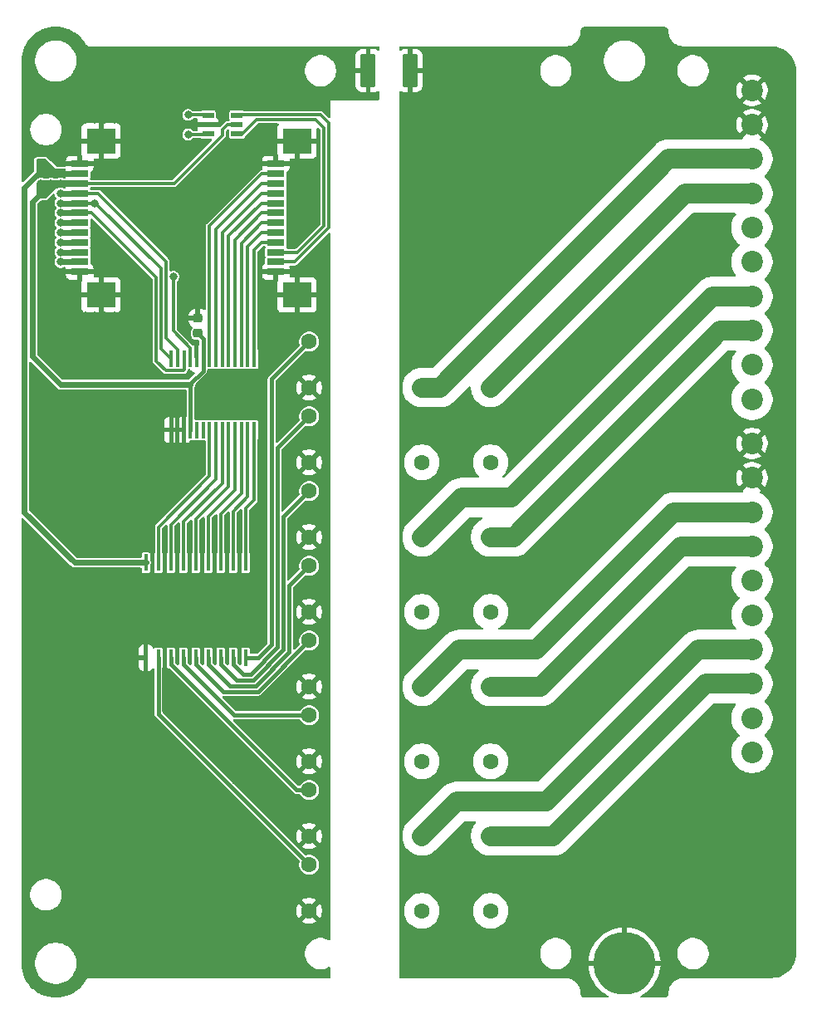
<source format=gbr>
%TF.GenerationSoftware,KiCad,Pcbnew,9.0.2*%
%TF.CreationDate,2025-05-29T14:29:54+03:00*%
%TF.ProjectId,PM-CNV_RQ8,504d2d43-4e56-45f5-9251-382e6b696361,rev?*%
%TF.SameCoordinates,Original*%
%TF.FileFunction,Copper,L1,Top*%
%TF.FilePolarity,Positive*%
%FSLAX46Y46*%
G04 Gerber Fmt 4.6, Leading zero omitted, Abs format (unit mm)*
G04 Created by KiCad (PCBNEW 9.0.2) date 2025-05-29 14:29:54*
%MOMM*%
%LPD*%
G01*
G04 APERTURE LIST*
G04 Aperture macros list*
%AMRoundRect*
0 Rectangle with rounded corners*
0 $1 Rounding radius*
0 $2 $3 $4 $5 $6 $7 $8 $9 X,Y pos of 4 corners*
0 Add a 4 corners polygon primitive as box body*
4,1,4,$2,$3,$4,$5,$6,$7,$8,$9,$2,$3,0*
0 Add four circle primitives for the rounded corners*
1,1,$1+$1,$2,$3*
1,1,$1+$1,$4,$5*
1,1,$1+$1,$6,$7*
1,1,$1+$1,$8,$9*
0 Add four rect primitives between the rounded corners*
20,1,$1+$1,$2,$3,$4,$5,0*
20,1,$1+$1,$4,$5,$6,$7,0*
20,1,$1+$1,$6,$7,$8,$9,0*
20,1,$1+$1,$8,$9,$2,$3,0*%
G04 Aperture macros list end*
%TA.AperFunction,ComponentPad*%
%ADD10C,1.608000*%
%TD*%
%TA.AperFunction,SMDPad,CuDef*%
%ADD11R,0.450800X1.716000*%
%TD*%
%TA.AperFunction,ComponentPad*%
%ADD12C,2.200000*%
%TD*%
%TA.AperFunction,SMDPad,CuDef*%
%ADD13R,1.181100X0.558800*%
%TD*%
%TA.AperFunction,SMDPad,CuDef*%
%ADD14RoundRect,0.225000X0.250000X-0.225000X0.250000X0.225000X-0.250000X0.225000X-0.250000X-0.225000X0*%
%TD*%
%TA.AperFunction,ComponentPad*%
%ADD15O,6.350000X6.350000*%
%TD*%
%TA.AperFunction,SMDPad,CuDef*%
%ADD16R,1.803400X0.635000*%
%TD*%
%TA.AperFunction,SMDPad,CuDef*%
%ADD17R,2.997200X2.590800*%
%TD*%
%TA.AperFunction,SMDPad,CuDef*%
%ADD18R,0.431800X1.655601*%
%TD*%
%TA.AperFunction,SMDPad,CuDef*%
%ADD19RoundRect,0.250000X0.537500X1.450000X-0.537500X1.450000X-0.537500X-1.450000X0.537500X-1.450000X0*%
%TD*%
%TA.AperFunction,ViaPad*%
%ADD20C,0.800000*%
%TD*%
%TA.AperFunction,Conductor*%
%ADD21C,0.400000*%
%TD*%
%TA.AperFunction,Conductor*%
%ADD22C,0.300000*%
%TD*%
%TA.AperFunction,Conductor*%
%ADD23C,0.600000*%
%TD*%
%TA.AperFunction,Conductor*%
%ADD24C,0.200000*%
%TD*%
%TA.AperFunction,Conductor*%
%ADD25C,2.000000*%
%TD*%
G04 APERTURE END LIST*
D10*
%TO.P,K4,1,1*%
%TO.N,GND_MCU*%
X-10160000Y-10160000D03*
%TO.P,K4,2,2*%
%TO.N,Net-(J7-Pin_2)*%
X1340000Y-10160000D03*
%TO.P,K4,3,3*%
%TO.N,Net-(J7-Pin_1)*%
X8340000Y-10160000D03*
%TO.P,K4,4,4*%
%TO.N,/K4*%
X-10160000Y-5460000D03*
%TD*%
D11*
%TO.P,U2,1,I1*%
%TO.N,/K1_exp*%
X-16645000Y-5149202D03*
%TO.P,U2,2,I2*%
%TO.N,/K2_exp*%
X-17915000Y-5149202D03*
%TO.P,U2,3,I3*%
%TO.N,/K3_exp*%
X-19185000Y-5149202D03*
%TO.P,U2,4,I4*%
%TO.N,/K4_exp*%
X-20455000Y-5149202D03*
%TO.P,U2,5,I5*%
%TO.N,/K5_exp*%
X-21725000Y-5149202D03*
%TO.P,U2,6,I6*%
%TO.N,/K6_exp*%
X-22995000Y-5149202D03*
%TO.P,U2,7,I7*%
%TO.N,/K7_exp*%
X-24265000Y-5149202D03*
%TO.P,U2,8,I8*%
%TO.N,/K8_exp*%
X-25535000Y-5149202D03*
%TO.P,U2,9,VCC*%
%TO.N,+5V_MCU*%
X-26805000Y-5149202D03*
%TO.P,U2,10,GND*%
%TO.N,GND_MCU*%
X-26805000Y-14850798D03*
%TO.P,U2,11,O8*%
%TO.N,/K8*%
X-25535000Y-14850798D03*
%TO.P,U2,12,O7*%
%TO.N,/K7*%
X-24265000Y-14850798D03*
%TO.P,U2,13,O6*%
%TO.N,/K6*%
X-22995000Y-14850798D03*
%TO.P,U2,14,O5*%
%TO.N,/K5*%
X-21725000Y-14850798D03*
%TO.P,U2,15,O4*%
%TO.N,/K4*%
X-20455000Y-14850798D03*
%TO.P,U2,16,O3*%
%TO.N,/K3*%
X-19185000Y-14850798D03*
%TO.P,U2,17,O2*%
%TO.N,/K2*%
X-17915000Y-14850798D03*
%TO.P,U2,18,O1*%
%TO.N,/K1*%
X-16645000Y-14850798D03*
%TD*%
D10*
%TO.P,K5,1,1*%
%TO.N,GND_MCU*%
X-10160000Y-17780000D03*
%TO.P,K5,2,2*%
%TO.N,Net-(J8-Pin_8)*%
X1340000Y-17780000D03*
%TO.P,K5,3,3*%
%TO.N,Net-(J8-Pin_7)*%
X8340000Y-17780000D03*
%TO.P,K5,4,4*%
%TO.N,/K5*%
X-10160000Y-13080000D03*
%TD*%
%TO.P,K6,1,1*%
%TO.N,GND_MCU*%
X-10160000Y-25400000D03*
%TO.P,K6,2,2*%
%TO.N,Net-(J8-Pin_6)*%
X1340000Y-25400000D03*
%TO.P,K6,3,3*%
%TO.N,Net-(J8-Pin_5)*%
X8340000Y-25400000D03*
%TO.P,K6,4,4*%
%TO.N,/K6*%
X-10160000Y-20700000D03*
%TD*%
%TO.P,K8,1,1*%
%TO.N,GND_MCU*%
X-10160000Y-40640000D03*
%TO.P,K8,2,2*%
%TO.N,Net-(J8-Pin_2)*%
X1340000Y-40640000D03*
%TO.P,K8,3,3*%
%TO.N,Net-(J8-Pin_1)*%
X8340000Y-40640000D03*
%TO.P,K8,4,4*%
%TO.N,/K8*%
X-10160000Y-35940000D03*
%TD*%
%TO.P,K1,1,1*%
%TO.N,GND_MCU*%
X-10160000Y12700000D03*
%TO.P,K1,2,2*%
%TO.N,Net-(J7-Pin_8)*%
X1340000Y12700000D03*
%TO.P,K1,3,3*%
%TO.N,Net-(J7-Pin_7)*%
X8340000Y12700000D03*
%TO.P,K1,4,4*%
%TO.N,/K1*%
X-10160000Y17400000D03*
%TD*%
D12*
%TO.P,J8,1,Pin_1*%
%TO.N,Net-(J8-Pin_1)*%
X35000000Y-24500000D03*
%TO.P,J8,2,Pin_2*%
%TO.N,Net-(J8-Pin_2)*%
X35000000Y-21000000D03*
%TO.P,J8,3,Pin_3*%
%TO.N,Net-(J8-Pin_3)*%
X35000000Y-17500000D03*
%TO.P,J8,4,Pin_4*%
%TO.N,Net-(J8-Pin_4)*%
X35000000Y-14000000D03*
%TO.P,J8,5,Pin_5*%
%TO.N,Net-(J8-Pin_5)*%
X35000000Y-10500000D03*
%TO.P,J8,6,Pin_6*%
%TO.N,Net-(J8-Pin_6)*%
X35000000Y-7000000D03*
%TO.P,J8,7,Pin_7*%
%TO.N,Net-(J8-Pin_7)*%
X35000000Y-3500000D03*
%TO.P,J8,8,Pin_8*%
%TO.N,Net-(J8-Pin_8)*%
X35000000Y0D03*
%TO.P,J8,9,Pin_9*%
%TO.N,PE*%
X35000000Y3500000D03*
%TO.P,J8,10,Pin_10*%
X35000000Y7000000D03*
%TD*%
D10*
%TO.P,K7,1,1*%
%TO.N,GND_MCU*%
X-10160000Y-33020000D03*
%TO.P,K7,2,2*%
%TO.N,Net-(J8-Pin_4)*%
X1340000Y-33020000D03*
%TO.P,K7,3,3*%
%TO.N,Net-(J8-Pin_3)*%
X8340000Y-33020000D03*
%TO.P,K7,4,4*%
%TO.N,/K7*%
X-10160000Y-28320000D03*
%TD*%
D13*
%TO.P,U5,1,1A*%
%TO.N,/MISO*%
X-20466850Y40450001D03*
%TO.P,U5,2,GND*%
%TO.N,GND_MCU*%
X-20466850Y39500000D03*
%TO.P,U5,3,2A*%
%TO.N,/CS*%
X-20466850Y38549999D03*
%TO.P,U5,4,2Y*%
%TO.N,/CS_LED*%
X-17533150Y38549999D03*
%TO.P,U5,5,VCC*%
%TO.N,+3.3V_MCU*%
X-17533150Y39500000D03*
%TO.P,U5,6,1Y*%
%TO.N,/MISO_LED*%
X-17533150Y40450001D03*
%TD*%
D14*
%TO.P,C2,1*%
%TO.N,+3.3V_MCU*%
X-21500000Y18225000D03*
%TO.P,C2,2*%
%TO.N,GND_MCU*%
X-21500000Y19775000D03*
%TD*%
D15*
%TO.P,PE1,1*%
%TO.N,PE*%
X22000000Y-46000000D03*
%TD*%
D16*
%TO.P,J1,1,Pin_1*%
%TO.N,GND_MCU*%
X-33556000Y24500008D03*
%TO.P,J1,2,Pin_2*%
%TO.N,/INT*%
X-33556000Y25500006D03*
%TO.P,J1,3,Pin_3*%
%TO.N,/CS3*%
X-33556000Y26500004D03*
%TO.P,J1,4,Pin_4*%
%TO.N,/CS2*%
X-33556000Y27500002D03*
%TO.P,J1,5,Pin_5*%
%TO.N,/CS1*%
X-33556000Y28500000D03*
%TO.P,J1,6,Pin_6*%
%TO.N,/CS0*%
X-33556000Y29500000D03*
%TO.P,J1,7,Pin_7*%
%TO.N,/SCK*%
X-33556000Y30500000D03*
%TO.P,J1,8,Pin_8*%
%TO.N,/MISO*%
X-33556000Y31500000D03*
%TO.P,J1,9,Pin_9*%
%TO.N,/MOSI*%
X-33556000Y32499998D03*
%TO.P,J1,10,Pin_10*%
%TO.N,+3.3V_MCU*%
X-33556000Y33499996D03*
%TO.P,J1,11,Pin_11*%
%TO.N,+5V_MCU*%
X-33556000Y34499994D03*
%TO.P,J1,12,Pin_11*%
%TO.N,GND_MCU*%
X-33556000Y35499992D03*
D17*
%TO.P,J1,13,Pin_11*%
X-31385999Y22149997D03*
X-31385999Y37850003D03*
%TD*%
D10*
%TO.P,K3,1,1*%
%TO.N,GND_MCU*%
X-10160000Y-2540000D03*
%TO.P,K3,2,2*%
%TO.N,Net-(J7-Pin_4)*%
X1340000Y-2540000D03*
%TO.P,K3,3,3*%
%TO.N,Net-(J7-Pin_3)*%
X8340000Y-2540000D03*
%TO.P,K3,4,4*%
%TO.N,/K3*%
X-10160000Y2160000D03*
%TD*%
D18*
%TO.P,U1,1,GPB0*%
%TO.N,/K8_led*%
X-15775000Y15627801D03*
%TO.P,U1,2,GPB1*%
%TO.N,/K7_led*%
X-16425001Y15627801D03*
%TO.P,U1,3,GPB2*%
%TO.N,/K6_led*%
X-17075000Y15627801D03*
%TO.P,U1,4,GPB3*%
%TO.N,/K5_led*%
X-17725001Y15627801D03*
%TO.P,U1,5,GPB4*%
%TO.N,/K4_led*%
X-18374999Y15627801D03*
%TO.P,U1,6,GPB5*%
%TO.N,/K3_led*%
X-19025001Y15627801D03*
%TO.P,U1,7,GPB6*%
%TO.N,/K2_led*%
X-19674999Y15627801D03*
%TO.P,U1,8,GPB7*%
%TO.N,/K1_led*%
X-20324998Y15627801D03*
%TO.P,U1,9,VDD*%
%TO.N,+3.3V_MCU*%
X-20974999Y15627801D03*
%TO.P,U1,10,VSS*%
%TO.N,GND_MCU*%
X-21624998Y15627801D03*
%TO.P,U1,11,~{CS}*%
%TO.N,/CS*%
X-22274999Y15627801D03*
%TO.P,U1,12,SCK*%
%TO.N,/SCK*%
X-22924998Y15627801D03*
%TO.P,U1,13,SI*%
%TO.N,/MOSI*%
X-23574999Y15627801D03*
%TO.P,U1,14,SO*%
%TO.N,/MISO*%
X-24224998Y15627801D03*
%TO.P,U1,15,A0*%
%TO.N,GND_MCU*%
X-24225000Y8372199D03*
%TO.P,U1,16,A1*%
X-23574999Y8372199D03*
%TO.P,U1,17,A2*%
X-22925000Y8372199D03*
%TO.P,U1,18,~{RESET}*%
%TO.N,+3.3V_MCU*%
X-22274999Y8372199D03*
%TO.P,U1,19,INTB*%
%TO.N,unconnected-(U1-INTB-Pad19)*%
X-21625001Y8372199D03*
%TO.P,U1,20,INTA*%
%TO.N,unconnected-(U1-INTA-Pad20)*%
X-20974999Y8372199D03*
%TO.P,U1,21,GPA0*%
%TO.N,/K8_exp*%
X-20325001Y8372199D03*
%TO.P,U1,22,GPA1*%
%TO.N,/K7_exp*%
X-19674999Y8372199D03*
%TO.P,U1,23,GPA2*%
%TO.N,/K6_exp*%
X-19025001Y8372199D03*
%TO.P,U1,24,GPA3*%
%TO.N,/K5_exp*%
X-18374999Y8372199D03*
%TO.P,U1,25,GPA4*%
%TO.N,/K4_exp*%
X-17725001Y8372199D03*
%TO.P,U1,26,GPA5*%
%TO.N,/K3_exp*%
X-17075000Y8372199D03*
%TO.P,U1,27,GPA6*%
%TO.N,/K2_exp*%
X-16425001Y8372199D03*
%TO.P,U1,28,GPA7*%
%TO.N,/K1_exp*%
X-15775000Y8372199D03*
%TD*%
D10*
%TO.P,K2,1,1*%
%TO.N,GND_MCU*%
X-10160000Y5080000D03*
%TO.P,K2,2,2*%
%TO.N,Net-(J7-Pin_6)*%
X1340000Y5080000D03*
%TO.P,K2,3,3*%
%TO.N,Net-(J7-Pin_5)*%
X8340000Y5080000D03*
%TO.P,K2,4,4*%
%TO.N,/K2*%
X-10160000Y9780000D03*
%TD*%
D19*
%TO.P,C1,1*%
%TO.N,PE*%
X137500Y45000000D03*
%TO.P,C1,2*%
%TO.N,GND_MCU*%
X-4137500Y45000000D03*
%TD*%
D16*
%TO.P,J3,1,Pin_1*%
%TO.N,GND_MCU*%
X-13556000Y24500008D03*
%TO.P,J3,2,Pin_2*%
%TO.N,/MISO_LED*%
X-13556000Y25500006D03*
%TO.P,J3,3,Pin_3*%
%TO.N,/CS_LED*%
X-13556000Y26500004D03*
%TO.P,J3,4,Pin_4*%
%TO.N,/K8_led*%
X-13556000Y27500002D03*
%TO.P,J3,5,Pin_5*%
%TO.N,/K7_led*%
X-13556000Y28500000D03*
%TO.P,J3,6,Pin_6*%
%TO.N,/K6_led*%
X-13556000Y29500000D03*
%TO.P,J3,7,Pin_7*%
%TO.N,/K5_led*%
X-13556000Y30500000D03*
%TO.P,J3,8,Pin_8*%
%TO.N,/K4_led*%
X-13556000Y31500000D03*
%TO.P,J3,9,Pin_9*%
%TO.N,/K3_led*%
X-13556000Y32499998D03*
%TO.P,J3,10,Pin_10*%
%TO.N,/K2_led*%
X-13556000Y33499996D03*
%TO.P,J3,11,Pin_11*%
%TO.N,/K1_led*%
X-13556000Y34499994D03*
%TO.P,J3,12,Pin_11*%
%TO.N,GND_MCU*%
X-13556000Y35499992D03*
D17*
%TO.P,J3,13,Pin_11*%
X-11385999Y22149997D03*
X-11385999Y37850003D03*
%TD*%
D12*
%TO.P,J7,1,Pin_1*%
%TO.N,Net-(J7-Pin_1)*%
X35000000Y11500000D03*
%TO.P,J7,2,Pin_2*%
%TO.N,Net-(J7-Pin_2)*%
X35000000Y15000000D03*
%TO.P,J7,3,Pin_3*%
%TO.N,Net-(J7-Pin_3)*%
X35000000Y18500000D03*
%TO.P,J7,4,Pin_4*%
%TO.N,Net-(J7-Pin_4)*%
X35000000Y22000000D03*
%TO.P,J7,5,Pin_5*%
%TO.N,Net-(J7-Pin_5)*%
X35000000Y25500000D03*
%TO.P,J7,6,Pin_6*%
%TO.N,Net-(J7-Pin_6)*%
X35000000Y29000000D03*
%TO.P,J7,7,Pin_7*%
%TO.N,Net-(J7-Pin_7)*%
X35000000Y32500000D03*
%TO.P,J7,8,Pin_8*%
%TO.N,Net-(J7-Pin_8)*%
X35000000Y36000000D03*
%TO.P,J7,9,Pin_9*%
%TO.N,PE*%
X35000000Y39500000D03*
%TO.P,J7,10,Pin_10*%
X35000000Y43000000D03*
%TD*%
D20*
%TO.N,/MISO*%
X-22500000Y40500000D03*
X-32000000Y31500000D03*
X-35500000Y31500000D03*
%TO.N,/CS*%
X-24000000Y24000000D03*
X-22500000Y38500000D03*
%TO.N,/CS3*%
X-35500000Y26500000D03*
%TO.N,/CS0*%
X-35500000Y29500000D03*
%TO.N,/CS2*%
X-35500000Y27500000D03*
%TO.N,/CS1*%
X-35500000Y28500000D03*
%TO.N,/SCK*%
X-35500000Y30500000D03*
%TO.N,/MOSI*%
X-35500000Y32500000D03*
%TO.N,+5V_MCU*%
X-36500000Y34500000D03*
X-35500000Y34500000D03*
X-37500000Y35500000D03*
X-37500000Y34500000D03*
%TO.N,/INT*%
X-35500000Y25500000D03*
%TO.N,GND_MCU*%
X-14000000Y37000000D03*
X-30000000Y20000000D03*
X-31000000Y20000000D03*
X-32000000Y40000000D03*
X-32000000Y20000000D03*
X-33000000Y20000000D03*
X-30500000Y-15000000D03*
X-31000000Y40000000D03*
X-30000000Y40000000D03*
X-29500000Y-16000000D03*
X-14000000Y39000000D03*
X-30500000Y-17000000D03*
X-33000000Y40000000D03*
X-14000000Y38000000D03*
X-28500000Y-17000000D03*
X-28500000Y-15000000D03*
%TO.N,+3.3V_MCU*%
X-35500000Y33500000D03*
X-37500000Y32500000D03*
X-37500000Y33500000D03*
X-36500000Y33500000D03*
%TD*%
D21*
%TO.N,/K7*%
X-24265000Y-14850798D02*
X-24265000Y-15483398D01*
X-24265000Y-15483398D02*
X-11428398Y-28320000D01*
X-11428398Y-28320000D02*
X-10160000Y-28320000D01*
%TO.N,/K3*%
X-12798000Y-14018116D02*
X-12798000Y-478000D01*
X-17567398Y-17101000D02*
X-15880884Y-17101000D01*
X-19185000Y-14850798D02*
X-19185000Y-15483398D01*
X-19185000Y-15483398D02*
X-17567398Y-17101000D01*
X-12798000Y-478000D02*
X-10160000Y2160000D01*
X-15880884Y-17101000D02*
X-12798000Y-14018116D01*
%TO.N,/K5*%
X-21725000Y-15483398D02*
X-18905398Y-18303000D01*
X-21725000Y-14850798D02*
X-21725000Y-15483398D01*
X-15383000Y-18303000D02*
X-10160000Y-13080000D01*
X-18905398Y-18303000D02*
X-15383000Y-18303000D01*
%TO.N,/K6*%
X-17778398Y-20700000D02*
X-10160000Y-20700000D01*
X-22995000Y-14850798D02*
X-22995000Y-15483398D01*
X-22995000Y-15483398D02*
X-17778398Y-20700000D01*
%TO.N,/K8*%
X-25535000Y-14850798D02*
X-25535000Y-20565000D01*
X-25535000Y-20565000D02*
X-10160000Y-35940000D01*
%TO.N,/K4*%
X-15631942Y-17702000D02*
X-12197000Y-14267058D01*
X-20455000Y-14850798D02*
X-20455000Y-15483398D01*
X-12197000Y-7497000D02*
X-10160000Y-5460000D01*
X-18236398Y-17702000D02*
X-15631942Y-17702000D01*
X-20455000Y-15483398D02*
X-18236398Y-17702000D01*
X-12197000Y-14267058D02*
X-12197000Y-7497000D01*
%TO.N,/K1*%
X-14000000Y13560000D02*
X-10160000Y17400000D01*
X-15330566Y-14850798D02*
X-14000000Y-13520232D01*
X-14000000Y-13520232D02*
X-14000000Y13560000D01*
X-16645000Y-14850798D02*
X-15330566Y-14850798D01*
%TO.N,/K2*%
X-16898398Y-16500000D02*
X-16129826Y-16500000D01*
X-13399000Y6541000D02*
X-10160000Y9780000D01*
X-13399000Y-13769174D02*
X-13399000Y6541000D01*
X-16129826Y-16500000D02*
X-13399000Y-13769174D01*
X-17915000Y-14850798D02*
X-17915000Y-15483398D01*
X-17915000Y-15483398D02*
X-16898398Y-16500000D01*
D22*
%TO.N,/MISO*%
X-20516849Y40500000D02*
X-20466850Y40450001D01*
D23*
X-33556003Y31500000D02*
X-33556000Y31499997D01*
D22*
X-31927150Y31500000D02*
X-25252000Y24824850D01*
X-25252000Y16654803D02*
X-24224998Y15627801D01*
X-25252000Y24824850D02*
X-25252000Y16654803D01*
X-22500000Y40500000D02*
X-20516849Y40500000D01*
D23*
X-35500000Y31500000D02*
X-33556003Y31500000D01*
D22*
X-33556000Y31500000D02*
X-32000000Y31500000D01*
X-32000000Y31500000D02*
X-31927150Y31500000D01*
%TO.N,/K8_exp*%
X-25535000Y-1535000D02*
X-20325001Y3674999D01*
X-20325001Y3674999D02*
X-20325001Y8372199D01*
X-25535000Y-5149202D02*
X-25535000Y-1535000D01*
%TO.N,/K4_exp*%
X-20455000Y-5149202D02*
X-20455000Y-455000D01*
X-20455000Y-455000D02*
X-17725001Y2274999D01*
X-17725001Y2274999D02*
X-17725001Y8372199D01*
%TO.N,/K7_exp*%
X-19674999Y3325001D02*
X-19674999Y8372199D01*
X-24265000Y-5149202D02*
X-24265000Y-1265000D01*
X-24265000Y-1265000D02*
X-19674999Y3325001D01*
%TO.N,/K1_exp*%
X-15775000Y1225000D02*
X-15775000Y8372199D01*
X-16645000Y355000D02*
X-15775000Y1225000D01*
X-16645000Y-5149202D02*
X-16645000Y355000D01*
%TO.N,/K6_exp*%
X-22995000Y-995000D02*
X-19025001Y2974999D01*
X-19025001Y2974999D02*
X-19025001Y8372199D01*
X-22995000Y-5149202D02*
X-22995000Y-995000D01*
%TO.N,/K2_exp*%
X-17915000Y85000D02*
X-16425001Y1574999D01*
X-17915000Y-5149202D02*
X-17915000Y85000D01*
X-16425001Y1574999D02*
X-16425001Y8372199D01*
%TO.N,/K3_exp*%
X-17075000Y1925000D02*
X-17075000Y8372199D01*
X-19185000Y-5149202D02*
X-19185000Y-185000D01*
X-19185000Y-185000D02*
X-17075000Y1925000D01*
%TO.N,/K5_exp*%
X-21725000Y-5149202D02*
X-21725000Y-725000D01*
X-18374999Y2625001D02*
X-18374999Y8372199D01*
X-21725000Y-725000D02*
X-18374999Y2625001D01*
%TO.N,/CS*%
X-24000000Y24000000D02*
X-24000000Y18480602D01*
X-22274999Y15627801D02*
X-22274999Y16755601D01*
D24*
X-22275000Y15628000D02*
X-22275000Y15627800D01*
D22*
X-24000000Y18480602D02*
X-22274999Y16755601D01*
X-20516849Y38500000D02*
X-20466850Y38549999D01*
X-22500000Y38500000D02*
X-20516849Y38500000D01*
%TO.N,/K8_led*%
X-14988600Y27500002D02*
X-13556000Y27500002D01*
X-15775000Y26713602D02*
X-14988600Y27500002D01*
X-15775000Y15627801D02*
X-15775000Y26713602D01*
%TO.N,/K7_led*%
X-16425001Y27074999D02*
X-15000000Y28500000D01*
X-15000000Y28500000D02*
X-13556000Y28500000D01*
X-16425001Y15627801D02*
X-16425001Y27074999D01*
%TO.N,/K5_led*%
X-15000000Y30500000D02*
X-13556000Y30500000D01*
X-17725001Y27774999D02*
X-15000000Y30500000D01*
X-17725001Y15627801D02*
X-17725001Y27774999D01*
%TO.N,/K1_led*%
X-20324998Y29175002D02*
X-15000006Y34499994D01*
X-15000006Y34499994D02*
X-13556000Y34499994D01*
X-20324998Y15627801D02*
X-20324998Y29175002D01*
%TO.N,/K6_led*%
X-17075000Y15627801D02*
X-17075000Y27425000D01*
X-17075000Y27425000D02*
X-15000000Y29500000D01*
X-15000000Y29500000D02*
X-13556000Y29500000D01*
%TO.N,/K4_led*%
X-18374999Y28125001D02*
X-15000000Y31500000D01*
X-15000000Y31500000D02*
X-13556000Y31500000D01*
X-18374999Y15627801D02*
X-18374999Y28125001D01*
%TO.N,/K2_led*%
X-19674999Y28825001D02*
X-15000004Y33499996D01*
X-19674999Y15627801D02*
X-19674999Y28825001D01*
X-15000004Y33499996D02*
X-13556000Y33499996D01*
%TO.N,/K3_led*%
X-19025001Y28474999D02*
X-15000002Y32499998D01*
X-19025001Y15627801D02*
X-19025001Y28474999D01*
X-15000002Y32499998D02*
X-13556000Y32499998D01*
D23*
%TO.N,/CS3*%
X-33556007Y26500000D02*
X-33556000Y26500007D01*
X-35500000Y26500000D02*
X-33556007Y26500000D01*
%TO.N,/CS0*%
X-35500000Y29500000D02*
X-33556000Y29500001D01*
%TO.N,/CS2*%
X-35500000Y27500000D02*
X-33556005Y27500000D01*
X-33556005Y27500000D02*
X-33556000Y27500005D01*
%TO.N,/CS1*%
X-33556003Y28500000D02*
X-33556000Y28500003D01*
X-35500000Y28500000D02*
X-33556003Y28500000D01*
D25*
%TO.N,Net-(J7-Pin_8)*%
X26500000Y36000000D02*
X35000000Y36000000D01*
X3200000Y12700000D02*
X26500000Y36000000D01*
X1340000Y12700000D02*
X3200000Y12700000D01*
%TO.N,Net-(J7-Pin_4)*%
X31000000Y22000000D02*
X35000000Y22000000D01*
X1340000Y-2540000D02*
X5380000Y1500000D01*
X10500000Y1500000D02*
X31000000Y22000000D01*
X5380000Y1500000D02*
X10500000Y1500000D01*
%TO.N,Net-(J7-Pin_7)*%
X8340000Y12700000D02*
X28140000Y32500000D01*
X28140000Y32500000D02*
X35000000Y32500000D01*
%TO.N,Net-(J7-Pin_3)*%
X31742640Y18500000D02*
X35000000Y18500000D01*
X8340000Y-2540000D02*
X10702640Y-2540000D01*
X10702640Y-2540000D02*
X31742640Y18500000D01*
%TO.N,Net-(J8-Pin_3)*%
X14722640Y-33020000D02*
X30242640Y-17500000D01*
X8340000Y-33020000D02*
X14722640Y-33020000D01*
X30242640Y-17500000D02*
X35000000Y-17500000D01*
%TO.N,Net-(J8-Pin_7)*%
X13462640Y-17780000D02*
X27742640Y-3500000D01*
X27742640Y-3500000D02*
X35000000Y-3500000D01*
X8340000Y-17780000D02*
X13462640Y-17780000D01*
%TO.N,Net-(J8-Pin_4)*%
X14000000Y-29500000D02*
X29500000Y-14000000D01*
X4860000Y-29500000D02*
X14000000Y-29500000D01*
X29500000Y-14000000D02*
X35000000Y-14000000D01*
X1340000Y-33020000D02*
X4860000Y-29500000D01*
%TO.N,Net-(J8-Pin_8)*%
X5120000Y-14000000D02*
X13000000Y-14000000D01*
X1340000Y-17780000D02*
X5120000Y-14000000D01*
X13000000Y-14000000D02*
X27000000Y0D01*
X27000000Y0D02*
X35000000Y0D01*
D22*
%TO.N,/SCK*%
X-32354300Y30500000D02*
X-25753000Y23898700D01*
D24*
X-23000000Y15702803D02*
X-22924998Y15627801D01*
D22*
X-25753000Y23898700D02*
X-25753000Y15410103D01*
X-25753000Y15410103D02*
X-24791898Y14449001D01*
D24*
X-22925000Y15628000D02*
X-22925000Y15627800D01*
D22*
X-22975998Y14449001D02*
X-22924998Y14500001D01*
X-33556000Y30500000D02*
X-32354300Y30500000D01*
D23*
X-35500000Y30500000D02*
X-33556000Y30499999D01*
D22*
X-24791898Y14449001D02*
X-22975998Y14449001D01*
X-22924998Y14500001D02*
X-22924998Y15627801D01*
%TO.N,/MOSI*%
X-33556000Y32499998D02*
X-31677149Y32499998D01*
X-23574999Y16574999D02*
X-23574999Y15627801D01*
X-24751000Y25573849D02*
X-24751000Y17751000D01*
D23*
X-35500000Y32500000D02*
X-33556005Y32500000D01*
D22*
X-24751000Y17751000D02*
X-23574999Y16574999D01*
D24*
X-23575000Y15628000D02*
X-23575000Y15627800D01*
D22*
X-31677149Y32499998D02*
X-24751000Y25573849D01*
D23*
X-33556005Y32500000D02*
X-33556000Y32499995D01*
%TO.N,+5V_MCU*%
X-39200000Y33074207D02*
X-37774207Y34500000D01*
X-26805000Y-5149202D02*
X-34050798Y-5149202D01*
X-39200000Y13000000D02*
X-39200000Y0D01*
X-39200000Y14500000D02*
X-39200000Y13000000D01*
X-34050798Y-5149202D02*
X-39200000Y0D01*
X-39200000Y32739518D02*
X-39200000Y33074207D01*
X-37774207Y34500000D02*
X-37500000Y34500000D01*
X-39200000Y32739518D02*
X-39200000Y14500000D01*
%TO.N,/INT*%
X-35499994Y25500006D02*
X-35500000Y25500000D01*
X-33556000Y25500006D02*
X-35499994Y25500006D01*
D24*
%TO.N,GND_MCU*%
X-23575000Y8372000D02*
X-23575000Y8372200D01*
X-22925000Y8372000D02*
X-22925000Y8372200D01*
D22*
%TO.N,/CS_LED*%
X-9500000Y40000000D02*
X-8652000Y39152000D01*
X-15500000Y40000000D02*
X-9500000Y40000000D01*
X-17533150Y38549999D02*
X-16950001Y38549999D01*
X-16950001Y38549999D02*
X-15500000Y40000000D01*
X-8652000Y29207520D02*
X-11359516Y26500004D01*
X-11359516Y26500004D02*
X-13556000Y26500004D01*
X-8652000Y39152000D02*
X-8652000Y29207520D01*
%TO.N,/MISO_LED*%
X-8151000Y39651000D02*
X-8151000Y29000000D01*
X-8151000Y29000000D02*
X-11650994Y25500006D01*
X-17482151Y40501000D02*
X-9001000Y40501000D01*
X-11650994Y25500006D02*
X-13556000Y25500006D01*
X-9001000Y40501000D02*
X-8151000Y39651000D01*
X-17533150Y40450001D02*
X-17482151Y40501000D01*
D21*
%TO.N,+3.3V_MCU*%
X-22274999Y13000000D02*
X-22274999Y8372199D01*
D22*
X-19000000Y39000000D02*
X-19000000Y38444899D01*
D23*
X-38399000Y15899000D02*
X-35500000Y13000000D01*
D21*
X-20974999Y14400001D02*
X-22274999Y13100001D01*
D22*
X-18500000Y39500000D02*
X-19000000Y39000000D01*
D23*
X-38399000Y31601000D02*
X-38399000Y15899000D01*
X-35500000Y13000000D02*
X-22274999Y13000000D01*
D21*
X-20974999Y15627801D02*
X-20974999Y17699999D01*
D22*
X-23944903Y33499996D02*
X-33556000Y33499996D01*
X-17533150Y39500000D02*
X-18500000Y39500000D01*
D21*
X-20974999Y17699999D02*
X-21500000Y18225000D01*
D22*
X-19000000Y38444899D02*
X-23944903Y33499996D01*
D21*
X-22274999Y13100001D02*
X-22274999Y13000000D01*
D23*
X-37500000Y32500000D02*
X-38399000Y31601000D01*
D21*
X-20974999Y15627801D02*
X-20974999Y14400001D01*
%TD*%
%TA.AperFunction,Conductor*%
%TO.N,GND_MCU*%
G36*
X-8080666Y28472138D02*
G01*
X-8024733Y28430266D01*
X-8000316Y28364802D01*
X-8000000Y28355956D01*
X-8000000Y-43510892D01*
X-8019685Y-43577931D01*
X-8072489Y-43623686D01*
X-8141647Y-43633630D01*
X-8180295Y-43621377D01*
X-8385617Y-43516761D01*
X-8385618Y-43516760D01*
X-8385621Y-43516759D01*
X-8625215Y-43438910D01*
X-8874038Y-43399500D01*
X-9125962Y-43399500D01*
X-9179407Y-43407965D01*
X-9374786Y-43438910D01*
X-9614384Y-43516760D01*
X-9838849Y-43631132D01*
X-10042650Y-43779201D01*
X-10042655Y-43779205D01*
X-10220795Y-43957345D01*
X-10220799Y-43957350D01*
X-10368868Y-44161151D01*
X-10483240Y-44385616D01*
X-10561090Y-44625214D01*
X-10600500Y-44874038D01*
X-10600500Y-45125961D01*
X-10561090Y-45374785D01*
X-10483240Y-45614383D01*
X-10368868Y-45838848D01*
X-10220799Y-46042649D01*
X-10220795Y-46042654D01*
X-10042655Y-46220794D01*
X-10042650Y-46220798D01*
X-9864883Y-46349952D01*
X-9838845Y-46368870D01*
X-9695816Y-46441747D01*
X-9614384Y-46483239D01*
X-9614382Y-46483239D01*
X-9614379Y-46483241D01*
X-9374785Y-46561090D01*
X-9125962Y-46600500D01*
X-9125961Y-46600500D01*
X-8874039Y-46600500D01*
X-8874038Y-46600500D01*
X-8625215Y-46561090D01*
X-8385621Y-46483241D01*
X-8180295Y-46378621D01*
X-8111626Y-46365726D01*
X-8046885Y-46392002D01*
X-8006628Y-46449109D01*
X-8000000Y-46489107D01*
X-8000000Y-47375500D01*
X-8019685Y-47442539D01*
X-8072489Y-47488294D01*
X-8124000Y-47499500D01*
X-32601792Y-47499500D01*
X-32729088Y-47533608D01*
X-32843214Y-47599500D01*
X-32936400Y-47692685D01*
X-32967736Y-47746958D01*
X-32971126Y-47752489D01*
X-33165305Y-48051501D01*
X-33172934Y-48062002D01*
X-33395280Y-48336575D01*
X-33403965Y-48346220D01*
X-33653780Y-48596036D01*
X-33663425Y-48604721D01*
X-33937998Y-48827066D01*
X-33948499Y-48834695D01*
X-34244797Y-49027113D01*
X-34256037Y-49033603D01*
X-34570837Y-49194001D01*
X-34582694Y-49199280D01*
X-34912528Y-49325891D01*
X-34924872Y-49329902D01*
X-35266142Y-49421346D01*
X-35278839Y-49424044D01*
X-35627783Y-49479310D01*
X-35640690Y-49480667D01*
X-35993510Y-49499158D01*
X-36006490Y-49499158D01*
X-36359311Y-49480667D01*
X-36372218Y-49479310D01*
X-36721162Y-49424044D01*
X-36733859Y-49421346D01*
X-37075130Y-49329902D01*
X-37087474Y-49325891D01*
X-37417308Y-49199280D01*
X-37429165Y-49194001D01*
X-37559663Y-49127509D01*
X-37743971Y-49033599D01*
X-37755190Y-49027122D01*
X-38051508Y-48834691D01*
X-38062002Y-48827066D01*
X-38336576Y-48604721D01*
X-38346221Y-48596036D01*
X-38596037Y-48346220D01*
X-38604722Y-48336575D01*
X-38720836Y-48193186D01*
X-38827074Y-48061992D01*
X-38834689Y-48051511D01*
X-39027121Y-47755190D01*
X-39033597Y-47743976D01*
X-39194007Y-47429153D01*
X-39199276Y-47417317D01*
X-39325894Y-47087468D01*
X-39329903Y-47075129D01*
X-39345799Y-47015806D01*
X-39421349Y-46733852D01*
X-39424045Y-46721161D01*
X-39431098Y-46676632D01*
X-39473221Y-46410668D01*
X-39479311Y-46372217D01*
X-39480668Y-46359310D01*
X-39499330Y-46003222D01*
X-39499500Y-45996732D01*
X-39499500Y-45862332D01*
X-38100500Y-45862332D01*
X-38100500Y-46137667D01*
X-38100499Y-46137684D01*
X-38064562Y-46410655D01*
X-38064561Y-46410660D01*
X-38064560Y-46410666D01*
X-38043542Y-46489107D01*
X-37993296Y-46676630D01*
X-37887925Y-46931017D01*
X-37887920Y-46931028D01*
X-37808191Y-47069121D01*
X-37750249Y-47169479D01*
X-37750247Y-47169482D01*
X-37750246Y-47169483D01*
X-37582630Y-47387926D01*
X-37582624Y-47387933D01*
X-37387934Y-47582623D01*
X-37387928Y-47582628D01*
X-37169479Y-47750249D01*
X-37016222Y-47838732D01*
X-36931029Y-47887919D01*
X-36931024Y-47887921D01*
X-36931021Y-47887923D01*
X-36676632Y-47993295D01*
X-36410666Y-48064560D01*
X-36137674Y-48100500D01*
X-36137667Y-48100500D01*
X-35862333Y-48100500D01*
X-35862326Y-48100500D01*
X-35589334Y-48064560D01*
X-35323368Y-47993295D01*
X-35068979Y-47887923D01*
X-34830521Y-47750249D01*
X-34612072Y-47582628D01*
X-34417372Y-47387928D01*
X-34249751Y-47169479D01*
X-34112077Y-46931021D01*
X-34006705Y-46676632D01*
X-33935440Y-46410666D01*
X-33899500Y-46137674D01*
X-33899500Y-45862326D01*
X-33935440Y-45589334D01*
X-34006705Y-45323368D01*
X-34112077Y-45068979D01*
X-34112079Y-45068976D01*
X-34112081Y-45068971D01*
X-34161268Y-44983778D01*
X-34249751Y-44830521D01*
X-34417372Y-44612072D01*
X-34417377Y-44612066D01*
X-34612067Y-44417376D01*
X-34612074Y-44417370D01*
X-34830517Y-44249754D01*
X-34830518Y-44249753D01*
X-34830521Y-44249751D01*
X-34925593Y-44194861D01*
X-35068972Y-44112080D01*
X-35068983Y-44112075D01*
X-35323370Y-44006704D01*
X-35492655Y-43961345D01*
X-35589334Y-43935440D01*
X-35589340Y-43935439D01*
X-35589345Y-43935438D01*
X-35862316Y-43899501D01*
X-35862321Y-43899500D01*
X-35862326Y-43899500D01*
X-36137674Y-43899500D01*
X-36137680Y-43899500D01*
X-36137685Y-43899501D01*
X-36410656Y-43935438D01*
X-36410663Y-43935439D01*
X-36410666Y-43935440D01*
X-36466875Y-43950500D01*
X-36676631Y-44006704D01*
X-36931018Y-44112075D01*
X-36931029Y-44112080D01*
X-37169484Y-44249754D01*
X-37387927Y-44417370D01*
X-37387934Y-44417376D01*
X-37582624Y-44612066D01*
X-37582630Y-44612073D01*
X-37750246Y-44830516D01*
X-37887920Y-45068971D01*
X-37887925Y-45068982D01*
X-37993296Y-45323369D01*
X-38064559Y-45589331D01*
X-38064562Y-45589344D01*
X-38100499Y-45862315D01*
X-38100500Y-45862332D01*
X-39499500Y-45862332D01*
X-39499500Y-38874038D01*
X-38600500Y-38874038D01*
X-38600500Y-39125961D01*
X-38561090Y-39374785D01*
X-38483240Y-39614383D01*
X-38368868Y-39838848D01*
X-38220799Y-40042649D01*
X-38220795Y-40042654D01*
X-38042655Y-40220794D01*
X-38042650Y-40220798D01*
X-37930482Y-40302292D01*
X-37838845Y-40368870D01*
X-37695816Y-40441747D01*
X-37614384Y-40483239D01*
X-37614382Y-40483239D01*
X-37614379Y-40483241D01*
X-37374785Y-40561090D01*
X-37125962Y-40600500D01*
X-37125961Y-40600500D01*
X-36874039Y-40600500D01*
X-36874038Y-40600500D01*
X-36625215Y-40561090D01*
X-36552222Y-40537373D01*
X-11464000Y-40537373D01*
X-11464000Y-40742626D01*
X-11431891Y-40945354D01*
X-11368463Y-41140566D01*
X-11275282Y-41323443D01*
X-11242340Y-41368784D01*
X-10683788Y-40810233D01*
X-10672518Y-40852292D01*
X-10600110Y-40977708D01*
X-10497708Y-41080110D01*
X-10372292Y-41152518D01*
X-10330235Y-41163787D01*
X-10888787Y-41722338D01*
X-10888786Y-41722339D01*
X-10843450Y-41755278D01*
X-10660567Y-41848462D01*
X-10465355Y-41911890D01*
X-10262626Y-41944000D01*
X-10057374Y-41944000D01*
X-9854646Y-41911890D01*
X-9659434Y-41848462D01*
X-9476563Y-41755284D01*
X-9476550Y-41755276D01*
X-9431216Y-41722339D01*
X-9431215Y-41722338D01*
X-9989767Y-41163787D01*
X-9947708Y-41152518D01*
X-9822292Y-41080110D01*
X-9719890Y-40977708D01*
X-9647482Y-40852292D01*
X-9636213Y-40810233D01*
X-9077662Y-41368785D01*
X-9077661Y-41368784D01*
X-9044724Y-41323450D01*
X-9044716Y-41323437D01*
X-8951538Y-41140566D01*
X-8888110Y-40945354D01*
X-8856000Y-40742626D01*
X-8856000Y-40537373D01*
X-8888110Y-40334645D01*
X-8951538Y-40139433D01*
X-9044722Y-39956550D01*
X-9077661Y-39911214D01*
X-9077662Y-39911213D01*
X-9636213Y-40469765D01*
X-9647482Y-40427708D01*
X-9719890Y-40302292D01*
X-9822292Y-40199890D01*
X-9947708Y-40127482D01*
X-9989767Y-40116212D01*
X-9431216Y-39557660D01*
X-9476557Y-39524718D01*
X-9659434Y-39431537D01*
X-9854646Y-39368109D01*
X-10057374Y-39336000D01*
X-10262626Y-39336000D01*
X-10465355Y-39368109D01*
X-10660567Y-39431537D01*
X-10843449Y-39524721D01*
X-10888786Y-39557659D01*
X-10888786Y-39557660D01*
X-10330234Y-40116212D01*
X-10372292Y-40127482D01*
X-10497708Y-40199890D01*
X-10600110Y-40302292D01*
X-10672518Y-40427708D01*
X-10683788Y-40469766D01*
X-11242340Y-39911214D01*
X-11242341Y-39911214D01*
X-11275279Y-39956551D01*
X-11368463Y-40139433D01*
X-11431891Y-40334645D01*
X-11464000Y-40537373D01*
X-36552222Y-40537373D01*
X-36385621Y-40483241D01*
X-36161155Y-40368870D01*
X-35957344Y-40220793D01*
X-35779207Y-40042656D01*
X-35631130Y-39838845D01*
X-35516759Y-39614379D01*
X-35438910Y-39374785D01*
X-35399500Y-39125962D01*
X-35399500Y-38874038D01*
X-35438910Y-38625215D01*
X-35516759Y-38385621D01*
X-35516761Y-38385618D01*
X-35516761Y-38385616D01*
X-35558253Y-38304184D01*
X-35631130Y-38161155D01*
X-35650048Y-38135117D01*
X-35779202Y-37957350D01*
X-35779206Y-37957345D01*
X-35957346Y-37779205D01*
X-35957351Y-37779201D01*
X-36161152Y-37631132D01*
X-36161153Y-37631131D01*
X-36161155Y-37631130D01*
X-36231253Y-37595413D01*
X-36385617Y-37516760D01*
X-36625215Y-37438910D01*
X-36874038Y-37399500D01*
X-37125962Y-37399500D01*
X-37250374Y-37419205D01*
X-37374786Y-37438910D01*
X-37614384Y-37516760D01*
X-37838849Y-37631132D01*
X-38042650Y-37779201D01*
X-38042655Y-37779205D01*
X-38220795Y-37957345D01*
X-38220799Y-37957350D01*
X-38368868Y-38161151D01*
X-38483240Y-38385616D01*
X-38561090Y-38625214D01*
X-38600500Y-38874038D01*
X-39499500Y-38874038D01*
X-39499500Y-15756642D01*
X-27530400Y-15756642D01*
X-27523999Y-15816170D01*
X-27523997Y-15816177D01*
X-27473755Y-15950884D01*
X-27473751Y-15950891D01*
X-27387591Y-16065985D01*
X-27387588Y-16065988D01*
X-27272494Y-16152148D01*
X-27272487Y-16152152D01*
X-27137780Y-16202394D01*
X-27137773Y-16202396D01*
X-27078245Y-16208797D01*
X-27078228Y-16208798D01*
X-27030400Y-16208798D01*
X-26579600Y-16208798D01*
X-26531772Y-16208798D01*
X-26531756Y-16208797D01*
X-26472228Y-16202396D01*
X-26472221Y-16202394D01*
X-26337514Y-16152152D01*
X-26337507Y-16152148D01*
X-26222414Y-16065988D01*
X-26158767Y-15980969D01*
X-26102833Y-15939098D01*
X-26033141Y-15934114D01*
X-25971818Y-15967599D01*
X-25938334Y-16028923D01*
X-25935500Y-16055280D01*
X-25935500Y-20617726D01*
X-25908207Y-20719589D01*
X-25881844Y-20765250D01*
X-25855480Y-20810913D01*
X-25855479Y-20810914D01*
X-25855478Y-20810915D01*
X-11153290Y-35513102D01*
X-11119805Y-35574425D01*
X-11124569Y-35641035D01*
X-11124129Y-35641169D01*
X-11124717Y-35643106D01*
X-11124789Y-35644117D01*
X-11125811Y-35646713D01*
X-11125898Y-35646999D01*
X-11164500Y-35841062D01*
X-11164500Y-35841065D01*
X-11164500Y-36038935D01*
X-11164500Y-36038937D01*
X-11164501Y-36038937D01*
X-11125899Y-36232996D01*
X-11125896Y-36233006D01*
X-11050180Y-36415802D01*
X-11050173Y-36415815D01*
X-10940247Y-36580330D01*
X-10940244Y-36580334D01*
X-10800335Y-36720243D01*
X-10800331Y-36720246D01*
X-10635816Y-36830172D01*
X-10635803Y-36830179D01*
X-10453007Y-36905895D01*
X-10453002Y-36905897D01*
X-10452998Y-36905897D01*
X-10452997Y-36905898D01*
X-10258938Y-36944500D01*
X-10258935Y-36944500D01*
X-10061063Y-36944500D01*
X-9930505Y-36918529D01*
X-9866998Y-36905897D01*
X-9684191Y-36830176D01*
X-9519669Y-36720246D01*
X-9379754Y-36580331D01*
X-9269824Y-36415809D01*
X-9194103Y-36233002D01*
X-9155500Y-36038935D01*
X-9155500Y-35841065D01*
X-9155500Y-35841062D01*
X-9194102Y-35647003D01*
X-9194103Y-35646999D01*
X-9194103Y-35646998D01*
X-9196573Y-35641035D01*
X-9269821Y-35464197D01*
X-9269828Y-35464184D01*
X-9379754Y-35299669D01*
X-9379757Y-35299665D01*
X-9519666Y-35159756D01*
X-9519670Y-35159753D01*
X-9684185Y-35049827D01*
X-9684198Y-35049820D01*
X-9866994Y-34974104D01*
X-9867004Y-34974101D01*
X-10061063Y-34935500D01*
X-10061065Y-34935500D01*
X-10258935Y-34935500D01*
X-10258937Y-34935500D01*
X-10453001Y-34974102D01*
X-10458831Y-34975871D01*
X-10459278Y-34974398D01*
X-10521239Y-34981058D01*
X-10583717Y-34949780D01*
X-10586898Y-34946710D01*
X-12616235Y-32917373D01*
X-11464000Y-32917373D01*
X-11464000Y-33122626D01*
X-11431891Y-33325354D01*
X-11368463Y-33520566D01*
X-11275282Y-33703443D01*
X-11242340Y-33748784D01*
X-10683788Y-33190233D01*
X-10672518Y-33232292D01*
X-10600110Y-33357708D01*
X-10497708Y-33460110D01*
X-10372292Y-33532518D01*
X-10330235Y-33543787D01*
X-10888787Y-34102338D01*
X-10888786Y-34102339D01*
X-10843450Y-34135278D01*
X-10660567Y-34228462D01*
X-10465355Y-34291890D01*
X-10262626Y-34324000D01*
X-10057374Y-34324000D01*
X-9854646Y-34291890D01*
X-9659434Y-34228462D01*
X-9476563Y-34135284D01*
X-9476550Y-34135276D01*
X-9431216Y-34102339D01*
X-9431215Y-34102338D01*
X-9989767Y-33543787D01*
X-9947708Y-33532518D01*
X-9822292Y-33460110D01*
X-9719890Y-33357708D01*
X-9647482Y-33232292D01*
X-9636213Y-33190233D01*
X-9077662Y-33748785D01*
X-9077661Y-33748784D01*
X-9044724Y-33703450D01*
X-9044716Y-33703437D01*
X-8951538Y-33520566D01*
X-8888110Y-33325354D01*
X-8856000Y-33122626D01*
X-8856000Y-32917373D01*
X-8888110Y-32714645D01*
X-8951538Y-32519433D01*
X-9044722Y-32336550D01*
X-9077661Y-32291214D01*
X-9077662Y-32291213D01*
X-9636213Y-32849765D01*
X-9647482Y-32807708D01*
X-9719890Y-32682292D01*
X-9822292Y-32579890D01*
X-9947708Y-32507482D01*
X-9989767Y-32496212D01*
X-9431216Y-31937660D01*
X-9476557Y-31904718D01*
X-9659434Y-31811537D01*
X-9854646Y-31748109D01*
X-10057374Y-31716000D01*
X-10262626Y-31716000D01*
X-10465355Y-31748109D01*
X-10660567Y-31811537D01*
X-10843449Y-31904721D01*
X-10888786Y-31937659D01*
X-10888786Y-31937660D01*
X-10330234Y-32496212D01*
X-10372292Y-32507482D01*
X-10497708Y-32579890D01*
X-10600110Y-32682292D01*
X-10672518Y-32807708D01*
X-10683788Y-32849766D01*
X-11242340Y-32291214D01*
X-11242341Y-32291214D01*
X-11275279Y-32336551D01*
X-11368463Y-32519433D01*
X-11431891Y-32714645D01*
X-11464000Y-32917373D01*
X-12616235Y-32917373D01*
X-13461008Y-32072600D01*
X-17853939Y-27679669D01*
X-25098181Y-20435426D01*
X-25131666Y-20374103D01*
X-25134500Y-20347745D01*
X-25134500Y-15844930D01*
X-25125060Y-15797474D01*
X-25120736Y-15787033D01*
X-25120733Y-15787029D01*
X-25109100Y-15728546D01*
X-25109100Y-13973050D01*
X-25109100Y-13973046D01*
X-25109101Y-13973045D01*
X-24690900Y-13973045D01*
X-24690900Y-15728550D01*
X-24679269Y-15787027D01*
X-24679268Y-15787028D01*
X-24634953Y-15853350D01*
X-24568631Y-15897665D01*
X-24568630Y-15897666D01*
X-24510153Y-15909297D01*
X-24510150Y-15909298D01*
X-24510148Y-15909298D01*
X-24456855Y-15909298D01*
X-24389816Y-15928983D01*
X-24369174Y-15945617D01*
X-11753219Y-28561571D01*
X-11753209Y-28561582D01*
X-11748879Y-28565912D01*
X-11748878Y-28565913D01*
X-11674311Y-28640480D01*
X-11582985Y-28693207D01*
X-11481125Y-28720501D01*
X-11481123Y-28720501D01*
X-11368075Y-28720501D01*
X-11368059Y-28720500D01*
X-11164224Y-28720500D01*
X-11097185Y-28740185D01*
X-11053452Y-28790655D01*
X-11053046Y-28790439D01*
X-11052091Y-28792226D01*
X-11051430Y-28792989D01*
X-11050318Y-28795544D01*
X-11050173Y-28795815D01*
X-10940247Y-28960330D01*
X-10940244Y-28960334D01*
X-10800335Y-29100243D01*
X-10800331Y-29100246D01*
X-10635816Y-29210172D01*
X-10635803Y-29210179D01*
X-10453007Y-29285895D01*
X-10453002Y-29285897D01*
X-10452998Y-29285897D01*
X-10452997Y-29285898D01*
X-10258938Y-29324500D01*
X-10258935Y-29324500D01*
X-10061063Y-29324500D01*
X-9930505Y-29298529D01*
X-9866998Y-29285897D01*
X-9684191Y-29210176D01*
X-9519669Y-29100246D01*
X-9379754Y-28960331D01*
X-9269824Y-28795809D01*
X-9194103Y-28613002D01*
X-9155500Y-28418935D01*
X-9155500Y-28221065D01*
X-9155500Y-28221062D01*
X-9194102Y-28027003D01*
X-9194103Y-28027002D01*
X-9194103Y-28026998D01*
X-9238630Y-27919500D01*
X-9269821Y-27844197D01*
X-9269828Y-27844184D01*
X-9379754Y-27679669D01*
X-9379757Y-27679665D01*
X-9519666Y-27539756D01*
X-9519670Y-27539753D01*
X-9684185Y-27429827D01*
X-9684198Y-27429820D01*
X-9866994Y-27354104D01*
X-9867004Y-27354101D01*
X-10061063Y-27315500D01*
X-10061065Y-27315500D01*
X-10258935Y-27315500D01*
X-10258937Y-27315500D01*
X-10452997Y-27354101D01*
X-10453007Y-27354104D01*
X-10635803Y-27429820D01*
X-10635816Y-27429827D01*
X-10800331Y-27539753D01*
X-10800335Y-27539756D01*
X-10940244Y-27679665D01*
X-10940247Y-27679669D01*
X-11050173Y-27844184D01*
X-11053046Y-27849561D01*
X-11054406Y-27848834D01*
X-11062205Y-27858514D01*
X-11070511Y-27876703D01*
X-11083677Y-27885163D01*
X-11093496Y-27897351D01*
X-11112469Y-27903667D01*
X-11129289Y-27914477D01*
X-11156836Y-27918437D01*
X-11159789Y-27919421D01*
X-11164224Y-27919500D01*
X-11211144Y-27919500D01*
X-11278183Y-27899815D01*
X-11298825Y-27883181D01*
X-13884633Y-25297373D01*
X-11464000Y-25297373D01*
X-11464000Y-25502626D01*
X-11431891Y-25705354D01*
X-11368463Y-25900566D01*
X-11275282Y-26083443D01*
X-11242340Y-26128784D01*
X-10683788Y-25570233D01*
X-10672518Y-25612292D01*
X-10600110Y-25737708D01*
X-10497708Y-25840110D01*
X-10372292Y-25912518D01*
X-10330235Y-25923787D01*
X-10888787Y-26482338D01*
X-10888786Y-26482339D01*
X-10843450Y-26515278D01*
X-10660567Y-26608462D01*
X-10465355Y-26671890D01*
X-10262626Y-26704000D01*
X-10057374Y-26704000D01*
X-9854646Y-26671890D01*
X-9659434Y-26608462D01*
X-9476563Y-26515284D01*
X-9476550Y-26515276D01*
X-9431216Y-26482339D01*
X-9431215Y-26482338D01*
X-9989767Y-25923787D01*
X-9947708Y-25912518D01*
X-9822292Y-25840110D01*
X-9719890Y-25737708D01*
X-9647482Y-25612292D01*
X-9636213Y-25570233D01*
X-9077662Y-26128785D01*
X-9077661Y-26128784D01*
X-9044724Y-26083450D01*
X-9044716Y-26083437D01*
X-8951538Y-25900566D01*
X-8888110Y-25705354D01*
X-8856000Y-25502626D01*
X-8856000Y-25297373D01*
X-8888110Y-25094645D01*
X-8951538Y-24899433D01*
X-9044722Y-24716550D01*
X-9077661Y-24671214D01*
X-9077662Y-24671213D01*
X-9636213Y-25229765D01*
X-9647482Y-25187708D01*
X-9719890Y-25062292D01*
X-9822292Y-24959890D01*
X-9947708Y-24887482D01*
X-9989767Y-24876212D01*
X-9431216Y-24317660D01*
X-9476557Y-24284718D01*
X-9659434Y-24191537D01*
X-9854646Y-24128109D01*
X-10057374Y-24096000D01*
X-10262626Y-24096000D01*
X-10465355Y-24128109D01*
X-10660567Y-24191537D01*
X-10843449Y-24284721D01*
X-10888786Y-24317659D01*
X-10888786Y-24317660D01*
X-10330234Y-24876212D01*
X-10372292Y-24887482D01*
X-10497708Y-24959890D01*
X-10600110Y-25062292D01*
X-10672518Y-25187708D01*
X-10683788Y-25229766D01*
X-11242340Y-24671214D01*
X-11242341Y-24671214D01*
X-11275279Y-24716551D01*
X-11368463Y-24899433D01*
X-11431891Y-25094645D01*
X-11464000Y-25297373D01*
X-13884633Y-25297373D01*
X-14729406Y-24452600D01*
X-17869824Y-21312181D01*
X-17903309Y-21250858D01*
X-17898325Y-21181166D01*
X-17856453Y-21125233D01*
X-17790989Y-21100816D01*
X-17782143Y-21100500D01*
X-17725671Y-21100500D01*
X-11164224Y-21100500D01*
X-11097185Y-21120185D01*
X-11053452Y-21170655D01*
X-11053046Y-21170439D01*
X-11052091Y-21172226D01*
X-11051430Y-21172989D01*
X-11050318Y-21175544D01*
X-11050173Y-21175815D01*
X-10940247Y-21340330D01*
X-10940244Y-21340334D01*
X-10800335Y-21480243D01*
X-10800331Y-21480246D01*
X-10635816Y-21590172D01*
X-10635803Y-21590179D01*
X-10453007Y-21665895D01*
X-10453002Y-21665897D01*
X-10452998Y-21665897D01*
X-10452997Y-21665898D01*
X-10258938Y-21704500D01*
X-10258935Y-21704500D01*
X-10061063Y-21704500D01*
X-9930505Y-21678529D01*
X-9866998Y-21665897D01*
X-9684191Y-21590176D01*
X-9519669Y-21480246D01*
X-9379754Y-21340331D01*
X-9269824Y-21175809D01*
X-9194103Y-20993002D01*
X-9157883Y-20810915D01*
X-9155500Y-20798937D01*
X-9155500Y-20601062D01*
X-9194102Y-20407003D01*
X-9194103Y-20407002D01*
X-9194103Y-20406998D01*
X-9194105Y-20406993D01*
X-9269821Y-20224197D01*
X-9269828Y-20224184D01*
X-9379754Y-20059669D01*
X-9379757Y-20059665D01*
X-9519666Y-19919756D01*
X-9519670Y-19919753D01*
X-9684185Y-19809827D01*
X-9684198Y-19809820D01*
X-9866994Y-19734104D01*
X-9867004Y-19734101D01*
X-10061063Y-19695500D01*
X-10061065Y-19695500D01*
X-10258935Y-19695500D01*
X-10258937Y-19695500D01*
X-10452997Y-19734101D01*
X-10453007Y-19734104D01*
X-10635803Y-19809820D01*
X-10635816Y-19809827D01*
X-10800331Y-19919753D01*
X-10800335Y-19919756D01*
X-10940244Y-20059665D01*
X-10940247Y-20059669D01*
X-11050173Y-20224184D01*
X-11053046Y-20229561D01*
X-11054406Y-20228834D01*
X-11093496Y-20277351D01*
X-11159789Y-20299421D01*
X-11164224Y-20299500D01*
X-17561143Y-20299500D01*
X-17628182Y-20279815D01*
X-17648824Y-20263181D01*
X-18996824Y-18915181D01*
X-19030309Y-18853858D01*
X-19025325Y-18784166D01*
X-18983453Y-18728233D01*
X-18917989Y-18703816D01*
X-18909143Y-18703500D01*
X-15330275Y-18703500D01*
X-15330273Y-18703500D01*
X-15228412Y-18676207D01*
X-15137087Y-18623480D01*
X-14190980Y-17677373D01*
X-11464000Y-17677373D01*
X-11464000Y-17882626D01*
X-11431891Y-18085354D01*
X-11368463Y-18280566D01*
X-11275282Y-18463443D01*
X-11242340Y-18508784D01*
X-10683788Y-17950233D01*
X-10672518Y-17992292D01*
X-10600110Y-18117708D01*
X-10497708Y-18220110D01*
X-10372292Y-18292518D01*
X-10330235Y-18303787D01*
X-10888787Y-18862338D01*
X-10888786Y-18862339D01*
X-10843450Y-18895278D01*
X-10660567Y-18988462D01*
X-10465355Y-19051890D01*
X-10262626Y-19084000D01*
X-10057374Y-19084000D01*
X-9854646Y-19051890D01*
X-9659434Y-18988462D01*
X-9476563Y-18895284D01*
X-9476550Y-18895276D01*
X-9431216Y-18862339D01*
X-9431215Y-18862338D01*
X-9989767Y-18303787D01*
X-9947708Y-18292518D01*
X-9822292Y-18220110D01*
X-9719890Y-18117708D01*
X-9647482Y-17992292D01*
X-9636213Y-17950233D01*
X-9077662Y-18508785D01*
X-9077661Y-18508784D01*
X-9044724Y-18463450D01*
X-9044716Y-18463437D01*
X-8951538Y-18280566D01*
X-8888110Y-18085354D01*
X-8856000Y-17882626D01*
X-8856000Y-17677373D01*
X-8888110Y-17474645D01*
X-8951538Y-17279433D01*
X-9044722Y-17096550D01*
X-9077661Y-17051214D01*
X-9077662Y-17051213D01*
X-9636213Y-17609765D01*
X-9647482Y-17567708D01*
X-9719890Y-17442292D01*
X-9822292Y-17339890D01*
X-9947708Y-17267482D01*
X-9989767Y-17256212D01*
X-9431216Y-16697660D01*
X-9476557Y-16664718D01*
X-9659434Y-16571537D01*
X-9854646Y-16508109D01*
X-10057374Y-16476000D01*
X-10262626Y-16476000D01*
X-10465355Y-16508109D01*
X-10660567Y-16571537D01*
X-10843449Y-16664721D01*
X-10888786Y-16697659D01*
X-10888786Y-16697660D01*
X-10330234Y-17256212D01*
X-10372292Y-17267482D01*
X-10497708Y-17339890D01*
X-10600110Y-17442292D01*
X-10672518Y-17567708D01*
X-10683788Y-17609766D01*
X-11242340Y-17051214D01*
X-11242341Y-17051214D01*
X-11275279Y-17096551D01*
X-11368463Y-17279433D01*
X-11431891Y-17474645D01*
X-11464000Y-17677373D01*
X-14190980Y-17677373D01*
X-10586896Y-14073287D01*
X-10525575Y-14039804D01*
X-10458963Y-14044567D01*
X-10458829Y-14044129D01*
X-10456896Y-14044715D01*
X-10455883Y-14044788D01*
X-10453280Y-14045812D01*
X-10453007Y-14045895D01*
X-10453002Y-14045897D01*
X-10452998Y-14045897D01*
X-10452997Y-14045898D01*
X-10258938Y-14084500D01*
X-10258935Y-14084500D01*
X-10061063Y-14084500D01*
X-9930505Y-14058529D01*
X-9866998Y-14045897D01*
X-9684191Y-13970176D01*
X-9519669Y-13860246D01*
X-9379754Y-13720331D01*
X-9269824Y-13555809D01*
X-9194103Y-13373002D01*
X-9155500Y-13178935D01*
X-9155500Y-12981065D01*
X-9155500Y-12981062D01*
X-9194102Y-12787003D01*
X-9194103Y-12787002D01*
X-9194103Y-12786998D01*
X-9194105Y-12786993D01*
X-9269821Y-12604197D01*
X-9269828Y-12604184D01*
X-9379754Y-12439669D01*
X-9379757Y-12439665D01*
X-9519666Y-12299756D01*
X-9519670Y-12299753D01*
X-9684185Y-12189827D01*
X-9684198Y-12189820D01*
X-9866994Y-12114104D01*
X-9867004Y-12114101D01*
X-10061063Y-12075500D01*
X-10061065Y-12075500D01*
X-10258935Y-12075500D01*
X-10258937Y-12075500D01*
X-10452997Y-12114101D01*
X-10453007Y-12114104D01*
X-10635803Y-12189820D01*
X-10635816Y-12189827D01*
X-10800331Y-12299753D01*
X-10800335Y-12299756D01*
X-10940244Y-12439665D01*
X-10940247Y-12439669D01*
X-11050173Y-12604184D01*
X-11050180Y-12604197D01*
X-11125896Y-12786993D01*
X-11125899Y-12787003D01*
X-11164500Y-12981062D01*
X-11164500Y-12981065D01*
X-11164500Y-13178935D01*
X-11164500Y-13178937D01*
X-11164501Y-13178937D01*
X-11125899Y-13372995D01*
X-11124130Y-13378825D01*
X-11125599Y-13379270D01*
X-11118946Y-13441255D01*
X-11150233Y-13503728D01*
X-11153291Y-13506896D01*
X-11584819Y-13938425D01*
X-11646142Y-13971910D01*
X-11715833Y-13966926D01*
X-11771767Y-13925055D01*
X-11796184Y-13859590D01*
X-11796500Y-13850744D01*
X-11796500Y-10057373D01*
X-11464000Y-10057373D01*
X-11464000Y-10262626D01*
X-11431891Y-10465354D01*
X-11368463Y-10660566D01*
X-11275282Y-10843443D01*
X-11242340Y-10888784D01*
X-10683788Y-10330233D01*
X-10672518Y-10372292D01*
X-10600110Y-10497708D01*
X-10497708Y-10600110D01*
X-10372292Y-10672518D01*
X-10330235Y-10683787D01*
X-10888787Y-11242338D01*
X-10888786Y-11242339D01*
X-10843450Y-11275278D01*
X-10660567Y-11368462D01*
X-10465355Y-11431890D01*
X-10262626Y-11464000D01*
X-10057374Y-11464000D01*
X-9854646Y-11431890D01*
X-9659434Y-11368462D01*
X-9476563Y-11275284D01*
X-9476550Y-11275276D01*
X-9431216Y-11242339D01*
X-9431215Y-11242338D01*
X-9989767Y-10683787D01*
X-9947708Y-10672518D01*
X-9822292Y-10600110D01*
X-9719890Y-10497708D01*
X-9647482Y-10372292D01*
X-9636213Y-10330233D01*
X-9077662Y-10888785D01*
X-9077661Y-10888784D01*
X-9044724Y-10843450D01*
X-9044716Y-10843437D01*
X-8951538Y-10660566D01*
X-8888110Y-10465354D01*
X-8856000Y-10262626D01*
X-8856000Y-10057373D01*
X-8888110Y-9854645D01*
X-8951538Y-9659433D01*
X-9044722Y-9476550D01*
X-9077661Y-9431214D01*
X-9077662Y-9431213D01*
X-9636213Y-9989765D01*
X-9647482Y-9947708D01*
X-9719890Y-9822292D01*
X-9822292Y-9719890D01*
X-9947708Y-9647482D01*
X-9989767Y-9636212D01*
X-9431216Y-9077660D01*
X-9476557Y-9044718D01*
X-9659434Y-8951537D01*
X-9854646Y-8888109D01*
X-10057374Y-8856000D01*
X-10262626Y-8856000D01*
X-10465355Y-8888109D01*
X-10660567Y-8951537D01*
X-10843449Y-9044721D01*
X-10888786Y-9077659D01*
X-10888786Y-9077660D01*
X-10330234Y-9636212D01*
X-10372292Y-9647482D01*
X-10497708Y-9719890D01*
X-10600110Y-9822292D01*
X-10672518Y-9947708D01*
X-10683788Y-9989766D01*
X-11242340Y-9431214D01*
X-11242341Y-9431214D01*
X-11275279Y-9476551D01*
X-11368463Y-9659433D01*
X-11431891Y-9854645D01*
X-11464000Y-10057373D01*
X-11796500Y-10057373D01*
X-11796500Y-7714254D01*
X-11776815Y-7647215D01*
X-11760186Y-7626578D01*
X-10586896Y-6453287D01*
X-10525575Y-6419804D01*
X-10458963Y-6424567D01*
X-10458829Y-6424129D01*
X-10456896Y-6424715D01*
X-10455883Y-6424788D01*
X-10453280Y-6425812D01*
X-10453007Y-6425895D01*
X-10453002Y-6425897D01*
X-10452998Y-6425897D01*
X-10452997Y-6425898D01*
X-10258938Y-6464500D01*
X-10258935Y-6464500D01*
X-10061063Y-6464500D01*
X-9930505Y-6438529D01*
X-9866998Y-6425897D01*
X-9684191Y-6350176D01*
X-9519669Y-6240246D01*
X-9379754Y-6100331D01*
X-9269824Y-5935809D01*
X-9194103Y-5753002D01*
X-9155500Y-5558935D01*
X-9155500Y-5361065D01*
X-9155500Y-5361062D01*
X-9194102Y-5167003D01*
X-9194103Y-5167002D01*
X-9194103Y-5166998D01*
X-9228767Y-5083312D01*
X-9269821Y-4984197D01*
X-9269828Y-4984184D01*
X-9379754Y-4819669D01*
X-9379757Y-4819665D01*
X-9519666Y-4679756D01*
X-9519670Y-4679753D01*
X-9684185Y-4569827D01*
X-9684198Y-4569820D01*
X-9866994Y-4494104D01*
X-9867004Y-4494101D01*
X-10061063Y-4455500D01*
X-10061065Y-4455500D01*
X-10258935Y-4455500D01*
X-10258937Y-4455500D01*
X-10452997Y-4494101D01*
X-10453007Y-4494104D01*
X-10635803Y-4569820D01*
X-10635816Y-4569827D01*
X-10800331Y-4679753D01*
X-10800335Y-4679756D01*
X-10940244Y-4819665D01*
X-10940247Y-4819669D01*
X-11050173Y-4984184D01*
X-11050180Y-4984197D01*
X-11125896Y-5166993D01*
X-11125899Y-5167003D01*
X-11164500Y-5361062D01*
X-11164500Y-5361065D01*
X-11164500Y-5558935D01*
X-11164500Y-5558937D01*
X-11164501Y-5558937D01*
X-11125899Y-5752995D01*
X-11124130Y-5758825D01*
X-11125599Y-5759270D01*
X-11118946Y-5821255D01*
X-11150233Y-5883728D01*
X-11153291Y-5886896D01*
X-12185819Y-6919425D01*
X-12247142Y-6952910D01*
X-12316834Y-6947926D01*
X-12372767Y-6906054D01*
X-12397184Y-6840590D01*
X-12397500Y-6831744D01*
X-12397500Y-2437373D01*
X-11464000Y-2437373D01*
X-11464000Y-2642626D01*
X-11431891Y-2845354D01*
X-11368463Y-3040566D01*
X-11275282Y-3223443D01*
X-11242340Y-3268784D01*
X-10683788Y-2710233D01*
X-10672518Y-2752292D01*
X-10600110Y-2877708D01*
X-10497708Y-2980110D01*
X-10372292Y-3052518D01*
X-10330235Y-3063787D01*
X-10888787Y-3622338D01*
X-10888786Y-3622339D01*
X-10843450Y-3655278D01*
X-10660567Y-3748462D01*
X-10465355Y-3811890D01*
X-10262626Y-3844000D01*
X-10057374Y-3844000D01*
X-9854646Y-3811890D01*
X-9659434Y-3748462D01*
X-9476563Y-3655284D01*
X-9476550Y-3655276D01*
X-9431216Y-3622339D01*
X-9431215Y-3622338D01*
X-9989767Y-3063787D01*
X-9947708Y-3052518D01*
X-9822292Y-2980110D01*
X-9719890Y-2877708D01*
X-9647482Y-2752292D01*
X-9636213Y-2710233D01*
X-9077662Y-3268785D01*
X-9077661Y-3268784D01*
X-9044724Y-3223450D01*
X-9044716Y-3223437D01*
X-8951538Y-3040566D01*
X-8888110Y-2845354D01*
X-8856000Y-2642626D01*
X-8856000Y-2437373D01*
X-8888110Y-2234645D01*
X-8951538Y-2039433D01*
X-9044722Y-1856550D01*
X-9077661Y-1811214D01*
X-9077662Y-1811213D01*
X-9636213Y-2369765D01*
X-9647482Y-2327708D01*
X-9719890Y-2202292D01*
X-9822292Y-2099890D01*
X-9947708Y-2027482D01*
X-9989767Y-2016212D01*
X-9431216Y-1457660D01*
X-9476557Y-1424718D01*
X-9659434Y-1331537D01*
X-9854646Y-1268109D01*
X-10057374Y-1236000D01*
X-10262626Y-1236000D01*
X-10465355Y-1268109D01*
X-10660567Y-1331537D01*
X-10843449Y-1424721D01*
X-10888786Y-1457659D01*
X-10888786Y-1457660D01*
X-10330234Y-2016212D01*
X-10372292Y-2027482D01*
X-10497708Y-2099890D01*
X-10600110Y-2202292D01*
X-10672518Y-2327708D01*
X-10683788Y-2369766D01*
X-11242340Y-1811214D01*
X-11242341Y-1811214D01*
X-11275279Y-1856551D01*
X-11368463Y-2039433D01*
X-11431891Y-2234645D01*
X-11464000Y-2437373D01*
X-12397500Y-2437373D01*
X-12397500Y-695254D01*
X-12377815Y-628215D01*
X-12361186Y-607578D01*
X-10586896Y1166713D01*
X-10525575Y1200196D01*
X-10458963Y1195433D01*
X-10458829Y1195871D01*
X-10456896Y1195285D01*
X-10455883Y1195212D01*
X-10453280Y1194188D01*
X-10453007Y1194105D01*
X-10453002Y1194103D01*
X-10452998Y1194103D01*
X-10452997Y1194102D01*
X-10258938Y1155500D01*
X-10258935Y1155500D01*
X-10061063Y1155500D01*
X-9930505Y1181471D01*
X-9866998Y1194103D01*
X-9684191Y1269824D01*
X-9519669Y1379754D01*
X-9379754Y1519669D01*
X-9269824Y1684191D01*
X-9194103Y1866998D01*
X-9155500Y2061065D01*
X-9155500Y2258935D01*
X-9155500Y2258938D01*
X-9194102Y2452997D01*
X-9194103Y2452998D01*
X-9194103Y2453002D01*
X-9194105Y2453007D01*
X-9269821Y2635803D01*
X-9269828Y2635816D01*
X-9379754Y2800331D01*
X-9379757Y2800335D01*
X-9519666Y2940244D01*
X-9519670Y2940247D01*
X-9684185Y3050173D01*
X-9684198Y3050180D01*
X-9866994Y3125896D01*
X-9867004Y3125899D01*
X-10061063Y3164500D01*
X-10061065Y3164500D01*
X-10258935Y3164500D01*
X-10258937Y3164500D01*
X-10452997Y3125899D01*
X-10453007Y3125896D01*
X-10635803Y3050180D01*
X-10635816Y3050173D01*
X-10800331Y2940247D01*
X-10800335Y2940244D01*
X-10940244Y2800335D01*
X-10940247Y2800331D01*
X-11050173Y2635816D01*
X-11050180Y2635803D01*
X-11125896Y2453007D01*
X-11125899Y2452997D01*
X-11164500Y2258938D01*
X-11164500Y2258935D01*
X-11164500Y2061065D01*
X-11164500Y2061063D01*
X-11164501Y2061063D01*
X-11125899Y1867005D01*
X-11124130Y1861175D01*
X-11125599Y1860730D01*
X-11118946Y1798745D01*
X-11150233Y1736272D01*
X-11153291Y1733104D01*
X-12786819Y99575D01*
X-12848142Y66090D01*
X-12917834Y71074D01*
X-12973767Y112946D01*
X-12998184Y178410D01*
X-12998500Y187256D01*
X-12998500Y5182627D01*
X-11464000Y5182627D01*
X-11464000Y4977374D01*
X-11431891Y4774646D01*
X-11368463Y4579434D01*
X-11275282Y4396557D01*
X-11242340Y4351216D01*
X-10683788Y4909767D01*
X-10672518Y4867708D01*
X-10600110Y4742292D01*
X-10497708Y4639890D01*
X-10372292Y4567482D01*
X-10330235Y4556213D01*
X-10888787Y3997662D01*
X-10888786Y3997661D01*
X-10843450Y3964722D01*
X-10660567Y3871538D01*
X-10465355Y3808110D01*
X-10262626Y3776000D01*
X-10057374Y3776000D01*
X-9854646Y3808110D01*
X-9659434Y3871538D01*
X-9476563Y3964716D01*
X-9476550Y3964724D01*
X-9431216Y3997661D01*
X-9431215Y3997662D01*
X-9989767Y4556213D01*
X-9947708Y4567482D01*
X-9822292Y4639890D01*
X-9719890Y4742292D01*
X-9647482Y4867708D01*
X-9636213Y4909767D01*
X-9077662Y4351215D01*
X-9077661Y4351216D01*
X-9044724Y4396550D01*
X-9044716Y4396563D01*
X-8951538Y4579434D01*
X-8888110Y4774646D01*
X-8856000Y4977374D01*
X-8856000Y5182627D01*
X-8888110Y5385355D01*
X-8951538Y5580567D01*
X-9044722Y5763450D01*
X-9077661Y5808786D01*
X-9077662Y5808787D01*
X-9636213Y5250235D01*
X-9647482Y5292292D01*
X-9719890Y5417708D01*
X-9822292Y5520110D01*
X-9947708Y5592518D01*
X-9989767Y5603788D01*
X-9431216Y6162340D01*
X-9476557Y6195282D01*
X-9659434Y6288463D01*
X-9854646Y6351891D01*
X-10057374Y6384000D01*
X-10262626Y6384000D01*
X-10465355Y6351891D01*
X-10660567Y6288463D01*
X-10843449Y6195279D01*
X-10888786Y6162341D01*
X-10888786Y6162340D01*
X-10330234Y5603788D01*
X-10372292Y5592518D01*
X-10497708Y5520110D01*
X-10600110Y5417708D01*
X-10672518Y5292292D01*
X-10683788Y5250234D01*
X-11242340Y5808786D01*
X-11242341Y5808786D01*
X-11275279Y5763449D01*
X-11368463Y5580567D01*
X-11431891Y5385355D01*
X-11464000Y5182627D01*
X-12998500Y5182627D01*
X-12998500Y6323746D01*
X-12978815Y6390785D01*
X-12962181Y6411427D01*
X-11848958Y7524650D01*
X-10586896Y8786713D01*
X-10525575Y8820196D01*
X-10458963Y8815433D01*
X-10458829Y8815871D01*
X-10456896Y8815285D01*
X-10455883Y8815212D01*
X-10453280Y8814188D01*
X-10453007Y8814105D01*
X-10453002Y8814103D01*
X-10452998Y8814103D01*
X-10452997Y8814102D01*
X-10258938Y8775500D01*
X-10258935Y8775500D01*
X-10061063Y8775500D01*
X-9930505Y8801471D01*
X-9866998Y8814103D01*
X-9684191Y8889824D01*
X-9519669Y8999754D01*
X-9379754Y9139669D01*
X-9269824Y9304191D01*
X-9194103Y9486998D01*
X-9180141Y9557188D01*
X-9155500Y9681063D01*
X-9155500Y9878938D01*
X-9194102Y10072997D01*
X-9194103Y10072998D01*
X-9194103Y10073002D01*
X-9194105Y10073007D01*
X-9269821Y10255803D01*
X-9269828Y10255816D01*
X-9379754Y10420331D01*
X-9379757Y10420335D01*
X-9519666Y10560244D01*
X-9519670Y10560247D01*
X-9684185Y10670173D01*
X-9684198Y10670180D01*
X-9866994Y10745896D01*
X-9867004Y10745899D01*
X-10061063Y10784500D01*
X-10061065Y10784500D01*
X-10258935Y10784500D01*
X-10258937Y10784500D01*
X-10452997Y10745899D01*
X-10453007Y10745896D01*
X-10635803Y10670180D01*
X-10635816Y10670173D01*
X-10800331Y10560247D01*
X-10800335Y10560244D01*
X-10940244Y10420335D01*
X-10940247Y10420331D01*
X-11050173Y10255816D01*
X-11050180Y10255803D01*
X-11125896Y10073007D01*
X-11125899Y10072997D01*
X-11164500Y9878938D01*
X-11164500Y9878935D01*
X-11164500Y9681065D01*
X-11164500Y9681063D01*
X-11164501Y9681063D01*
X-11125899Y9487005D01*
X-11124130Y9481175D01*
X-11125599Y9480730D01*
X-11118946Y9418745D01*
X-11150233Y9356272D01*
X-11153291Y9353104D01*
X-13387819Y7118575D01*
X-13449142Y7085090D01*
X-13518834Y7090074D01*
X-13574767Y7131946D01*
X-13599184Y7197410D01*
X-13599500Y7206256D01*
X-13599500Y12802627D01*
X-11464000Y12802627D01*
X-11464000Y12597374D01*
X-11431891Y12394646D01*
X-11368463Y12199434D01*
X-11275282Y12016557D01*
X-11242340Y11971216D01*
X-10683788Y12529767D01*
X-10672518Y12487708D01*
X-10600110Y12362292D01*
X-10497708Y12259890D01*
X-10372292Y12187482D01*
X-10330235Y12176213D01*
X-10888787Y11617662D01*
X-10888786Y11617661D01*
X-10843450Y11584722D01*
X-10660567Y11491538D01*
X-10465355Y11428110D01*
X-10262626Y11396000D01*
X-10057374Y11396000D01*
X-9854646Y11428110D01*
X-9659434Y11491538D01*
X-9476563Y11584716D01*
X-9476550Y11584724D01*
X-9431216Y11617661D01*
X-9431215Y11617662D01*
X-9989767Y12176213D01*
X-9947708Y12187482D01*
X-9822292Y12259890D01*
X-9719890Y12362292D01*
X-9647482Y12487708D01*
X-9636213Y12529767D01*
X-9077662Y11971215D01*
X-9077661Y11971216D01*
X-9044724Y12016550D01*
X-9044716Y12016563D01*
X-8951538Y12199434D01*
X-8888110Y12394646D01*
X-8856000Y12597374D01*
X-8856000Y12802627D01*
X-8888110Y13005355D01*
X-8951538Y13200567D01*
X-9044722Y13383450D01*
X-9077661Y13428786D01*
X-9077662Y13428787D01*
X-9636213Y12870235D01*
X-9647482Y12912292D01*
X-9719890Y13037708D01*
X-9822292Y13140110D01*
X-9947708Y13212518D01*
X-9989767Y13223788D01*
X-9431216Y13782340D01*
X-9476557Y13815282D01*
X-9659434Y13908463D01*
X-9854646Y13971891D01*
X-10057374Y14004000D01*
X-10262626Y14004000D01*
X-10465355Y13971891D01*
X-10660567Y13908463D01*
X-10843449Y13815279D01*
X-10888786Y13782341D01*
X-10888786Y13782340D01*
X-10330234Y13223788D01*
X-10372292Y13212518D01*
X-10497708Y13140110D01*
X-10600110Y13037708D01*
X-10672518Y12912292D01*
X-10683788Y12870234D01*
X-11242340Y13428786D01*
X-11242341Y13428786D01*
X-11275279Y13383449D01*
X-11368463Y13200567D01*
X-11431891Y13005355D01*
X-11464000Y12802627D01*
X-13599500Y12802627D01*
X-13599500Y13342746D01*
X-13579815Y13409785D01*
X-13563186Y13430422D01*
X-10586896Y16406713D01*
X-10525575Y16440196D01*
X-10458963Y16435433D01*
X-10458829Y16435871D01*
X-10456896Y16435285D01*
X-10455883Y16435212D01*
X-10453280Y16434188D01*
X-10453007Y16434105D01*
X-10453002Y16434103D01*
X-10452998Y16434103D01*
X-10452997Y16434102D01*
X-10258938Y16395500D01*
X-10258935Y16395500D01*
X-10061063Y16395500D01*
X-9930505Y16421471D01*
X-9866998Y16434103D01*
X-9684191Y16509824D01*
X-9519669Y16619754D01*
X-9379754Y16759669D01*
X-9379752Y16759671D01*
X-9269828Y16924185D01*
X-9269828Y16924186D01*
X-9269824Y16924191D01*
X-9194103Y17106998D01*
X-9155500Y17301065D01*
X-9155500Y17498935D01*
X-9155500Y17498938D01*
X-9194102Y17692997D01*
X-9194103Y17692998D01*
X-9194103Y17693002D01*
X-9216378Y17746779D01*
X-9269821Y17875803D01*
X-9269828Y17875816D01*
X-9379754Y18040331D01*
X-9379757Y18040335D01*
X-9519666Y18180244D01*
X-9519670Y18180247D01*
X-9684185Y18290173D01*
X-9684198Y18290180D01*
X-9866994Y18365896D01*
X-9867004Y18365899D01*
X-10061063Y18404500D01*
X-10061065Y18404500D01*
X-10258935Y18404500D01*
X-10258937Y18404500D01*
X-10452997Y18365899D01*
X-10453007Y18365896D01*
X-10635803Y18290180D01*
X-10635816Y18290173D01*
X-10800331Y18180247D01*
X-10800335Y18180244D01*
X-10940244Y18040335D01*
X-10940247Y18040331D01*
X-11050173Y17875816D01*
X-11050180Y17875803D01*
X-11125896Y17693007D01*
X-11125899Y17692997D01*
X-11164500Y17498938D01*
X-11164500Y17498935D01*
X-11164500Y17301065D01*
X-11164500Y17301063D01*
X-11164501Y17301063D01*
X-11125899Y17107005D01*
X-11124130Y17101175D01*
X-11125599Y17100730D01*
X-11118946Y17038745D01*
X-11150233Y16976272D01*
X-11153291Y16973104D01*
X-14320478Y13805916D01*
X-14320482Y13805910D01*
X-14373208Y13714588D01*
X-14373207Y13714587D01*
X-14400500Y13612727D01*
X-14400500Y-13302977D01*
X-14420185Y-13370016D01*
X-14436819Y-13390658D01*
X-15460140Y-14413979D01*
X-15521463Y-14447464D01*
X-15547821Y-14450298D01*
X-16095100Y-14450298D01*
X-16162139Y-14430613D01*
X-16207894Y-14377809D01*
X-16219100Y-14326298D01*
X-16219100Y-13973046D01*
X-16219101Y-13973045D01*
X-16230732Y-13914568D01*
X-16230733Y-13914567D01*
X-16275048Y-13848245D01*
X-16341370Y-13803930D01*
X-16341371Y-13803929D01*
X-16399848Y-13792298D01*
X-16399852Y-13792298D01*
X-16890148Y-13792298D01*
X-16890153Y-13792298D01*
X-16948630Y-13803929D01*
X-16948631Y-13803930D01*
X-17014953Y-13848245D01*
X-17059268Y-13914567D01*
X-17059269Y-13914568D01*
X-17070900Y-13973045D01*
X-17070900Y-15461743D01*
X-17077139Y-15482988D01*
X-17078718Y-15505077D01*
X-17086791Y-15515860D01*
X-17090585Y-15528782D01*
X-17107319Y-15543281D01*
X-17120590Y-15561010D01*
X-17133211Y-15565717D01*
X-17143389Y-15574537D01*
X-17165307Y-15577688D01*
X-17186054Y-15585427D01*
X-17199215Y-15582564D01*
X-17212547Y-15584481D01*
X-17232691Y-15575281D01*
X-17254327Y-15570575D01*
X-17272053Y-15557306D01*
X-17276103Y-15555456D01*
X-17282581Y-15549424D01*
X-17452781Y-15379224D01*
X-17486266Y-15317901D01*
X-17489100Y-15291543D01*
X-17489100Y-13973046D01*
X-17489101Y-13973045D01*
X-17500732Y-13914568D01*
X-17500733Y-13914567D01*
X-17545048Y-13848245D01*
X-17611370Y-13803930D01*
X-17611371Y-13803929D01*
X-17669848Y-13792298D01*
X-17669852Y-13792298D01*
X-18160148Y-13792298D01*
X-18160153Y-13792298D01*
X-18218630Y-13803929D01*
X-18218631Y-13803930D01*
X-18284953Y-13848245D01*
X-18329268Y-13914567D01*
X-18329269Y-13914568D01*
X-18340900Y-13973045D01*
X-18340900Y-15461743D01*
X-18347139Y-15482988D01*
X-18348718Y-15505077D01*
X-18356791Y-15515860D01*
X-18360585Y-15528782D01*
X-18377319Y-15543281D01*
X-18390590Y-15561010D01*
X-18403211Y-15565717D01*
X-18413389Y-15574537D01*
X-18435307Y-15577688D01*
X-18456054Y-15585427D01*
X-18469215Y-15582564D01*
X-18482547Y-15584481D01*
X-18502691Y-15575281D01*
X-18524327Y-15570575D01*
X-18542053Y-15557306D01*
X-18546103Y-15555456D01*
X-18552581Y-15549424D01*
X-18722781Y-15379224D01*
X-18756266Y-15317901D01*
X-18759100Y-15291543D01*
X-18759100Y-13973046D01*
X-18759101Y-13973045D01*
X-18770732Y-13914568D01*
X-18770733Y-13914567D01*
X-18815048Y-13848245D01*
X-18881370Y-13803930D01*
X-18881371Y-13803929D01*
X-18939848Y-13792298D01*
X-18939852Y-13792298D01*
X-19430148Y-13792298D01*
X-19430153Y-13792298D01*
X-19488630Y-13803929D01*
X-19488631Y-13803930D01*
X-19554953Y-13848245D01*
X-19599268Y-13914567D01*
X-19599269Y-13914568D01*
X-19610900Y-13973045D01*
X-19610900Y-15461743D01*
X-19617139Y-15482988D01*
X-19618718Y-15505077D01*
X-19626791Y-15515860D01*
X-19630585Y-15528782D01*
X-19647319Y-15543281D01*
X-19660590Y-15561010D01*
X-19673211Y-15565717D01*
X-19683389Y-15574537D01*
X-19705307Y-15577688D01*
X-19726054Y-15585427D01*
X-19739215Y-15582564D01*
X-19752547Y-15584481D01*
X-19772691Y-15575281D01*
X-19794327Y-15570575D01*
X-19812053Y-15557306D01*
X-19816103Y-15555456D01*
X-19822581Y-15549424D01*
X-19992781Y-15379224D01*
X-20026266Y-15317901D01*
X-20029100Y-15291543D01*
X-20029100Y-13973046D01*
X-20029101Y-13973045D01*
X-20040732Y-13914568D01*
X-20040733Y-13914567D01*
X-20085048Y-13848245D01*
X-20151370Y-13803930D01*
X-20151371Y-13803929D01*
X-20209848Y-13792298D01*
X-20209852Y-13792298D01*
X-20700148Y-13792298D01*
X-20700153Y-13792298D01*
X-20758630Y-13803929D01*
X-20758631Y-13803930D01*
X-20824953Y-13848245D01*
X-20869268Y-13914567D01*
X-20869269Y-13914568D01*
X-20880900Y-13973045D01*
X-20880900Y-15461743D01*
X-20887139Y-15482988D01*
X-20888718Y-15505077D01*
X-20896791Y-15515860D01*
X-20900585Y-15528782D01*
X-20917319Y-15543281D01*
X-20930590Y-15561010D01*
X-20943211Y-15565717D01*
X-20953389Y-15574537D01*
X-20975307Y-15577688D01*
X-20996054Y-15585427D01*
X-21009215Y-15582564D01*
X-21022547Y-15584481D01*
X-21042691Y-15575281D01*
X-21064327Y-15570575D01*
X-21082053Y-15557306D01*
X-21086103Y-15555456D01*
X-21092581Y-15549424D01*
X-21262781Y-15379224D01*
X-21296266Y-15317901D01*
X-21299100Y-15291543D01*
X-21299100Y-13973046D01*
X-21299101Y-13973045D01*
X-21310732Y-13914568D01*
X-21310733Y-13914567D01*
X-21355048Y-13848245D01*
X-21421370Y-13803930D01*
X-21421371Y-13803929D01*
X-21479848Y-13792298D01*
X-21479852Y-13792298D01*
X-21970148Y-13792298D01*
X-21970153Y-13792298D01*
X-22028630Y-13803929D01*
X-22028631Y-13803930D01*
X-22094953Y-13848245D01*
X-22139268Y-13914567D01*
X-22139269Y-13914568D01*
X-22150900Y-13973045D01*
X-22150900Y-15461743D01*
X-22157139Y-15482988D01*
X-22158718Y-15505077D01*
X-22166791Y-15515860D01*
X-22170585Y-15528782D01*
X-22187319Y-15543281D01*
X-22200590Y-15561010D01*
X-22213211Y-15565717D01*
X-22223389Y-15574537D01*
X-22245307Y-15577688D01*
X-22266054Y-15585427D01*
X-22279215Y-15582564D01*
X-22292547Y-15584481D01*
X-22312691Y-15575281D01*
X-22334327Y-15570575D01*
X-22352053Y-15557306D01*
X-22356103Y-15555456D01*
X-22362581Y-15549424D01*
X-22532781Y-15379224D01*
X-22566266Y-15317901D01*
X-22569100Y-15291543D01*
X-22569100Y-13973046D01*
X-22569101Y-13973045D01*
X-22580732Y-13914568D01*
X-22580733Y-13914567D01*
X-22625048Y-13848245D01*
X-22691370Y-13803930D01*
X-22691371Y-13803929D01*
X-22749848Y-13792298D01*
X-22749852Y-13792298D01*
X-23240148Y-13792298D01*
X-23240153Y-13792298D01*
X-23298630Y-13803929D01*
X-23298631Y-13803930D01*
X-23364953Y-13848245D01*
X-23409268Y-13914567D01*
X-23409269Y-13914568D01*
X-23420900Y-13973045D01*
X-23420900Y-15461743D01*
X-23427139Y-15482988D01*
X-23428718Y-15505077D01*
X-23436791Y-15515860D01*
X-23440585Y-15528782D01*
X-23457319Y-15543281D01*
X-23470590Y-15561010D01*
X-23483211Y-15565717D01*
X-23493389Y-15574537D01*
X-23515307Y-15577688D01*
X-23536054Y-15585427D01*
X-23549215Y-15582564D01*
X-23562547Y-15584481D01*
X-23582691Y-15575281D01*
X-23604327Y-15570575D01*
X-23622053Y-15557306D01*
X-23626103Y-15555456D01*
X-23632581Y-15549424D01*
X-23802781Y-15379224D01*
X-23836266Y-15317901D01*
X-23839100Y-15291543D01*
X-23839100Y-13973046D01*
X-23839101Y-13973045D01*
X-23850732Y-13914568D01*
X-23850733Y-13914567D01*
X-23895048Y-13848245D01*
X-23961370Y-13803930D01*
X-23961371Y-13803929D01*
X-24019848Y-13792298D01*
X-24019852Y-13792298D01*
X-24510148Y-13792298D01*
X-24510153Y-13792298D01*
X-24568630Y-13803929D01*
X-24568631Y-13803930D01*
X-24634953Y-13848245D01*
X-24679268Y-13914567D01*
X-24679269Y-13914568D01*
X-24690900Y-13973045D01*
X-25109101Y-13973045D01*
X-25120732Y-13914568D01*
X-25120733Y-13914567D01*
X-25165048Y-13848245D01*
X-25231370Y-13803930D01*
X-25231371Y-13803929D01*
X-25289848Y-13792298D01*
X-25289852Y-13792298D01*
X-25780148Y-13792298D01*
X-25780153Y-13792298D01*
X-25838630Y-13803929D01*
X-25838631Y-13803930D01*
X-25904956Y-13848247D01*
X-25910486Y-13853778D01*
X-25971810Y-13887261D01*
X-26041502Y-13882274D01*
X-26097434Y-13840401D01*
X-26114346Y-13809427D01*
X-26136246Y-13750711D01*
X-26136250Y-13750704D01*
X-26222410Y-13635610D01*
X-26222413Y-13635607D01*
X-26337507Y-13549447D01*
X-26337514Y-13549443D01*
X-26472221Y-13499201D01*
X-26472228Y-13499199D01*
X-26531756Y-13492798D01*
X-26579600Y-13492798D01*
X-26579600Y-16208798D01*
X-27030400Y-16208798D01*
X-27030400Y-15076198D01*
X-27530400Y-15076198D01*
X-27530400Y-15756642D01*
X-39499500Y-15756642D01*
X-39499500Y-13944953D01*
X-27530400Y-13944953D01*
X-27530400Y-14625398D01*
X-27030400Y-14625398D01*
X-27030400Y-13492798D01*
X-27078245Y-13492798D01*
X-27137773Y-13499199D01*
X-27137780Y-13499201D01*
X-27272487Y-13549443D01*
X-27272494Y-13549447D01*
X-27387588Y-13635607D01*
X-27387591Y-13635610D01*
X-27473751Y-13750704D01*
X-27473755Y-13750711D01*
X-27523997Y-13885418D01*
X-27523999Y-13885425D01*
X-27530400Y-13944953D01*
X-39499500Y-13944953D01*
X-39499500Y-707675D01*
X-39479815Y-640636D01*
X-39427011Y-594881D01*
X-39357853Y-584937D01*
X-39294297Y-613962D01*
X-39287819Y-619994D01*
X-34455639Y-5452174D01*
X-34455629Y-5452185D01*
X-34451299Y-5456515D01*
X-34451298Y-5456516D01*
X-34358112Y-5549702D01*
X-34245726Y-5614588D01*
X-34245707Y-5614599D01*
X-34243988Y-5615592D01*
X-34243987Y-5615592D01*
X-34243984Y-5615594D01*
X-34116691Y-5649702D01*
X-34116690Y-5649702D01*
X-27354900Y-5649702D01*
X-27287861Y-5669387D01*
X-27242106Y-5722191D01*
X-27230900Y-5773702D01*
X-27230900Y-6026954D01*
X-27219269Y-6085431D01*
X-27219268Y-6085432D01*
X-27174953Y-6151754D01*
X-27108631Y-6196069D01*
X-27108630Y-6196070D01*
X-27050153Y-6207701D01*
X-27050150Y-6207702D01*
X-27050148Y-6207702D01*
X-26559850Y-6207702D01*
X-26559849Y-6207701D01*
X-26545032Y-6204754D01*
X-26501371Y-6196070D01*
X-26501371Y-6196069D01*
X-26501369Y-6196069D01*
X-26435048Y-6151754D01*
X-26390733Y-6085433D01*
X-26390733Y-6085431D01*
X-26390732Y-6085431D01*
X-26379101Y-6026954D01*
X-26379100Y-6026952D01*
X-26379100Y-5445747D01*
X-26362486Y-5383745D01*
X-26349389Y-5361062D01*
X-26338608Y-5342388D01*
X-26304500Y-5215094D01*
X-26304500Y-5083310D01*
X-26338608Y-4956016D01*
X-26362488Y-4914655D01*
X-26379100Y-4852656D01*
X-26379100Y-4271451D01*
X-26379101Y-4271449D01*
X-26390732Y-4212972D01*
X-26390733Y-4212971D01*
X-26435048Y-4146649D01*
X-26501370Y-4102334D01*
X-26501371Y-4102333D01*
X-26559848Y-4090702D01*
X-26559852Y-4090702D01*
X-27050148Y-4090702D01*
X-27050153Y-4090702D01*
X-27108630Y-4102333D01*
X-27108631Y-4102334D01*
X-27174953Y-4146649D01*
X-27219268Y-4212971D01*
X-27219269Y-4212972D01*
X-27230900Y-4271449D01*
X-27230900Y-4524702D01*
X-27250585Y-4591741D01*
X-27303389Y-4637496D01*
X-27354900Y-4648702D01*
X-33792123Y-4648702D01*
X-33859162Y-4629017D01*
X-33879804Y-4612383D01*
X-38663181Y170995D01*
X-38696666Y232318D01*
X-38699500Y258676D01*
X-38699500Y7496554D01*
X-24940900Y7496554D01*
X-24934499Y7437026D01*
X-24934497Y7437019D01*
X-24884255Y7302312D01*
X-24884251Y7302305D01*
X-24798091Y7187211D01*
X-24798088Y7187208D01*
X-24682994Y7101048D01*
X-24682987Y7101044D01*
X-24548280Y7050802D01*
X-24548273Y7050800D01*
X-24488745Y7044399D01*
X-24488728Y7044398D01*
X-24440900Y7044398D01*
X-24009100Y7044398D01*
X-23961272Y7044398D01*
X-23961256Y7044399D01*
X-23913254Y7049560D01*
X-23886741Y7049560D01*
X-23838741Y7044399D01*
X-23838727Y7044398D01*
X-23790899Y7044398D01*
X-23359099Y7044398D01*
X-23311271Y7044398D01*
X-23311255Y7044399D01*
X-23263254Y7049560D01*
X-23236741Y7049560D01*
X-23188742Y7044399D01*
X-23188728Y7044398D01*
X-23140900Y7044398D01*
X-23140900Y8156299D01*
X-23359099Y8156299D01*
X-23359099Y7044398D01*
X-23790899Y7044398D01*
X-23790899Y8156299D01*
X-24009100Y8156299D01*
X-24009100Y7044398D01*
X-24440900Y7044398D01*
X-24440900Y8156299D01*
X-24940900Y8156299D01*
X-24940900Y7496554D01*
X-38699500Y7496554D01*
X-38699500Y9247845D01*
X-24940900Y9247845D01*
X-24940900Y8588099D01*
X-24440900Y8588099D01*
X-24440900Y9657894D01*
X-24009100Y9657894D01*
X-24009100Y8588099D01*
X-23790899Y8588099D01*
X-23790899Y9657894D01*
X-23359099Y9657894D01*
X-23359099Y8588099D01*
X-23140900Y8588099D01*
X-23140900Y9700000D01*
X-23188731Y9700000D01*
X-23226131Y9695980D01*
X-23359099Y9657894D01*
X-23790899Y9657894D01*
X-23790899Y9700000D01*
X-23838730Y9700000D01*
X-23876132Y9695980D01*
X-24009100Y9657894D01*
X-24440900Y9657894D01*
X-24440900Y9700000D01*
X-24488745Y9700000D01*
X-24548273Y9693599D01*
X-24548280Y9693597D01*
X-24682987Y9643355D01*
X-24682994Y9643351D01*
X-24798088Y9557191D01*
X-24798091Y9557188D01*
X-24884251Y9442094D01*
X-24884255Y9442087D01*
X-24934497Y9307380D01*
X-24934499Y9307373D01*
X-24940900Y9247845D01*
X-38699500Y9247845D01*
X-38699500Y15192324D01*
X-38679815Y15259363D01*
X-38627011Y15305118D01*
X-38557853Y15315062D01*
X-38494297Y15286037D01*
X-38487819Y15280005D01*
X-35807314Y12599500D01*
X-35693186Y12533608D01*
X-35565893Y12499500D01*
X-35565892Y12499500D01*
X-22799499Y12499500D01*
X-22732460Y12479815D01*
X-22686705Y12427011D01*
X-22675499Y12375500D01*
X-22675499Y9784963D01*
X-22695184Y9717924D01*
X-22709100Y9700655D01*
X-22709100Y7044398D01*
X-22661272Y7044398D01*
X-22661256Y7044399D01*
X-22601728Y7050800D01*
X-22601721Y7050802D01*
X-22467014Y7101044D01*
X-22467007Y7101048D01*
X-22351913Y7187208D01*
X-22351910Y7187211D01*
X-22271810Y7294209D01*
X-22271680Y7294307D01*
X-22271621Y7294462D01*
X-22243703Y7315250D01*
X-22215877Y7336080D01*
X-22215667Y7336126D01*
X-22215580Y7336190D01*
X-22214345Y7336412D01*
X-22181073Y7343604D01*
X-22176809Y7343898D01*
X-22039351Y7343898D01*
X-21980868Y7355531D01*
X-21977737Y7357624D01*
X-21958529Y7358948D01*
X-21949043Y7356859D01*
X-21925808Y7356859D01*
X-21860652Y7343898D01*
X-21860649Y7343898D01*
X-21389351Y7343898D01*
X-21389350Y7343899D01*
X-21371380Y7347474D01*
X-21324191Y7356859D01*
X-21275809Y7356859D01*
X-21210652Y7343899D01*
X-21210649Y7343898D01*
X-20799501Y7343898D01*
X-20732462Y7324213D01*
X-20686707Y7271409D01*
X-20675501Y7219898D01*
X-20675501Y3871543D01*
X-20695186Y3804504D01*
X-20711820Y3783862D01*
X-25815469Y-1319786D01*
X-25815473Y-1319791D01*
X-25830313Y-1345497D01*
X-25830314Y-1345499D01*
X-25845964Y-1372605D01*
X-25861614Y-1399711D01*
X-25885500Y-1488856D01*
X-25885500Y-4079923D01*
X-25905185Y-4146962D01*
X-25906368Y-4148768D01*
X-25927284Y-4180070D01*
X-25949269Y-4212973D01*
X-25960900Y-4271449D01*
X-25960900Y-6026954D01*
X-25949269Y-6085431D01*
X-25949268Y-6085432D01*
X-25904953Y-6151754D01*
X-25838631Y-6196069D01*
X-25838630Y-6196070D01*
X-25780153Y-6207701D01*
X-25780150Y-6207702D01*
X-25780148Y-6207702D01*
X-25289850Y-6207702D01*
X-25289849Y-6207701D01*
X-25275032Y-6204754D01*
X-25231371Y-6196070D01*
X-25231371Y-6196069D01*
X-25231369Y-6196069D01*
X-25165048Y-6151754D01*
X-25120733Y-6085433D01*
X-25120733Y-6085431D01*
X-25120732Y-6085431D01*
X-25109101Y-6026954D01*
X-25109100Y-6026952D01*
X-25109100Y-4271451D01*
X-25109101Y-4271449D01*
X-25120732Y-4212973D01*
X-25120733Y-4212971D01*
X-25163603Y-4148813D01*
X-25184480Y-4082137D01*
X-25184500Y-4079923D01*
X-25184500Y-1731543D01*
X-25164815Y-1664504D01*
X-25148181Y-1643862D01*
X-24827181Y-1322862D01*
X-24765858Y-1289377D01*
X-24696166Y-1294361D01*
X-24640233Y-1336233D01*
X-24615816Y-1401697D01*
X-24615500Y-1410543D01*
X-24615500Y-4079923D01*
X-24635185Y-4146962D01*
X-24636368Y-4148768D01*
X-24657284Y-4180070D01*
X-24679269Y-4212973D01*
X-24690900Y-4271449D01*
X-24690900Y-6026954D01*
X-24679269Y-6085431D01*
X-24679268Y-6085432D01*
X-24634953Y-6151754D01*
X-24568631Y-6196069D01*
X-24568630Y-6196070D01*
X-24510153Y-6207701D01*
X-24510150Y-6207702D01*
X-24510148Y-6207702D01*
X-24019850Y-6207702D01*
X-24019849Y-6207701D01*
X-24005032Y-6204754D01*
X-23961371Y-6196070D01*
X-23961371Y-6196069D01*
X-23961369Y-6196069D01*
X-23895048Y-6151754D01*
X-23850733Y-6085433D01*
X-23850733Y-6085431D01*
X-23850732Y-6085431D01*
X-23839101Y-6026954D01*
X-23839100Y-6026952D01*
X-23839100Y-4271451D01*
X-23839101Y-4271449D01*
X-23850732Y-4212973D01*
X-23850733Y-4212971D01*
X-23893603Y-4148813D01*
X-23914480Y-4082137D01*
X-23914500Y-4079923D01*
X-23914500Y-1461544D01*
X-23894815Y-1394505D01*
X-23878181Y-1373863D01*
X-23557181Y-1052863D01*
X-23495858Y-1019378D01*
X-23426166Y-1024362D01*
X-23370233Y-1066234D01*
X-23345816Y-1131698D01*
X-23345500Y-1140544D01*
X-23345500Y-4079923D01*
X-23365185Y-4146962D01*
X-23366368Y-4148768D01*
X-23387284Y-4180070D01*
X-23409269Y-4212973D01*
X-23420900Y-4271449D01*
X-23420900Y-6026954D01*
X-23409269Y-6085431D01*
X-23409268Y-6085432D01*
X-23364953Y-6151754D01*
X-23298631Y-6196069D01*
X-23298630Y-6196070D01*
X-23240153Y-6207701D01*
X-23240150Y-6207702D01*
X-23240148Y-6207702D01*
X-22749850Y-6207702D01*
X-22749849Y-6207701D01*
X-22735032Y-6204754D01*
X-22691371Y-6196070D01*
X-22691371Y-6196069D01*
X-22691369Y-6196069D01*
X-22625048Y-6151754D01*
X-22580733Y-6085433D01*
X-22580733Y-6085431D01*
X-22580732Y-6085431D01*
X-22569101Y-6026954D01*
X-22569100Y-6026952D01*
X-22569100Y-4271451D01*
X-22569101Y-4271449D01*
X-22580732Y-4212973D01*
X-22580733Y-4212971D01*
X-22623603Y-4148813D01*
X-22644480Y-4082137D01*
X-22644500Y-4079923D01*
X-22644500Y-1191543D01*
X-22624815Y-1124504D01*
X-22608181Y-1103862D01*
X-22287181Y-782862D01*
X-22225858Y-749377D01*
X-22156166Y-754361D01*
X-22100233Y-796233D01*
X-22075816Y-861697D01*
X-22075500Y-870543D01*
X-22075500Y-4079923D01*
X-22095185Y-4146962D01*
X-22096368Y-4148768D01*
X-22117284Y-4180070D01*
X-22139269Y-4212973D01*
X-22150900Y-4271449D01*
X-22150900Y-6026954D01*
X-22139269Y-6085431D01*
X-22139268Y-6085432D01*
X-22094953Y-6151754D01*
X-22028631Y-6196069D01*
X-22028630Y-6196070D01*
X-21970153Y-6207701D01*
X-21970150Y-6207702D01*
X-21970148Y-6207702D01*
X-21479850Y-6207702D01*
X-21479849Y-6207701D01*
X-21465032Y-6204754D01*
X-21421371Y-6196070D01*
X-21421371Y-6196069D01*
X-21421369Y-6196069D01*
X-21355048Y-6151754D01*
X-21310733Y-6085433D01*
X-21310733Y-6085431D01*
X-21310732Y-6085431D01*
X-21299101Y-6026954D01*
X-21299100Y-6026952D01*
X-21299100Y-4271451D01*
X-21299101Y-4271449D01*
X-21310732Y-4212973D01*
X-21310733Y-4212971D01*
X-21353603Y-4148813D01*
X-21374480Y-4082137D01*
X-21374500Y-4079923D01*
X-21374500Y-921544D01*
X-21354815Y-854505D01*
X-21338181Y-833863D01*
X-21017181Y-512863D01*
X-20955858Y-479378D01*
X-20886166Y-484362D01*
X-20830233Y-526234D01*
X-20805816Y-591698D01*
X-20805500Y-600544D01*
X-20805500Y-4079923D01*
X-20825185Y-4146962D01*
X-20826368Y-4148768D01*
X-20847284Y-4180070D01*
X-20869269Y-4212973D01*
X-20880900Y-4271449D01*
X-20880900Y-6026954D01*
X-20869269Y-6085431D01*
X-20869268Y-6085432D01*
X-20824953Y-6151754D01*
X-20758631Y-6196069D01*
X-20758630Y-6196070D01*
X-20700153Y-6207701D01*
X-20700150Y-6207702D01*
X-20700148Y-6207702D01*
X-20209850Y-6207702D01*
X-20209849Y-6207701D01*
X-20195032Y-6204754D01*
X-20151371Y-6196070D01*
X-20151371Y-6196069D01*
X-20151369Y-6196069D01*
X-20085048Y-6151754D01*
X-20040733Y-6085433D01*
X-20040733Y-6085431D01*
X-20040732Y-6085431D01*
X-20029101Y-6026954D01*
X-20029100Y-6026952D01*
X-20029100Y-4271451D01*
X-20029101Y-4271449D01*
X-20040732Y-4212973D01*
X-20040733Y-4212971D01*
X-20083603Y-4148813D01*
X-20104480Y-4082137D01*
X-20104500Y-4079923D01*
X-20104500Y-651544D01*
X-20084815Y-584505D01*
X-20068181Y-563863D01*
X-19747181Y-242863D01*
X-19685858Y-209378D01*
X-19616166Y-214362D01*
X-19560233Y-256234D01*
X-19535816Y-321698D01*
X-19535500Y-330544D01*
X-19535500Y-4079923D01*
X-19555185Y-4146962D01*
X-19556368Y-4148768D01*
X-19577284Y-4180070D01*
X-19599269Y-4212973D01*
X-19610900Y-4271449D01*
X-19610900Y-6026954D01*
X-19599269Y-6085431D01*
X-19599268Y-6085432D01*
X-19554953Y-6151754D01*
X-19488631Y-6196069D01*
X-19488630Y-6196070D01*
X-19430153Y-6207701D01*
X-19430150Y-6207702D01*
X-19430148Y-6207702D01*
X-18939850Y-6207702D01*
X-18939849Y-6207701D01*
X-18925032Y-6204754D01*
X-18881371Y-6196070D01*
X-18881371Y-6196069D01*
X-18881369Y-6196069D01*
X-18815048Y-6151754D01*
X-18770733Y-6085433D01*
X-18770733Y-6085431D01*
X-18770732Y-6085431D01*
X-18759101Y-6026954D01*
X-18759100Y-6026952D01*
X-18759100Y-4271451D01*
X-18759101Y-4271449D01*
X-18770732Y-4212973D01*
X-18770733Y-4212971D01*
X-18813603Y-4148813D01*
X-18834480Y-4082137D01*
X-18834500Y-4079923D01*
X-18834500Y-381544D01*
X-18814815Y-314505D01*
X-18798181Y-293863D01*
X-18477181Y27137D01*
X-18415858Y60622D01*
X-18346166Y55638D01*
X-18290233Y13766D01*
X-18265816Y-51698D01*
X-18265500Y-60544D01*
X-18265500Y-4079923D01*
X-18285185Y-4146962D01*
X-18286368Y-4148768D01*
X-18307284Y-4180070D01*
X-18329269Y-4212973D01*
X-18340900Y-4271449D01*
X-18340900Y-6026954D01*
X-18329269Y-6085431D01*
X-18329268Y-6085432D01*
X-18284953Y-6151754D01*
X-18218631Y-6196069D01*
X-18218630Y-6196070D01*
X-18160153Y-6207701D01*
X-18160150Y-6207702D01*
X-18160148Y-6207702D01*
X-17669850Y-6207702D01*
X-17669849Y-6207701D01*
X-17655032Y-6204754D01*
X-17611371Y-6196070D01*
X-17611371Y-6196069D01*
X-17611369Y-6196069D01*
X-17545048Y-6151754D01*
X-17500733Y-6085433D01*
X-17500733Y-6085431D01*
X-17500732Y-6085431D01*
X-17489101Y-6026954D01*
X-17489100Y-6026952D01*
X-17489100Y-4271451D01*
X-17489101Y-4271449D01*
X-17500732Y-4212973D01*
X-17500733Y-4212971D01*
X-17543603Y-4148813D01*
X-17564480Y-4082137D01*
X-17564500Y-4079923D01*
X-17564500Y-111544D01*
X-17544815Y-44505D01*
X-17528181Y-23863D01*
X-17207181Y297137D01*
X-17145858Y330622D01*
X-17076166Y325638D01*
X-17020233Y283766D01*
X-16995816Y218302D01*
X-16995500Y209456D01*
X-16995500Y-4079923D01*
X-17015185Y-4146962D01*
X-17016368Y-4148768D01*
X-17037284Y-4180070D01*
X-17059269Y-4212973D01*
X-17070900Y-4271449D01*
X-17070900Y-6026954D01*
X-17059269Y-6085431D01*
X-17059268Y-6085432D01*
X-17014953Y-6151754D01*
X-16948631Y-6196069D01*
X-16948630Y-6196070D01*
X-16890153Y-6207701D01*
X-16890150Y-6207702D01*
X-16890148Y-6207702D01*
X-16399850Y-6207702D01*
X-16399849Y-6207701D01*
X-16385032Y-6204754D01*
X-16341371Y-6196070D01*
X-16341371Y-6196069D01*
X-16341369Y-6196069D01*
X-16275048Y-6151754D01*
X-16230733Y-6085433D01*
X-16230733Y-6085431D01*
X-16230732Y-6085431D01*
X-16219101Y-6026954D01*
X-16219100Y-6026952D01*
X-16219100Y-4271451D01*
X-16219101Y-4271449D01*
X-16230732Y-4212973D01*
X-16230733Y-4212971D01*
X-16273603Y-4148813D01*
X-16294480Y-4082137D01*
X-16294500Y-4079923D01*
X-16294500Y158456D01*
X-16274815Y225495D01*
X-16258181Y246137D01*
X-15934106Y570212D01*
X-15494530Y1009788D01*
X-15448386Y1089712D01*
X-15424500Y1178856D01*
X-15424500Y1271144D01*
X-15424500Y7347337D01*
X-15404815Y7414376D01*
X-15403601Y7416229D01*
X-15370233Y7466167D01*
X-15370232Y7466169D01*
X-15358601Y7524646D01*
X-15358600Y7524648D01*
X-15358600Y9219751D01*
X-15358601Y9219753D01*
X-15370232Y9278230D01*
X-15370233Y9278231D01*
X-15414548Y9344553D01*
X-15480870Y9388868D01*
X-15480871Y9388869D01*
X-15539348Y9400500D01*
X-15539352Y9400500D01*
X-16010648Y9400500D01*
X-16075811Y9387539D01*
X-16124191Y9387539D01*
X-16189353Y9400500D01*
X-16660649Y9400500D01*
X-16725811Y9387539D01*
X-16774191Y9387539D01*
X-16839352Y9400500D01*
X-17310648Y9400500D01*
X-17375811Y9387539D01*
X-17424191Y9387539D01*
X-17489353Y9400500D01*
X-17960649Y9400500D01*
X-18025810Y9387539D01*
X-18074190Y9387539D01*
X-18139351Y9400500D01*
X-18610647Y9400500D01*
X-18675810Y9387539D01*
X-18724190Y9387539D01*
X-18789353Y9400500D01*
X-19260649Y9400500D01*
X-19325810Y9387539D01*
X-19374190Y9387539D01*
X-19439351Y9400500D01*
X-19910647Y9400500D01*
X-19975810Y9387539D01*
X-20024190Y9387539D01*
X-20089353Y9400500D01*
X-20560649Y9400500D01*
X-20625810Y9387539D01*
X-20674190Y9387539D01*
X-20739351Y9400500D01*
X-21210647Y9400500D01*
X-21275810Y9387539D01*
X-21324190Y9387539D01*
X-21389353Y9400500D01*
X-21750499Y9400500D01*
X-21817538Y9420185D01*
X-21863293Y9472989D01*
X-21874499Y9524500D01*
X-21874499Y12659461D01*
X-21857887Y12721460D01*
X-21808607Y12806814D01*
X-21774499Y12934108D01*
X-21774499Y12982748D01*
X-21754814Y13049787D01*
X-21738185Y13070425D01*
X-20739296Y14069314D01*
X-20739291Y14069317D01*
X-20729088Y14079521D01*
X-20729086Y14079521D01*
X-20654519Y14154088D01*
X-20601792Y14245414D01*
X-20574498Y14347274D01*
X-20574498Y14452728D01*
X-20574498Y14460323D01*
X-20574499Y14460341D01*
X-20574499Y14475500D01*
X-20554814Y14542539D01*
X-20502010Y14588294D01*
X-20450499Y14599500D01*
X-20089348Y14599500D01*
X-20024191Y14612461D01*
X-19975807Y14612461D01*
X-19910650Y14599500D01*
X-19910647Y14599500D01*
X-19439349Y14599500D01*
X-19374192Y14612461D01*
X-19325808Y14612461D01*
X-19260652Y14599500D01*
X-19260649Y14599500D01*
X-18789351Y14599500D01*
X-18789350Y14599501D01*
X-18771380Y14603076D01*
X-18724191Y14612461D01*
X-18675809Y14612461D01*
X-18610652Y14599501D01*
X-18610649Y14599500D01*
X-18610647Y14599500D01*
X-18139349Y14599500D01*
X-18074192Y14612461D01*
X-18025808Y14612461D01*
X-17960652Y14599500D01*
X-17960649Y14599500D01*
X-17489351Y14599500D01*
X-17424193Y14612461D01*
X-17375810Y14612461D01*
X-17310653Y14599501D01*
X-17310650Y14599500D01*
X-17310648Y14599500D01*
X-16839350Y14599500D01*
X-16774193Y14612461D01*
X-16725809Y14612461D01*
X-16660652Y14599500D01*
X-16660649Y14599500D01*
X-16189351Y14599500D01*
X-16124193Y14612461D01*
X-16075810Y14612461D01*
X-16010653Y14599501D01*
X-16010650Y14599500D01*
X-16010648Y14599500D01*
X-15539350Y14599500D01*
X-15539349Y14599501D01*
X-15524532Y14602448D01*
X-15480871Y14611132D01*
X-15480871Y14611133D01*
X-15480869Y14611133D01*
X-15414548Y14655448D01*
X-15370233Y14721769D01*
X-15370233Y14721771D01*
X-15370232Y14721771D01*
X-15358601Y14780248D01*
X-15358600Y14780250D01*
X-15358600Y16475353D01*
X-15358601Y16475355D01*
X-15370232Y16533832D01*
X-15370233Y16533833D01*
X-15403602Y16583773D01*
X-15424480Y16650450D01*
X-15424500Y16652664D01*
X-15424500Y20806753D01*
X-13384599Y20806753D01*
X-13378198Y20747225D01*
X-13378196Y20747218D01*
X-13327954Y20612511D01*
X-13327950Y20612504D01*
X-13241790Y20497410D01*
X-13241787Y20497407D01*
X-13126693Y20411247D01*
X-13126686Y20411243D01*
X-12991979Y20361001D01*
X-12991972Y20360999D01*
X-12932444Y20354598D01*
X-12932427Y20354597D01*
X-11635999Y20354597D01*
X-11135999Y20354597D01*
X-9839571Y20354597D01*
X-9839555Y20354598D01*
X-9780027Y20360999D01*
X-9780020Y20361001D01*
X-9645313Y20411243D01*
X-9645306Y20411247D01*
X-9530212Y20497407D01*
X-9530209Y20497410D01*
X-9444049Y20612504D01*
X-9444045Y20612511D01*
X-9393803Y20747218D01*
X-9393801Y20747225D01*
X-9387400Y20806753D01*
X-9387399Y20806770D01*
X-9387399Y21899997D01*
X-11135999Y21899997D01*
X-11135999Y20354597D01*
X-11635999Y20354597D01*
X-11635999Y21899997D01*
X-13384599Y21899997D01*
X-13384599Y20806753D01*
X-15424500Y20806753D01*
X-15424500Y23470135D01*
X-13384599Y23470135D01*
X-13384599Y22399997D01*
X-11635999Y22399997D01*
X-11135999Y22399997D01*
X-9387399Y22399997D01*
X-9387399Y23493225D01*
X-9387400Y23493242D01*
X-9393801Y23552770D01*
X-9393803Y23552777D01*
X-9444045Y23687484D01*
X-9444049Y23687491D01*
X-9530209Y23802585D01*
X-9530212Y23802588D01*
X-9645306Y23888748D01*
X-9645313Y23888752D01*
X-9780020Y23938994D01*
X-9780027Y23938996D01*
X-9839555Y23945397D01*
X-11135999Y23945397D01*
X-11135999Y22399997D01*
X-11635999Y22399997D01*
X-11635999Y23945397D01*
X-12036604Y23945397D01*
X-12103643Y23965082D01*
X-12149398Y24017886D01*
X-12159893Y24082653D01*
X-12154301Y24134664D01*
X-12154300Y24134681D01*
X-12154300Y24250008D01*
X-13306000Y24250008D01*
X-13306000Y23672681D01*
X-13308399Y23664514D01*
X-13307114Y23656099D01*
X-13316763Y23622150D01*
X-13384599Y23470135D01*
X-15424500Y23470135D01*
X-15424500Y24134664D01*
X-14957700Y24134664D01*
X-14951299Y24075136D01*
X-14951297Y24075129D01*
X-14901055Y23940422D01*
X-14901051Y23940415D01*
X-14814891Y23825321D01*
X-14814888Y23825318D01*
X-14699794Y23739158D01*
X-14699787Y23739154D01*
X-14565080Y23688912D01*
X-14565073Y23688910D01*
X-14505545Y23682509D01*
X-14505528Y23682508D01*
X-13806000Y23682508D01*
X-13806000Y24250008D01*
X-14957700Y24250008D01*
X-14957700Y24134664D01*
X-15424500Y24134664D01*
X-15424500Y26517058D01*
X-15404815Y26584097D01*
X-15388181Y26604739D01*
X-14879737Y27113183D01*
X-14818414Y27146668D01*
X-14792056Y27149502D01*
X-14743069Y27149502D01*
X-14735452Y27147266D01*
X-14727616Y27148535D01*
X-14702407Y27137562D01*
X-14676030Y27129817D01*
X-14669201Y27123109D01*
X-14663552Y27120650D01*
X-14639967Y27094393D01*
X-14622929Y27068894D01*
X-14602051Y27002217D01*
X-14620535Y26934836D01*
X-14622929Y26931112D01*
X-14646568Y26895735D01*
X-14646569Y26895734D01*
X-14658200Y26837257D01*
X-14658200Y26162752D01*
X-14646569Y26104275D01*
X-14646568Y26104274D01*
X-14622929Y26068896D01*
X-14602051Y26002219D01*
X-14620535Y25934838D01*
X-14622929Y25931114D01*
X-14646568Y25895737D01*
X-14646569Y25895736D01*
X-14658200Y25837259D01*
X-14658200Y25354065D01*
X-14677885Y25287026D01*
X-14707888Y25254799D01*
X-14814891Y25174696D01*
X-14901051Y25059602D01*
X-14901055Y25059595D01*
X-14951297Y24924888D01*
X-14951299Y24924881D01*
X-14957700Y24865353D01*
X-14957700Y24750008D01*
X-12154300Y24750008D01*
X-12154300Y24865336D01*
X-12154301Y24865353D01*
X-12160702Y24924881D01*
X-12160704Y24924889D01*
X-12182069Y24982173D01*
X-12187053Y25051865D01*
X-12153568Y25113188D01*
X-12092244Y25146672D01*
X-12065887Y25149506D01*
X-11604852Y25149506D01*
X-11604850Y25149506D01*
X-11515706Y25173392D01*
X-11508641Y25177472D01*
X-11482289Y25192685D01*
X-11482288Y25192686D01*
X-11435782Y25219536D01*
X-8211681Y28443637D01*
X-8150358Y28477122D01*
X-8080666Y28472138D01*
G37*
%TD.AperFunction*%
%TA.AperFunction,Conductor*%
G36*
X-36161070Y32445798D02*
G01*
X-36105136Y32403927D01*
X-36084630Y32361713D01*
X-36059577Y32268216D01*
X-36059576Y32268215D01*
X-36059574Y32268210D01*
X-35980525Y32131291D01*
X-35980519Y32131283D01*
X-35936917Y32087681D01*
X-35903432Y32026358D01*
X-35908416Y31956666D01*
X-35936917Y31912319D01*
X-35980519Y31868718D01*
X-35980525Y31868710D01*
X-36059574Y31731791D01*
X-36059577Y31731784D01*
X-36100500Y31579057D01*
X-36100500Y31420943D01*
X-36093196Y31393686D01*
X-36059577Y31268217D01*
X-36059574Y31268210D01*
X-35980525Y31131291D01*
X-35980519Y31131283D01*
X-35936917Y31087681D01*
X-35903432Y31026358D01*
X-35908416Y30956666D01*
X-35936917Y30912319D01*
X-35980519Y30868718D01*
X-35980525Y30868710D01*
X-36059574Y30731791D01*
X-36059577Y30731784D01*
X-36100500Y30579057D01*
X-36100500Y30420944D01*
X-36059577Y30268217D01*
X-36059574Y30268210D01*
X-35980525Y30131291D01*
X-35980519Y30131283D01*
X-35936917Y30087681D01*
X-35903432Y30026358D01*
X-35908416Y29956666D01*
X-35936917Y29912319D01*
X-35980519Y29868718D01*
X-35980525Y29868710D01*
X-36059574Y29731791D01*
X-36059577Y29731784D01*
X-36100500Y29579057D01*
X-36100500Y29420943D01*
X-36070850Y29310290D01*
X-36059577Y29268217D01*
X-36059574Y29268210D01*
X-35980525Y29131291D01*
X-35980519Y29131283D01*
X-35936917Y29087681D01*
X-35903432Y29026358D01*
X-35908416Y28956666D01*
X-35936917Y28912319D01*
X-35980519Y28868718D01*
X-35980525Y28868710D01*
X-36059574Y28731791D01*
X-36059577Y28731784D01*
X-36100500Y28579057D01*
X-36100500Y28420943D01*
X-36078868Y28340213D01*
X-36059577Y28268217D01*
X-36059574Y28268210D01*
X-35980525Y28131291D01*
X-35980519Y28131283D01*
X-35936917Y28087681D01*
X-35903432Y28026358D01*
X-35908416Y27956666D01*
X-35936917Y27912319D01*
X-35980519Y27868718D01*
X-35980525Y27868710D01*
X-36059574Y27731791D01*
X-36059577Y27731784D01*
X-36100500Y27579057D01*
X-36100500Y27420943D01*
X-36062685Y27279818D01*
X-36059577Y27268217D01*
X-36059574Y27268210D01*
X-35980525Y27131291D01*
X-35980519Y27131283D01*
X-35936917Y27087681D01*
X-35903432Y27026358D01*
X-35908416Y26956666D01*
X-35936917Y26912319D01*
X-35980519Y26868718D01*
X-35980525Y26868710D01*
X-36059574Y26731791D01*
X-36059577Y26731784D01*
X-36100500Y26579057D01*
X-36100500Y26420944D01*
X-36059577Y26268217D01*
X-36059574Y26268210D01*
X-35980525Y26131291D01*
X-35980519Y26131283D01*
X-35936917Y26087681D01*
X-35903432Y26026358D01*
X-35908416Y25956666D01*
X-35936917Y25912319D01*
X-35980519Y25868718D01*
X-35980525Y25868710D01*
X-36059574Y25731791D01*
X-36059576Y25731787D01*
X-36059577Y25731784D01*
X-36065643Y25709144D01*
X-36100500Y25579057D01*
X-36100500Y25420944D01*
X-36059577Y25268217D01*
X-36059574Y25268210D01*
X-35980525Y25131291D01*
X-35980521Y25131286D01*
X-35980520Y25131284D01*
X-35868716Y25019480D01*
X-35868714Y25019479D01*
X-35868710Y25019476D01*
X-35834120Y24999506D01*
X-35731784Y24940423D01*
X-35579057Y24899500D01*
X-35579055Y24899500D01*
X-35420945Y24899500D01*
X-35420943Y24899500D01*
X-35268216Y24940423D01*
X-35194654Y24982894D01*
X-35179168Y24987044D01*
X-35167591Y24994483D01*
X-35132656Y24999506D01*
X-35081322Y24999506D01*
X-35014283Y24979821D01*
X-34968528Y24927017D01*
X-34959040Y24868743D01*
X-34957522Y24868661D01*
X-34957700Y24865336D01*
X-34957700Y24750008D01*
X-32154300Y24750008D01*
X-32154300Y24865336D01*
X-32154301Y24865353D01*
X-32160702Y24924881D01*
X-32160704Y24924888D01*
X-32210946Y25059595D01*
X-32210950Y25059602D01*
X-32297110Y25174696D01*
X-32404112Y25254799D01*
X-32445982Y25310733D01*
X-32453800Y25354065D01*
X-32453800Y25837257D01*
X-32453801Y25837259D01*
X-32465432Y25895735D01*
X-32465433Y25895737D01*
X-32489072Y25931115D01*
X-32509950Y25997790D01*
X-32491467Y26065170D01*
X-32489072Y26068896D01*
X-32465433Y26104273D01*
X-32460351Y26129819D01*
X-32453801Y26162752D01*
X-32453800Y26162754D01*
X-32453800Y26837255D01*
X-32453801Y26837257D01*
X-32465432Y26895733D01*
X-32465433Y26895735D01*
X-32489072Y26931113D01*
X-32509950Y26997788D01*
X-32491467Y27065168D01*
X-32489072Y27068894D01*
X-32465433Y27104271D01*
X-32460351Y27129817D01*
X-32453801Y27162750D01*
X-32453800Y27162752D01*
X-32453800Y27837253D01*
X-32453801Y27837255D01*
X-32465432Y27895731D01*
X-32476516Y27912319D01*
X-32489072Y27931111D01*
X-32509950Y27997786D01*
X-32491467Y28065166D01*
X-32489092Y28068863D01*
X-32465433Y28104269D01*
X-32460059Y28131283D01*
X-32453801Y28162748D01*
X-32453800Y28162750D01*
X-32453800Y28837251D01*
X-32453801Y28837253D01*
X-32465432Y28895730D01*
X-32465433Y28895731D01*
X-32489072Y28931109D01*
X-32509950Y28997786D01*
X-32491466Y29065166D01*
X-32489072Y29068891D01*
X-32476517Y29087681D01*
X-32465433Y29104269D01*
X-32465433Y29104271D01*
X-32465432Y29104271D01*
X-32453801Y29162748D01*
X-32453800Y29162750D01*
X-32453800Y29804456D01*
X-32434115Y29871495D01*
X-32381311Y29917250D01*
X-32312153Y29927194D01*
X-32248597Y29898169D01*
X-32242119Y29892137D01*
X-26139819Y23789837D01*
X-26106334Y23728514D01*
X-26103500Y23702156D01*
X-26103500Y15363959D01*
X-26093678Y15327301D01*
X-26093677Y15327301D01*
X-26093677Y15327300D01*
X-26079614Y15274815D01*
X-26079612Y15274812D01*
X-26033473Y15194895D01*
X-26033471Y15194892D01*
X-26033470Y15194891D01*
X-25007111Y14168532D01*
X-24927186Y14122387D01*
X-24838042Y14098501D01*
X-24838040Y14098501D01*
X-22929856Y14098501D01*
X-22929854Y14098501D01*
X-22840710Y14122387D01*
X-22760786Y14168531D01*
X-22644528Y14284789D01*
X-22598384Y14364713D01*
X-22574498Y14453857D01*
X-22574498Y14475500D01*
X-22571948Y14484186D01*
X-22573236Y14493147D01*
X-22562258Y14517188D01*
X-22554813Y14542539D01*
X-22547973Y14548467D01*
X-22544211Y14556703D01*
X-22521977Y14570993D01*
X-22502009Y14588294D01*
X-22491495Y14590582D01*
X-22485433Y14594477D01*
X-22450498Y14599500D01*
X-22377454Y14599500D01*
X-22310415Y14579815D01*
X-22278188Y14549811D01*
X-22198089Y14442813D01*
X-22198086Y14442810D01*
X-22082992Y14356650D01*
X-22082985Y14356646D01*
X-21948278Y14306404D01*
X-21923096Y14303696D01*
X-21858544Y14276958D01*
X-21818696Y14219566D01*
X-21816202Y14149741D01*
X-21848669Y14092725D01*
X-22404574Y13536819D01*
X-22465897Y13503334D01*
X-22492255Y13500500D01*
X-35241324Y13500500D01*
X-35308363Y13520185D01*
X-35329005Y13536819D01*
X-37862181Y16069995D01*
X-37895666Y16131318D01*
X-37898500Y16157676D01*
X-37898500Y20806753D01*
X-33384599Y20806753D01*
X-33378198Y20747225D01*
X-33378196Y20747218D01*
X-33327954Y20612511D01*
X-33327950Y20612504D01*
X-33241790Y20497410D01*
X-33241787Y20497407D01*
X-33126693Y20411247D01*
X-33126686Y20411243D01*
X-32991979Y20361001D01*
X-32991972Y20360999D01*
X-32932444Y20354598D01*
X-32932427Y20354597D01*
X-31635999Y20354597D01*
X-31135999Y20354597D01*
X-29839571Y20354597D01*
X-29839555Y20354598D01*
X-29780027Y20360999D01*
X-29780020Y20361001D01*
X-29645313Y20411243D01*
X-29645306Y20411247D01*
X-29530212Y20497407D01*
X-29530209Y20497410D01*
X-29444049Y20612504D01*
X-29444045Y20612511D01*
X-29393803Y20747218D01*
X-29393801Y20747225D01*
X-29387400Y20806753D01*
X-29387399Y20806770D01*
X-29387399Y21899997D01*
X-31135999Y21899997D01*
X-31135999Y20354597D01*
X-31635999Y20354597D01*
X-31635999Y21899997D01*
X-33384599Y21899997D01*
X-33384599Y20806753D01*
X-37898500Y20806753D01*
X-37898500Y23470135D01*
X-33384599Y23470135D01*
X-33384599Y22399997D01*
X-31635999Y22399997D01*
X-31135999Y22399997D01*
X-29387399Y22399997D01*
X-29387399Y23493225D01*
X-29387400Y23493242D01*
X-29393801Y23552770D01*
X-29393803Y23552777D01*
X-29444045Y23687484D01*
X-29444049Y23687491D01*
X-29530209Y23802585D01*
X-29530212Y23802588D01*
X-29645306Y23888748D01*
X-29645313Y23888752D01*
X-29780020Y23938994D01*
X-29780027Y23938996D01*
X-29839555Y23945397D01*
X-31135999Y23945397D01*
X-31135999Y22399997D01*
X-31635999Y22399997D01*
X-31635999Y23945397D01*
X-32036604Y23945397D01*
X-32103643Y23965082D01*
X-32149398Y24017886D01*
X-32159893Y24082653D01*
X-32154301Y24134664D01*
X-32154300Y24134681D01*
X-32154300Y24250008D01*
X-33306000Y24250008D01*
X-33306000Y23672681D01*
X-33308399Y23664514D01*
X-33307114Y23656099D01*
X-33316763Y23622150D01*
X-33384599Y23470135D01*
X-37898500Y23470135D01*
X-37898500Y24134664D01*
X-34957700Y24134664D01*
X-34951299Y24075136D01*
X-34951297Y24075129D01*
X-34901055Y23940422D01*
X-34901051Y23940415D01*
X-34814891Y23825321D01*
X-34814888Y23825318D01*
X-34699794Y23739158D01*
X-34699787Y23739154D01*
X-34565080Y23688912D01*
X-34565073Y23688910D01*
X-34505545Y23682509D01*
X-34505528Y23682508D01*
X-33806000Y23682508D01*
X-33806000Y24250008D01*
X-34957700Y24250008D01*
X-34957700Y24134664D01*
X-37898500Y24134664D01*
X-37898500Y31342324D01*
X-37878815Y31409363D01*
X-37862181Y31430005D01*
X-37534005Y31758181D01*
X-37472682Y31791666D01*
X-37446324Y31794500D01*
X-37051361Y31794500D01*
X-37048820Y31794637D01*
X-37029393Y31795678D01*
X-37029386Y31795679D01*
X-37029382Y31795679D01*
X-37003035Y31798512D01*
X-36926518Y31822471D01*
X-36865195Y31855956D01*
X-36818370Y31891009D01*
X-36292083Y32417298D01*
X-36230761Y32450782D01*
X-36161070Y32445798D01*
G37*
%TD.AperFunction*%
%TA.AperFunction,Conductor*%
G36*
X-13312496Y39629815D02*
G01*
X-13266741Y39577011D01*
X-13256797Y39507853D01*
X-13280269Y39451189D01*
X-13327950Y39387497D01*
X-13327954Y39387490D01*
X-13378196Y39252783D01*
X-13378198Y39252776D01*
X-13384599Y39193248D01*
X-13384599Y38100003D01*
X-9387399Y38100003D01*
X-9387399Y39092355D01*
X-9381161Y39113601D01*
X-9379581Y39135689D01*
X-9371509Y39146473D01*
X-9367714Y39159394D01*
X-9350981Y39173894D01*
X-9337709Y39191622D01*
X-9325089Y39196330D01*
X-9314910Y39205149D01*
X-9292993Y39208301D01*
X-9272245Y39216039D01*
X-9259085Y39213177D01*
X-9245752Y39215093D01*
X-9225609Y39205894D01*
X-9203972Y39201187D01*
X-9186247Y39187919D01*
X-9182196Y39186068D01*
X-9175718Y39180036D01*
X-9038819Y39043137D01*
X-9005334Y38981814D01*
X-9002500Y38955456D01*
X-9002500Y29404064D01*
X-9022185Y29337025D01*
X-9038819Y29316383D01*
X-11468379Y26886823D01*
X-11529702Y26853338D01*
X-11556060Y26850504D01*
X-12368931Y26850504D01*
X-12376546Y26852740D01*
X-12384381Y26851470D01*
X-12409595Y26862445D01*
X-12435970Y26870189D01*
X-12442799Y26876897D01*
X-12448445Y26879354D01*
X-12472031Y26905610D01*
X-12487536Y26928814D01*
X-12489071Y26931111D01*
X-12509950Y26997786D01*
X-12491467Y27065167D01*
X-12489072Y27068894D01*
X-12465433Y27104271D01*
X-12460351Y27129817D01*
X-12453801Y27162750D01*
X-12453800Y27162752D01*
X-12453800Y27837253D01*
X-12453801Y27837255D01*
X-12465432Y27895731D01*
X-12476516Y27912319D01*
X-12489072Y27931111D01*
X-12509950Y27997786D01*
X-12491467Y28065166D01*
X-12489092Y28068863D01*
X-12465433Y28104269D01*
X-12460059Y28131283D01*
X-12453801Y28162748D01*
X-12453800Y28162750D01*
X-12453800Y28837251D01*
X-12453801Y28837253D01*
X-12465432Y28895730D01*
X-12465433Y28895731D01*
X-12489072Y28931109D01*
X-12509950Y28997786D01*
X-12491466Y29065166D01*
X-12489072Y29068891D01*
X-12476517Y29087681D01*
X-12465433Y29104269D01*
X-12465433Y29104271D01*
X-12465432Y29104271D01*
X-12453801Y29162748D01*
X-12453800Y29162750D01*
X-12453800Y29837251D01*
X-12453801Y29837253D01*
X-12465432Y29895730D01*
X-12465433Y29895731D01*
X-12489072Y29931109D01*
X-12509950Y29997786D01*
X-12491466Y30065166D01*
X-12489072Y30068891D01*
X-12476517Y30087681D01*
X-12465433Y30104269D01*
X-12465433Y30104271D01*
X-12465432Y30104271D01*
X-12453801Y30162748D01*
X-12453800Y30162750D01*
X-12453800Y30837251D01*
X-12453801Y30837253D01*
X-12465432Y30895730D01*
X-12465433Y30895731D01*
X-12489072Y30931109D01*
X-12509950Y30997786D01*
X-12491466Y31065166D01*
X-12489072Y31068891D01*
X-12476517Y31087681D01*
X-12465433Y31104269D01*
X-12465433Y31104271D01*
X-12465432Y31104271D01*
X-12453801Y31162748D01*
X-12453800Y31162750D01*
X-12453800Y31837251D01*
X-12453801Y31837253D01*
X-12465432Y31895729D01*
X-12476517Y31912319D01*
X-12489072Y31931109D01*
X-12509950Y31997784D01*
X-12491467Y32065164D01*
X-12489092Y32068861D01*
X-12465433Y32104267D01*
X-12460057Y32131291D01*
X-12453801Y32162746D01*
X-12453800Y32162748D01*
X-12453800Y32837249D01*
X-12453801Y32837251D01*
X-12465432Y32895727D01*
X-12470433Y32903212D01*
X-12489072Y32931107D01*
X-12509950Y32997782D01*
X-12491467Y33065162D01*
X-12489092Y33068859D01*
X-12465433Y33104265D01*
X-12453800Y33162748D01*
X-12453800Y33837244D01*
X-12453800Y33837247D01*
X-12453801Y33837249D01*
X-12465432Y33895725D01*
X-12472037Y33905610D01*
X-12489072Y33931105D01*
X-12509950Y33997780D01*
X-12491467Y34065160D01*
X-12489092Y34068857D01*
X-12465433Y34104263D01*
X-12453800Y34162746D01*
X-12453800Y34645936D01*
X-12434115Y34712975D01*
X-12404111Y34745202D01*
X-12297113Y34825302D01*
X-12297110Y34825305D01*
X-12210950Y34940399D01*
X-12210946Y34940406D01*
X-12160704Y35075113D01*
X-12160702Y35075120D01*
X-12154301Y35134648D01*
X-12154300Y35134665D01*
X-12154300Y35249992D01*
X-14957700Y35249992D01*
X-14957700Y35134648D01*
X-14951299Y35075120D01*
X-14951297Y35075112D01*
X-14929931Y35017827D01*
X-14924947Y34948135D01*
X-14958432Y34886812D01*
X-15019756Y34853328D01*
X-15046113Y34850494D01*
X-15046150Y34850494D01*
X-15135294Y34826608D01*
X-15135297Y34826607D01*
X-15215215Y34780467D01*
X-15215220Y34780463D01*
X-20605467Y29390216D01*
X-20605469Y29390213D01*
X-20642185Y29326617D01*
X-20642187Y29326615D01*
X-20651611Y29310293D01*
X-20675498Y29221146D01*
X-20675498Y20719640D01*
X-20695183Y20652601D01*
X-20747987Y20606846D01*
X-20817145Y20596902D01*
X-20864595Y20614101D01*
X-20941514Y20661546D01*
X-20941519Y20661548D01*
X-21102394Y20714856D01*
X-21201678Y20725000D01*
X-21250000Y20725000D01*
X-21250000Y19899000D01*
X-21269685Y19831961D01*
X-21322489Y19786206D01*
X-21374000Y19775000D01*
X-21500000Y19775000D01*
X-21500000Y19649000D01*
X-21519685Y19581961D01*
X-21572489Y19536206D01*
X-21624000Y19525000D01*
X-22474999Y19525000D01*
X-22474999Y19501678D01*
X-22464856Y19402393D01*
X-22411548Y19241519D01*
X-22411543Y19241508D01*
X-22322576Y19097272D01*
X-22322573Y19097268D01*
X-22202734Y18977429D01*
X-22102160Y18915394D01*
X-22055436Y18863446D01*
X-22044213Y18794483D01*
X-22072057Y18730401D01*
X-22079574Y18722175D01*
X-22098527Y18703222D01*
X-22159721Y18583122D01*
X-22175500Y18483494D01*
X-22175500Y17966507D01*
X-22159721Y17866879D01*
X-22159720Y17866876D01*
X-22159719Y17866874D01*
X-22098528Y17746780D01*
X-22098527Y17746779D01*
X-22098524Y17746775D01*
X-22003226Y17651477D01*
X-22003222Y17651474D01*
X-22003220Y17651472D01*
X-21883126Y17590281D01*
X-21883124Y17590281D01*
X-21883122Y17590280D01*
X-21783493Y17574500D01*
X-21783488Y17574500D01*
X-21499499Y17574500D01*
X-21432460Y17554815D01*
X-21386705Y17502011D01*
X-21375499Y17450500D01*
X-21375499Y17040563D01*
X-21395184Y16973524D01*
X-21409098Y16956258D01*
X-21409098Y15751801D01*
X-21411649Y15743116D01*
X-21410360Y15734154D01*
X-21421339Y15710114D01*
X-21428783Y15684762D01*
X-21435624Y15678835D01*
X-21439385Y15670598D01*
X-21461620Y15656309D01*
X-21481587Y15639007D01*
X-21492102Y15636720D01*
X-21498163Y15632824D01*
X-21533098Y15627801D01*
X-21716898Y15627801D01*
X-21783937Y15647486D01*
X-21829692Y15700290D01*
X-21840898Y15751801D01*
X-21840898Y16955602D01*
X-21888734Y16955602D01*
X-21911542Y16953150D01*
X-21980301Y16965557D01*
X-22012475Y16988759D01*
X-23613181Y18589465D01*
X-23646666Y18650788D01*
X-23649500Y18677146D01*
X-23649500Y20048323D01*
X-22475000Y20048323D01*
X-22475000Y20025000D01*
X-21750000Y20025000D01*
X-21750000Y20725000D01*
X-21750001Y20725001D01*
X-21798307Y20725000D01*
X-21798325Y20724999D01*
X-21897608Y20714856D01*
X-22058482Y20661548D01*
X-22058493Y20661543D01*
X-22202729Y20572576D01*
X-22202733Y20572573D01*
X-22322573Y20452733D01*
X-22322576Y20452729D01*
X-22411543Y20308493D01*
X-22411548Y20308482D01*
X-22464856Y20147607D01*
X-22475000Y20048323D01*
X-23649500Y20048323D01*
X-23649500Y23449902D01*
X-23629815Y23516941D01*
X-23613181Y23537583D01*
X-23597987Y23552777D01*
X-23519480Y23631284D01*
X-23440423Y23768216D01*
X-23399500Y23920943D01*
X-23399500Y24079057D01*
X-23440423Y24231784D01*
X-23447408Y24243882D01*
X-23519476Y24368710D01*
X-23519482Y24368718D01*
X-23631283Y24480519D01*
X-23631291Y24480525D01*
X-23768210Y24559574D01*
X-23768214Y24559576D01*
X-23768216Y24559577D01*
X-23920943Y24600500D01*
X-24079057Y24600500D01*
X-24231784Y24559577D01*
X-24231786Y24559577D01*
X-24239635Y24557473D01*
X-24240182Y24559512D01*
X-24298530Y24553245D01*
X-24361006Y24584527D01*
X-24396652Y24644619D01*
X-24400500Y24675272D01*
X-24400500Y25619991D01*
X-24400500Y25619993D01*
X-24424386Y25709137D01*
X-24424390Y25709144D01*
X-24437461Y25731785D01*
X-24437461Y25731784D01*
X-24470530Y25789061D01*
X-31461937Y32780468D01*
X-31461938Y32780469D01*
X-31461941Y32780471D01*
X-31541859Y32826611D01*
X-31541860Y32826612D01*
X-31541861Y32826612D01*
X-31631005Y32850498D01*
X-31631006Y32850498D01*
X-32368931Y32850498D01*
X-32376550Y32852735D01*
X-32384387Y32851465D01*
X-32409597Y32862439D01*
X-32435970Y32870183D01*
X-32442801Y32876893D01*
X-32448450Y32879352D01*
X-32472035Y32905610D01*
X-32479104Y32916190D01*
X-32499980Y32982867D01*
X-32500000Y32985078D01*
X-32500000Y33014917D01*
X-32480315Y33081956D01*
X-32479101Y33083810D01*
X-32472032Y33094389D01*
X-32418418Y33139193D01*
X-32368931Y33149496D01*
X-23898761Y33149496D01*
X-23898759Y33149496D01*
X-23809615Y33173382D01*
X-23729691Y33219526D01*
X-21083880Y35865337D01*
X-14957700Y35865337D01*
X-14957700Y35749992D01*
X-13806000Y35749992D01*
X-13806000Y36317492D01*
X-14505545Y36317492D01*
X-14565073Y36311091D01*
X-14565080Y36311089D01*
X-14699787Y36260847D01*
X-14699794Y36260843D01*
X-14814888Y36174683D01*
X-14814891Y36174680D01*
X-14901051Y36059586D01*
X-14901055Y36059579D01*
X-14951297Y35924872D01*
X-14951299Y35924865D01*
X-14957700Y35865337D01*
X-21083880Y35865337D01*
X-20442433Y36506784D01*
X-13384599Y36506784D01*
X-13384598Y36506765D01*
X-13378226Y36447493D01*
X-13347139Y36419570D01*
X-13310419Y36360127D01*
X-13306000Y36327320D01*
X-13306000Y35749992D01*
X-12154300Y35749992D01*
X-12154300Y35865320D01*
X-12154301Y35865337D01*
X-12159893Y35917347D01*
X-12147488Y35986107D01*
X-12099878Y36037244D01*
X-12036604Y36054603D01*
X-11635999Y36054603D01*
X-11135999Y36054603D01*
X-9839571Y36054603D01*
X-9839555Y36054604D01*
X-9780027Y36061005D01*
X-9780020Y36061007D01*
X-9645313Y36111249D01*
X-9645306Y36111253D01*
X-9530212Y36197413D01*
X-9530209Y36197416D01*
X-9444049Y36312510D01*
X-9444045Y36312517D01*
X-9393803Y36447224D01*
X-9393801Y36447231D01*
X-9387400Y36506759D01*
X-9387399Y36506776D01*
X-9387399Y37600003D01*
X-11135999Y37600003D01*
X-11135999Y36054603D01*
X-11635999Y36054603D01*
X-11635999Y37600003D01*
X-13384599Y37600003D01*
X-13384599Y36506784D01*
X-20442433Y36506784D01*
X-18719530Y38229687D01*
X-18673386Y38309611D01*
X-18658622Y38364712D01*
X-18649500Y38398755D01*
X-18649500Y38803456D01*
X-18629815Y38870495D01*
X-18613187Y38891132D01*
X-18531063Y38973256D01*
X-18469744Y39006738D01*
X-18400052Y39001754D01*
X-18344118Y38959883D01*
X-18319701Y38894419D01*
X-18321767Y38861386D01*
X-18324200Y38849155D01*
X-18324200Y38250847D01*
X-18312569Y38192370D01*
X-18312568Y38192369D01*
X-18268253Y38126047D01*
X-18201931Y38081732D01*
X-18201930Y38081731D01*
X-18143453Y38070100D01*
X-18143450Y38070099D01*
X-18143448Y38070099D01*
X-16922850Y38070099D01*
X-16922849Y38070100D01*
X-16908032Y38073047D01*
X-16864371Y38081731D01*
X-16864371Y38081732D01*
X-16864369Y38081732D01*
X-16798048Y38126047D01*
X-16753733Y38192368D01*
X-16753733Y38192370D01*
X-16753732Y38192370D01*
X-16746615Y38228150D01*
X-16714231Y38290061D01*
X-16712737Y38291582D01*
X-15391137Y39613181D01*
X-15329814Y39646666D01*
X-15303456Y39649500D01*
X-13379535Y39649500D01*
X-13312496Y39629815D01*
G37*
%TD.AperFunction*%
%TA.AperFunction,Conductor*%
G36*
X-35672900Y49483902D02*
G01*
X-35661155Y49482779D01*
X-35342866Y49436967D01*
X-35331288Y49434733D01*
X-35018801Y49358842D01*
X-35007498Y49355520D01*
X-34703637Y49250233D01*
X-34692689Y49245845D01*
X-34448813Y49134336D01*
X-34400247Y49112130D01*
X-34389751Y49106712D01*
X-34354412Y49086283D01*
X-34111353Y48945774D01*
X-34101447Y48939399D01*
X-33839629Y48752701D01*
X-33830357Y48745399D01*
X-33783978Y48705150D01*
X-33587496Y48534638D01*
X-33578953Y48526479D01*
X-33357257Y48293572D01*
X-33349536Y48284646D01*
X-33150989Y48031676D01*
X-33144158Y48022061D01*
X-32968997Y47748870D01*
X-32965926Y47743820D01*
X-32934527Y47689294D01*
X-32934525Y47689292D01*
X-32841447Y47596007D01*
X-32841441Y47596003D01*
X-32727391Y47529987D01*
X-32727388Y47529986D01*
X-32600132Y47495737D01*
X-32468348Y47495591D01*
X-32468338Y47495594D01*
X-32460292Y47496643D01*
X-32460275Y47496507D01*
X-32437440Y47499500D01*
X-3124000Y47499500D01*
X-3056961Y47479815D01*
X-3011206Y47427011D01*
X-3000000Y47375500D01*
X-3000000Y47183286D01*
X-3019685Y47116247D01*
X-3072489Y47070492D01*
X-3141647Y47060548D01*
X-3189096Y47077747D01*
X-3280872Y47134355D01*
X-3280881Y47134359D01*
X-3447303Y47189506D01*
X-3447310Y47189507D01*
X-3550014Y47200000D01*
X-3887500Y47200000D01*
X-3887500Y42800001D01*
X-3550028Y42800001D01*
X-3550014Y42800002D01*
X-3447303Y42810495D01*
X-3280881Y42865642D01*
X-3280870Y42865647D01*
X-3189097Y42922253D01*
X-3121705Y42940694D01*
X-3055041Y42919772D01*
X-3010272Y42866130D01*
X-3000000Y42816715D01*
X-3000000Y42124000D01*
X-3019685Y42056961D01*
X-3072489Y42011206D01*
X-3124000Y42000000D01*
X-8000000Y42000000D01*
X-8000000Y40295044D01*
X-8019685Y40228005D01*
X-8072489Y40182250D01*
X-8141647Y40172306D01*
X-8205203Y40201331D01*
X-8211681Y40207363D01*
X-8785787Y40781469D01*
X-8785792Y40781473D01*
X-8865710Y40827613D01*
X-8865711Y40827614D01*
X-8865712Y40827614D01*
X-8954856Y40851500D01*
X-8954857Y40851500D01*
X-16726829Y40851500D01*
X-16793868Y40871185D01*
X-16795720Y40872398D01*
X-16864370Y40918269D01*
X-16864371Y40918270D01*
X-16922848Y40929901D01*
X-16922852Y40929901D01*
X-18143448Y40929901D01*
X-18143453Y40929901D01*
X-18201930Y40918270D01*
X-18201931Y40918269D01*
X-18268253Y40873954D01*
X-18312568Y40807632D01*
X-18312569Y40807631D01*
X-18324200Y40749154D01*
X-18324200Y40150849D01*
X-18312569Y40092372D01*
X-18312568Y40092371D01*
X-18280175Y40043892D01*
X-18274221Y40024875D01*
X-18263730Y40007932D01*
X-18263995Y39992216D01*
X-18259297Y39977215D01*
X-18264570Y39957997D01*
X-18264904Y39938072D01*
X-18276975Y39912775D01*
X-18277781Y39909835D01*
X-18280103Y39906218D01*
X-18280437Y39905717D01*
X-18334002Y39860856D01*
X-18383611Y39850500D01*
X-18546144Y39850500D01*
X-18635288Y39826614D01*
X-18635291Y39826613D01*
X-18715209Y39780473D01*
X-18715214Y39780469D01*
X-19223310Y39272372D01*
X-19284633Y39238887D01*
X-19354325Y39243871D01*
X-19363862Y39250000D01*
X-21557400Y39250000D01*
X-21557400Y39172756D01*
X-21550999Y39113228D01*
X-21550997Y39113220D01*
X-21515420Y39017833D01*
X-21510436Y38948141D01*
X-21543921Y38886818D01*
X-21605245Y38853334D01*
X-21631602Y38850500D01*
X-21949902Y38850500D01*
X-22016941Y38870185D01*
X-22037583Y38886819D01*
X-22131283Y38980519D01*
X-22131291Y38980525D01*
X-22268210Y39059574D01*
X-22268214Y39059576D01*
X-22268216Y39059577D01*
X-22420943Y39100500D01*
X-22579057Y39100500D01*
X-22731784Y39059577D01*
X-22731791Y39059574D01*
X-22868710Y38980525D01*
X-22868718Y38980519D01*
X-22980519Y38868718D01*
X-22980525Y38868710D01*
X-23059574Y38731791D01*
X-23059577Y38731784D01*
X-23100500Y38579057D01*
X-23100500Y38420943D01*
X-23070668Y38309611D01*
X-23059577Y38268217D01*
X-23059574Y38268210D01*
X-22980525Y38131291D01*
X-22980521Y38131286D01*
X-22980520Y38131284D01*
X-22868716Y38019480D01*
X-22868714Y38019479D01*
X-22868710Y38019476D01*
X-22731791Y37940427D01*
X-22731784Y37940423D01*
X-22579057Y37899500D01*
X-22579055Y37899500D01*
X-22420945Y37899500D01*
X-22420943Y37899500D01*
X-22268216Y37940423D01*
X-22131284Y38019480D01*
X-22037583Y38113181D01*
X-21976260Y38146666D01*
X-21949902Y38149500D01*
X-21274667Y38149500D01*
X-21207628Y38129815D01*
X-21205775Y38128602D01*
X-21201953Y38126048D01*
X-21201952Y38126047D01*
X-21135631Y38081732D01*
X-21135629Y38081732D01*
X-21135628Y38081731D01*
X-21135630Y38081731D01*
X-21077153Y38070100D01*
X-21077150Y38070099D01*
X-21077148Y38070099D01*
X-20169844Y38070099D01*
X-20102805Y38050414D01*
X-20057050Y37997610D01*
X-20047106Y37928452D01*
X-20076131Y37864896D01*
X-20082163Y37858418D01*
X-24053766Y33886815D01*
X-24115089Y33853330D01*
X-24141447Y33850496D01*
X-32368932Y33850496D01*
X-32376551Y33852734D01*
X-32384391Y33851463D01*
X-32409600Y33862438D01*
X-32435971Y33870181D01*
X-32442803Y33876893D01*
X-32448453Y33879352D01*
X-32472037Y33905610D01*
X-32479105Y33916189D01*
X-32499980Y33982867D01*
X-32500000Y33985075D01*
X-32500000Y34014915D01*
X-32480315Y34081954D01*
X-32479127Y34083770D01*
X-32465433Y34104263D01*
X-32453800Y34162746D01*
X-32453800Y34645936D01*
X-32434115Y34712975D01*
X-32404111Y34745202D01*
X-32297113Y34825302D01*
X-32297110Y34825305D01*
X-32210950Y34940399D01*
X-32210946Y34940406D01*
X-32160704Y35075113D01*
X-32160702Y35075120D01*
X-32154301Y35134648D01*
X-32154300Y35134665D01*
X-32154300Y35249992D01*
X-34957701Y35249992D01*
X-34968244Y35239449D01*
X-35029567Y35205965D01*
X-35073574Y35204394D01*
X-35081262Y35205500D01*
X-35081267Y35205500D01*
X-35863518Y35205500D01*
X-35930557Y35225185D01*
X-35951199Y35241819D01*
X-36490339Y35780960D01*
X-36574716Y35865337D01*
X-34957700Y35865337D01*
X-34957700Y35749992D01*
X-33806000Y35749992D01*
X-33806000Y36317492D01*
X-34505545Y36317492D01*
X-34565073Y36311091D01*
X-34565080Y36311089D01*
X-34699787Y36260847D01*
X-34699794Y36260843D01*
X-34814888Y36174683D01*
X-34814891Y36174680D01*
X-34901051Y36059586D01*
X-34901055Y36059579D01*
X-34951297Y35924872D01*
X-34951299Y35924865D01*
X-34957700Y35865337D01*
X-36574716Y35865337D01*
X-36818367Y36108988D01*
X-36834717Y36123675D01*
X-36834731Y36123687D01*
X-36855380Y36140328D01*
X-36926425Y36177491D01*
X-36993457Y36197174D01*
X-36995140Y36197416D01*
X-37051362Y36205500D01*
X-37876000Y36205500D01*
X-37876008Y36205500D01*
X-37919687Y36200803D01*
X-37971175Y36189603D01*
X-37981373Y36187110D01*
X-37981376Y36187109D01*
X-38062084Y36144101D01*
X-38062087Y36144099D01*
X-38114896Y36098340D01*
X-38132840Y36080758D01*
X-38132846Y36080751D01*
X-38177489Y36000941D01*
X-38177491Y36000936D01*
X-38197174Y35933904D01*
X-38205500Y35875997D01*
X-38205500Y34827883D01*
X-38225185Y34760844D01*
X-38241819Y34740202D01*
X-39287819Y33694202D01*
X-39349142Y33660717D01*
X-39418834Y33665701D01*
X-39474767Y33707573D01*
X-39499184Y33773037D01*
X-39499500Y33781883D01*
X-39499500Y36506784D01*
X-33384599Y36506784D01*
X-33384598Y36506765D01*
X-33378226Y36447493D01*
X-33347139Y36419570D01*
X-33310419Y36360127D01*
X-33306000Y36327320D01*
X-33306000Y35749992D01*
X-32154300Y35749992D01*
X-32154300Y35865320D01*
X-32154301Y35865337D01*
X-32159893Y35917347D01*
X-32147488Y35986107D01*
X-32099878Y36037244D01*
X-32036604Y36054603D01*
X-31635999Y36054603D01*
X-31135999Y36054603D01*
X-29839571Y36054603D01*
X-29839555Y36054604D01*
X-29780027Y36061005D01*
X-29780020Y36061007D01*
X-29645313Y36111249D01*
X-29645306Y36111253D01*
X-29530212Y36197413D01*
X-29530209Y36197416D01*
X-29444049Y36312510D01*
X-29444045Y36312517D01*
X-29393803Y36447224D01*
X-29393801Y36447231D01*
X-29387400Y36506759D01*
X-29387399Y36506776D01*
X-29387399Y37600003D01*
X-31135999Y37600003D01*
X-31135999Y36054603D01*
X-31635999Y36054603D01*
X-31635999Y37600003D01*
X-33384599Y37600003D01*
X-33384599Y36506784D01*
X-39499500Y36506784D01*
X-39499500Y39125962D01*
X-38600500Y39125962D01*
X-38600500Y39078250D01*
X-38600500Y38874038D01*
X-38589321Y38803456D01*
X-38561090Y38625215D01*
X-38483240Y38385617D01*
X-38368868Y38161152D01*
X-38220799Y37957351D01*
X-38220795Y37957346D01*
X-38042655Y37779206D01*
X-38042650Y37779202D01*
X-37864883Y37650048D01*
X-37838845Y37631130D01*
X-37695816Y37558253D01*
X-37614384Y37516761D01*
X-37614382Y37516761D01*
X-37614379Y37516759D01*
X-37374785Y37438910D01*
X-37125962Y37399500D01*
X-37125961Y37399500D01*
X-36874039Y37399500D01*
X-36874038Y37399500D01*
X-36625215Y37438910D01*
X-36385621Y37516759D01*
X-36161155Y37631130D01*
X-36061824Y37703299D01*
X-35995231Y37751680D01*
X-35995227Y37751683D01*
X-35976223Y37765492D01*
X-35957344Y37779207D01*
X-35779207Y37957344D01*
X-35631130Y38161155D01*
X-35516759Y38385621D01*
X-35438910Y38625215D01*
X-35399500Y38874038D01*
X-35399500Y39125962D01*
X-35407608Y39177154D01*
X-35410157Y39193248D01*
X-33384599Y39193248D01*
X-33384599Y38100003D01*
X-31635999Y38100003D01*
X-31135999Y38100003D01*
X-29387399Y38100003D01*
X-29387399Y39193231D01*
X-29387400Y39193248D01*
X-29393801Y39252776D01*
X-29393803Y39252783D01*
X-29444045Y39387490D01*
X-29444049Y39387497D01*
X-29530209Y39502591D01*
X-29530212Y39502594D01*
X-29645306Y39588754D01*
X-29645313Y39588758D01*
X-29780020Y39639000D01*
X-29780027Y39639002D01*
X-29839555Y39645403D01*
X-31135999Y39645403D01*
X-31135999Y38100003D01*
X-31635999Y38100003D01*
X-31635999Y39645403D01*
X-32932444Y39645403D01*
X-32991972Y39639002D01*
X-32991979Y39639000D01*
X-33126686Y39588758D01*
X-33126693Y39588754D01*
X-33241787Y39502594D01*
X-33241790Y39502591D01*
X-33327950Y39387497D01*
X-33327954Y39387490D01*
X-33378196Y39252783D01*
X-33378198Y39252776D01*
X-33384599Y39193248D01*
X-35410157Y39193248D01*
X-35438910Y39374786D01*
X-35497097Y39553866D01*
X-35516759Y39614379D01*
X-35516761Y39614382D01*
X-35516761Y39614384D01*
X-35558930Y39697144D01*
X-35631130Y39838845D01*
X-35684843Y39912775D01*
X-35779202Y40042650D01*
X-35779206Y40042655D01*
X-35957346Y40220795D01*
X-35957351Y40220799D01*
X-36161152Y40368868D01*
X-36161153Y40368869D01*
X-36161155Y40368870D01*
X-36290684Y40434869D01*
X-36372781Y40476699D01*
X-36372783Y40476701D01*
X-36385614Y40483239D01*
X-36625215Y40561090D01*
X-36738653Y40579057D01*
X-23100500Y40579057D01*
X-23100500Y40420943D01*
X-23066765Y40295044D01*
X-23059577Y40268217D01*
X-23059574Y40268210D01*
X-22980525Y40131291D01*
X-22980521Y40131286D01*
X-22980520Y40131284D01*
X-22868716Y40019480D01*
X-22868714Y40019479D01*
X-22868710Y40019476D01*
X-22731791Y39940427D01*
X-22731784Y39940423D01*
X-22579057Y39899500D01*
X-22579055Y39899500D01*
X-22420945Y39899500D01*
X-22420943Y39899500D01*
X-22268216Y39940423D01*
X-22131284Y40019480D01*
X-22037583Y40113181D01*
X-21976260Y40146666D01*
X-21949902Y40149500D01*
X-21631602Y40149500D01*
X-21564563Y40129815D01*
X-21518808Y40077011D01*
X-21508864Y40007853D01*
X-21515420Y39982167D01*
X-21550997Y39886781D01*
X-21550999Y39886773D01*
X-21557400Y39827245D01*
X-21557400Y39750000D01*
X-19376300Y39750000D01*
X-19376300Y39827228D01*
X-19376301Y39827245D01*
X-19382702Y39886773D01*
X-19382704Y39886780D01*
X-19432946Y40021487D01*
X-19432950Y40021494D01*
X-19519110Y40136588D01*
X-19626112Y40216691D01*
X-19667982Y40272625D01*
X-19675800Y40315957D01*
X-19675800Y40749152D01*
X-19675801Y40749154D01*
X-19687432Y40807631D01*
X-19687433Y40807632D01*
X-19731748Y40873954D01*
X-19798070Y40918269D01*
X-19798071Y40918270D01*
X-19856548Y40929901D01*
X-19856552Y40929901D01*
X-21077148Y40929901D01*
X-21077153Y40929901D01*
X-21135629Y40918270D01*
X-21175249Y40891796D01*
X-21201952Y40873953D01*
X-21201953Y40873953D01*
X-21205775Y40871398D01*
X-21272453Y40850520D01*
X-21274667Y40850500D01*
X-21949902Y40850500D01*
X-22016941Y40870185D01*
X-22037583Y40886819D01*
X-22131283Y40980519D01*
X-22131291Y40980525D01*
X-22268210Y41059574D01*
X-22268214Y41059576D01*
X-22268216Y41059577D01*
X-22420943Y41100500D01*
X-22579057Y41100500D01*
X-22731784Y41059577D01*
X-22731791Y41059574D01*
X-22868710Y40980525D01*
X-22868718Y40980519D01*
X-22980519Y40868718D01*
X-22980525Y40868710D01*
X-23059574Y40731791D01*
X-23059577Y40731784D01*
X-23100500Y40579057D01*
X-36738653Y40579057D01*
X-36874038Y40600500D01*
X-37125962Y40600500D01*
X-37250374Y40580795D01*
X-37374786Y40561090D01*
X-37614384Y40483240D01*
X-37838849Y40368868D01*
X-38042650Y40220799D01*
X-38042655Y40220795D01*
X-38220795Y40042655D01*
X-38220799Y40042650D01*
X-38368868Y39838849D01*
X-38483240Y39614384D01*
X-38561090Y39374786D01*
X-38580854Y39250000D01*
X-38600500Y39125962D01*
X-39499500Y39125962D01*
X-39499500Y45996949D01*
X-39499351Y46003034D01*
X-39492737Y46137668D01*
X-38100500Y46137668D01*
X-38100500Y45862333D01*
X-38100499Y45862316D01*
X-38064562Y45589345D01*
X-38064561Y45589340D01*
X-38064560Y45589334D01*
X-38064559Y45589332D01*
X-37993296Y45323370D01*
X-37887925Y45068983D01*
X-37887920Y45068972D01*
X-37808191Y44930879D01*
X-37750249Y44830521D01*
X-37750247Y44830518D01*
X-37750246Y44830517D01*
X-37582630Y44612074D01*
X-37582624Y44612067D01*
X-37387934Y44417377D01*
X-37387928Y44417372D01*
X-37169479Y44249751D01*
X-37016222Y44161268D01*
X-36931029Y44112081D01*
X-36931024Y44112079D01*
X-36931021Y44112077D01*
X-36676632Y44006705D01*
X-36410666Y43935440D01*
X-36137674Y43899500D01*
X-36137667Y43899500D01*
X-35862333Y43899500D01*
X-35862326Y43899500D01*
X-35589334Y43935440D01*
X-35323368Y44006705D01*
X-35068979Y44112077D01*
X-34830521Y44249751D01*
X-34612072Y44417372D01*
X-34417372Y44612072D01*
X-34249751Y44830521D01*
X-34112077Y45068979D01*
X-34088474Y45125962D01*
X-10600500Y45125962D01*
X-10600500Y45078250D01*
X-10600500Y44874038D01*
X-10584114Y44770581D01*
X-10561090Y44625215D01*
X-10483240Y44385617D01*
X-10368868Y44161152D01*
X-10220799Y43957351D01*
X-10220795Y43957346D01*
X-10042655Y43779206D01*
X-10042650Y43779202D01*
X-9864883Y43650048D01*
X-9838845Y43631130D01*
X-9695816Y43558253D01*
X-9614384Y43516761D01*
X-9614382Y43516761D01*
X-9614379Y43516759D01*
X-9374785Y43438910D01*
X-9125962Y43399500D01*
X-9125961Y43399500D01*
X-8874039Y43399500D01*
X-8874038Y43399500D01*
X-8625215Y43438910D01*
X-8437157Y43500014D01*
X-5424999Y43500014D01*
X-5414506Y43397303D01*
X-5359359Y43230881D01*
X-5359357Y43230876D01*
X-5267316Y43081655D01*
X-5143346Y42957685D01*
X-4994125Y42865644D01*
X-4994120Y42865642D01*
X-4827698Y42810495D01*
X-4827691Y42810494D01*
X-4724981Y42800001D01*
X-4387501Y42800001D01*
X-4387500Y42800002D01*
X-4387500Y44750000D01*
X-5424999Y44750000D01*
X-5424999Y43500014D01*
X-8437157Y43500014D01*
X-8385621Y43516759D01*
X-8161155Y43631130D01*
X-7957344Y43779207D01*
X-7779207Y43957344D01*
X-7631130Y44161155D01*
X-7516759Y44385621D01*
X-7438910Y44625215D01*
X-7399500Y44874038D01*
X-7399500Y45125962D01*
X-7438910Y45374785D01*
X-7516759Y45614379D01*
X-7516761Y45614382D01*
X-7516761Y45614384D01*
X-7558253Y45695816D01*
X-7631130Y45838845D01*
X-7745999Y45996949D01*
X-7779202Y46042650D01*
X-7779206Y46042655D01*
X-7957346Y46220795D01*
X-7957351Y46220799D01*
X-8161152Y46368868D01*
X-8161153Y46368869D01*
X-8161155Y46368870D01*
X-8216354Y46396996D01*
X-8385617Y46483240D01*
X-8437159Y46499987D01*
X-5425000Y46499987D01*
X-5425000Y45250000D01*
X-4387500Y45250000D01*
X-4387500Y47200000D01*
X-4724972Y47200000D01*
X-4724988Y47199999D01*
X-4827698Y47189506D01*
X-4994120Y47134359D01*
X-4994125Y47134357D01*
X-5143346Y47042316D01*
X-5267316Y46918346D01*
X-5359357Y46769125D01*
X-5359359Y46769120D01*
X-5414506Y46602698D01*
X-5414507Y46602691D01*
X-5425000Y46499987D01*
X-8437159Y46499987D01*
X-8625215Y46561090D01*
X-8795073Y46587993D01*
X-8874038Y46600500D01*
X-9125962Y46600500D01*
X-9204927Y46587993D01*
X-9374786Y46561090D01*
X-9614384Y46483240D01*
X-9838849Y46368868D01*
X-10042650Y46220799D01*
X-10042655Y46220795D01*
X-10220795Y46042655D01*
X-10220799Y46042650D01*
X-10368868Y45838849D01*
X-10483240Y45614384D01*
X-10561090Y45374786D01*
X-10594486Y45163934D01*
X-10600500Y45125962D01*
X-34088474Y45125962D01*
X-34006705Y45323368D01*
X-33935440Y45589334D01*
X-33899500Y45862326D01*
X-33899500Y46137674D01*
X-33935440Y46410666D01*
X-34006705Y46676632D01*
X-34112077Y46931021D01*
X-34112079Y46931024D01*
X-34112081Y46931029D01*
X-34186860Y47060548D01*
X-34249751Y47169479D01*
X-34375577Y47333460D01*
X-34417371Y47387927D01*
X-34417377Y47387934D01*
X-34612067Y47582624D01*
X-34612074Y47582630D01*
X-34830517Y47750246D01*
X-34830518Y47750247D01*
X-34830521Y47750249D01*
X-34928494Y47806814D01*
X-35068972Y47887920D01*
X-35068983Y47887925D01*
X-35323370Y47993296D01*
X-35466665Y48031691D01*
X-35589334Y48064560D01*
X-35589340Y48064561D01*
X-35589345Y48064562D01*
X-35862316Y48100499D01*
X-35862321Y48100500D01*
X-35862326Y48100500D01*
X-36137674Y48100500D01*
X-36137680Y48100500D01*
X-36137685Y48100499D01*
X-36410656Y48064562D01*
X-36410663Y48064561D01*
X-36410666Y48064560D01*
X-36466875Y48049500D01*
X-36676631Y47993296D01*
X-36931018Y47887925D01*
X-36931029Y47887920D01*
X-37169484Y47750246D01*
X-37387927Y47582630D01*
X-37387934Y47582624D01*
X-37582624Y47387934D01*
X-37582630Y47387927D01*
X-37750246Y47169484D01*
X-37887920Y46931029D01*
X-37887925Y46931018D01*
X-37993296Y46676631D01*
X-38064559Y46410669D01*
X-38064562Y46410656D01*
X-38100499Y46137685D01*
X-38100500Y46137668D01*
X-39492737Y46137668D01*
X-39492238Y46147818D01*
X-39492238Y46147819D01*
X-39482948Y46336928D01*
X-39481755Y46349038D01*
X-39433151Y46676704D01*
X-39430782Y46688615D01*
X-39350290Y47009957D01*
X-39346760Y47021589D01*
X-39326666Y47077747D01*
X-39235165Y47333475D01*
X-39230524Y47344682D01*
X-39088876Y47644172D01*
X-39083160Y47654864D01*
X-38912855Y47939002D01*
X-38906112Y47949095D01*
X-38708768Y48215182D01*
X-38701065Y48224567D01*
X-38478595Y48470025D01*
X-38470025Y48478595D01*
X-38224567Y48701065D01*
X-38215182Y48708768D01*
X-37949095Y48906112D01*
X-37939002Y48912855D01*
X-37654864Y49083160D01*
X-37644172Y49088876D01*
X-37344682Y49230524D01*
X-37333475Y49235165D01*
X-37021588Y49346761D01*
X-37009957Y49350290D01*
X-36688615Y49430782D01*
X-36676704Y49433151D01*
X-36349038Y49481756D01*
X-36336932Y49482948D01*
X-36005985Y49499207D01*
X-35994003Y49499214D01*
X-35672900Y49483902D01*
G37*
%TD.AperFunction*%
%TD*%
%TA.AperFunction,Conductor*%
%TO.N,+5V_MCU*%
G36*
X-36984323Y35980315D02*
G01*
X-36963681Y35963681D01*
X-36000000Y35000000D01*
X-35081267Y35000000D01*
X-35014228Y34980315D01*
X-34968473Y34927511D01*
X-34958949Y34868724D01*
X-34957522Y34868647D01*
X-34957700Y34865322D01*
X-34957700Y34799994D01*
X-33680000Y34799994D01*
X-33612961Y34780309D01*
X-33567206Y34727505D01*
X-33556000Y34675994D01*
X-33556000Y34323994D01*
X-33575685Y34256955D01*
X-33628489Y34211200D01*
X-33680000Y34199994D01*
X-34957700Y34199994D01*
X-34957700Y34134667D01*
X-34957522Y34131341D01*
X-34959075Y34131258D01*
X-34960763Y34121879D01*
X-34958530Y34106353D01*
X-34966824Y34088194D01*
X-34970358Y34068548D01*
X-34981040Y34057065D01*
X-34987555Y34042797D01*
X-35004349Y34032005D01*
X-35017944Y34017388D01*
X-35033918Y34013002D01*
X-35046333Y34005023D01*
X-35081268Y34000000D01*
X-35131800Y34000000D01*
X-35193800Y34016613D01*
X-35268216Y34059577D01*
X-35420943Y34100500D01*
X-35579057Y34100500D01*
X-35731784Y34059577D01*
X-35731787Y34059576D01*
X-35779541Y34032005D01*
X-35806201Y34016613D01*
X-35868200Y34000000D01*
X-36131800Y34000000D01*
X-36193800Y34016613D01*
X-36268216Y34059577D01*
X-36420943Y34100500D01*
X-36579057Y34100500D01*
X-36731784Y34059577D01*
X-36731787Y34059576D01*
X-36779541Y34032005D01*
X-36806201Y34016613D01*
X-36868200Y34000000D01*
X-37131800Y34000000D01*
X-37193800Y34016613D01*
X-37268216Y34059577D01*
X-37420943Y34100500D01*
X-37579057Y34100500D01*
X-37731784Y34059577D01*
X-37731787Y34059576D01*
X-37779541Y34032005D01*
X-37806201Y34016613D01*
X-37821689Y34012463D01*
X-37833265Y34005023D01*
X-37868200Y34000000D01*
X-37876000Y34000000D01*
X-37943039Y34019685D01*
X-37988794Y34072489D01*
X-38000000Y34124000D01*
X-38000000Y35876000D01*
X-37980315Y35943039D01*
X-37927511Y35988794D01*
X-37876000Y36000000D01*
X-37051362Y36000000D01*
X-36984323Y35980315D01*
G37*
%TD.AperFunction*%
%TD*%
%TA.AperFunction,Conductor*%
%TO.N,PE*%
G36*
X26006922Y49498720D02*
G01*
X26097266Y49488541D01*
X26124331Y49482364D01*
X26203540Y49454648D01*
X26228553Y49442602D01*
X26299606Y49397957D01*
X26321313Y49380645D01*
X26380644Y49321314D01*
X26397957Y49299605D01*
X26442600Y49228556D01*
X26454648Y49203538D01*
X26482362Y49124334D01*
X26488540Y49097265D01*
X26498720Y49006924D01*
X26499500Y48993039D01*
X26499500Y48892683D01*
X26530044Y48680236D01*
X26530047Y48680226D01*
X26590517Y48474285D01*
X26679672Y48279062D01*
X26679679Y48279049D01*
X26734860Y48193186D01*
X26794425Y48100500D01*
X26795720Y48098486D01*
X26936275Y47936276D01*
X27060277Y47828828D01*
X27098487Y47795719D01*
X27169245Y47750246D01*
X27279048Y47679680D01*
X27279061Y47679673D01*
X27474284Y47590518D01*
X27474288Y47590517D01*
X27474290Y47590516D01*
X27680231Y47530046D01*
X27680232Y47530046D01*
X27680235Y47530045D01*
X27743584Y47520938D01*
X27892682Y47499500D01*
X27934108Y47499500D01*
X36934108Y47499500D01*
X36996249Y47499500D01*
X37003736Y47499274D01*
X37293796Y47481729D01*
X37308659Y47479924D01*
X37590798Y47428220D01*
X37605335Y47424637D01*
X37879172Y47339305D01*
X37893163Y47334000D01*
X38154743Y47216273D01*
X38167989Y47209320D01*
X38413465Y47060925D01*
X38425776Y47052427D01*
X38651573Y46875527D01*
X38662781Y46865597D01*
X38865596Y46662782D01*
X38875526Y46651574D01*
X39007406Y46483241D01*
X39052422Y46425783D01*
X39060926Y46413463D01*
X39177398Y46220795D01*
X39209316Y46167996D01*
X39216275Y46154737D01*
X39333997Y45893169D01*
X39339306Y45879168D01*
X39424635Y45605337D01*
X39428219Y45590799D01*
X39479923Y45308660D01*
X39481728Y45293795D01*
X39499274Y45003737D01*
X39499500Y44996250D01*
X39499500Y-44996249D01*
X39499274Y-45003736D01*
X39481728Y-45293794D01*
X39479923Y-45308659D01*
X39428219Y-45590798D01*
X39424635Y-45605336D01*
X39339306Y-45879167D01*
X39333997Y-45893168D01*
X39216275Y-46154736D01*
X39209316Y-46167995D01*
X39060928Y-46413459D01*
X39052422Y-46425782D01*
X38875526Y-46651573D01*
X38865596Y-46662781D01*
X38662781Y-46865596D01*
X38651573Y-46875526D01*
X38425782Y-47052422D01*
X38413459Y-47060928D01*
X38167995Y-47209316D01*
X38154736Y-47216275D01*
X37893168Y-47333997D01*
X37879167Y-47339306D01*
X37605336Y-47424635D01*
X37590798Y-47428219D01*
X37308659Y-47479923D01*
X37293794Y-47481728D01*
X37003736Y-47499274D01*
X36996249Y-47499500D01*
X27892682Y-47499500D01*
X27680235Y-47530044D01*
X27680225Y-47530047D01*
X27474284Y-47590517D01*
X27279061Y-47679672D01*
X27279048Y-47679679D01*
X27098485Y-47795720D01*
X26936275Y-47936275D01*
X26795720Y-48098485D01*
X26679679Y-48279048D01*
X26679672Y-48279061D01*
X26590517Y-48474284D01*
X26530047Y-48680225D01*
X26530044Y-48680235D01*
X26499500Y-48892682D01*
X26499500Y-48993038D01*
X26498720Y-49006922D01*
X26498720Y-49006923D01*
X26488540Y-49097264D01*
X26482362Y-49124333D01*
X26454648Y-49203537D01*
X26442600Y-49228555D01*
X26397957Y-49299604D01*
X26380644Y-49321313D01*
X26321313Y-49380644D01*
X26299604Y-49397957D01*
X26228555Y-49442600D01*
X26203537Y-49454648D01*
X26124333Y-49482362D01*
X26097264Y-49488540D01*
X26017075Y-49497576D01*
X26006921Y-49498720D01*
X25993038Y-49499500D01*
X23743912Y-49499500D01*
X23676873Y-49479815D01*
X23631118Y-49427011D01*
X23621174Y-49357853D01*
X23650199Y-49294297D01*
X23685459Y-49266142D01*
X23891594Y-49155960D01*
X23891612Y-49155949D01*
X24191826Y-48955352D01*
X24191840Y-48955342D01*
X24470961Y-48726274D01*
X24726274Y-48470961D01*
X24955342Y-48191840D01*
X24955352Y-48191826D01*
X25155949Y-47891612D01*
X25155960Y-47891594D01*
X25326163Y-47573167D01*
X25326165Y-47573162D01*
X25464346Y-47239564D01*
X25569165Y-46894023D01*
X25639608Y-46539884D01*
X25668159Y-46250000D01*
X23580348Y-46250000D01*
X23600000Y-46125923D01*
X23600000Y-45874077D01*
X23580348Y-45750000D01*
X25668158Y-45750000D01*
X25639608Y-45460115D01*
X25569165Y-45105976D01*
X25508248Y-44905161D01*
X25498807Y-44874038D01*
X27399500Y-44874038D01*
X27399500Y-45125961D01*
X27438910Y-45374785D01*
X27516760Y-45614383D01*
X27631132Y-45838848D01*
X27779201Y-46042649D01*
X27779205Y-46042654D01*
X27957345Y-46220794D01*
X27957350Y-46220798D01*
X28135117Y-46349952D01*
X28161155Y-46368870D01*
X28304184Y-46441747D01*
X28385616Y-46483239D01*
X28385618Y-46483239D01*
X28385621Y-46483241D01*
X28625215Y-46561090D01*
X28874038Y-46600500D01*
X28874039Y-46600500D01*
X29125961Y-46600500D01*
X29125962Y-46600500D01*
X29374785Y-46561090D01*
X29614379Y-46483241D01*
X29838845Y-46368870D01*
X30042656Y-46220793D01*
X30220793Y-46042656D01*
X30368870Y-45838845D01*
X30483241Y-45614379D01*
X30561090Y-45374785D01*
X30600500Y-45125962D01*
X30600500Y-44874038D01*
X30561090Y-44625215D01*
X30483241Y-44385621D01*
X30483239Y-44385618D01*
X30483239Y-44385616D01*
X30441747Y-44304184D01*
X30368870Y-44161155D01*
X30330532Y-44108387D01*
X30220798Y-43957350D01*
X30220794Y-43957345D01*
X30042654Y-43779205D01*
X30042649Y-43779201D01*
X29838848Y-43631132D01*
X29838847Y-43631131D01*
X29838845Y-43631130D01*
X29768747Y-43595413D01*
X29614383Y-43516760D01*
X29374785Y-43438910D01*
X29125962Y-43399500D01*
X28874038Y-43399500D01*
X28749626Y-43419205D01*
X28625214Y-43438910D01*
X28385616Y-43516760D01*
X28161151Y-43631132D01*
X27957350Y-43779201D01*
X27957345Y-43779205D01*
X27779205Y-43957345D01*
X27779201Y-43957350D01*
X27631132Y-44161151D01*
X27516760Y-44385616D01*
X27438910Y-44625214D01*
X27399500Y-44874038D01*
X25498807Y-44874038D01*
X25464346Y-44760435D01*
X25326165Y-44426837D01*
X25326163Y-44426832D01*
X25155960Y-44108405D01*
X25155949Y-44108387D01*
X24955352Y-43808173D01*
X24955342Y-43808159D01*
X24726274Y-43529038D01*
X24470961Y-43273725D01*
X24191840Y-43044657D01*
X24191826Y-43044647D01*
X23891612Y-42844050D01*
X23891594Y-42844039D01*
X23573167Y-42673836D01*
X23573162Y-42673834D01*
X23239564Y-42535653D01*
X22894023Y-42430834D01*
X22539883Y-42360391D01*
X22539884Y-42360391D01*
X22250000Y-42331841D01*
X22250000Y-44419651D01*
X22125923Y-44400000D01*
X21874077Y-44400000D01*
X21750000Y-44419651D01*
X21750000Y-42331841D01*
X21460115Y-42360391D01*
X21105976Y-42430834D01*
X20760435Y-42535653D01*
X20426837Y-42673834D01*
X20426832Y-42673836D01*
X20108405Y-42844039D01*
X20108387Y-42844050D01*
X19808173Y-43044647D01*
X19808159Y-43044657D01*
X19529038Y-43273725D01*
X19273725Y-43529038D01*
X19044657Y-43808159D01*
X19044647Y-43808173D01*
X18844050Y-44108387D01*
X18844039Y-44108405D01*
X18673836Y-44426832D01*
X18673834Y-44426837D01*
X18535653Y-44760435D01*
X18430834Y-45105976D01*
X18360391Y-45460115D01*
X18331841Y-45750000D01*
X20419652Y-45750000D01*
X20400000Y-45874077D01*
X20400000Y-46125923D01*
X20419652Y-46250000D01*
X18331841Y-46250000D01*
X18360391Y-46539884D01*
X18430834Y-46894023D01*
X18535653Y-47239564D01*
X18673834Y-47573162D01*
X18673836Y-47573167D01*
X18844039Y-47891594D01*
X18844050Y-47891612D01*
X19044647Y-48191826D01*
X19044657Y-48191840D01*
X19273725Y-48470961D01*
X19529038Y-48726274D01*
X19808159Y-48955342D01*
X19808173Y-48955352D01*
X20108387Y-49155949D01*
X20108405Y-49155960D01*
X20314541Y-49266142D01*
X20364385Y-49315104D01*
X20379846Y-49383242D01*
X20356014Y-49448922D01*
X20300457Y-49491290D01*
X20256088Y-49499500D01*
X18006962Y-49499500D01*
X17993078Y-49498720D01*
X17980553Y-49497308D01*
X17902735Y-49488540D01*
X17875666Y-49482362D01*
X17796462Y-49454648D01*
X17771444Y-49442600D01*
X17700395Y-49397957D01*
X17678686Y-49380644D01*
X17619355Y-49321313D01*
X17602042Y-49299604D01*
X17598707Y-49294297D01*
X17557398Y-49228553D01*
X17545351Y-49203537D01*
X17528703Y-49155960D01*
X17517636Y-49124331D01*
X17511459Y-49097263D01*
X17501280Y-49006922D01*
X17500500Y-48993038D01*
X17500500Y-48892683D01*
X17500500Y-48892682D01*
X17469954Y-48680231D01*
X17409484Y-48474290D01*
X17409483Y-48474288D01*
X17409482Y-48474284D01*
X17320327Y-48279061D01*
X17320320Y-48279048D01*
X17249102Y-48168231D01*
X17204281Y-48098487D01*
X17124227Y-48006100D01*
X17063724Y-47936275D01*
X16901514Y-47795720D01*
X16901513Y-47795719D01*
X16836991Y-47754253D01*
X16720951Y-47679679D01*
X16720938Y-47679672D01*
X16525715Y-47590517D01*
X16319774Y-47530047D01*
X16319764Y-47530044D01*
X16128754Y-47502582D01*
X16107318Y-47499500D01*
X16065892Y-47499500D01*
X-876000Y-47499500D01*
X-943039Y-47479815D01*
X-988794Y-47427011D01*
X-1000000Y-47375500D01*
X-1000000Y-44874038D01*
X13399500Y-44874038D01*
X13399500Y-45125961D01*
X13438910Y-45374785D01*
X13516760Y-45614383D01*
X13631132Y-45838848D01*
X13779201Y-46042649D01*
X13779205Y-46042654D01*
X13957345Y-46220794D01*
X13957350Y-46220798D01*
X14135117Y-46349952D01*
X14161155Y-46368870D01*
X14304184Y-46441747D01*
X14385616Y-46483239D01*
X14385618Y-46483239D01*
X14385621Y-46483241D01*
X14625215Y-46561090D01*
X14874038Y-46600500D01*
X14874039Y-46600500D01*
X15125961Y-46600500D01*
X15125962Y-46600500D01*
X15374785Y-46561090D01*
X15614379Y-46483241D01*
X15838845Y-46368870D01*
X16042656Y-46220793D01*
X16220793Y-46042656D01*
X16368870Y-45838845D01*
X16483241Y-45614379D01*
X16561090Y-45374785D01*
X16600500Y-45125962D01*
X16600500Y-44874038D01*
X16561090Y-44625215D01*
X16483241Y-44385621D01*
X16483239Y-44385618D01*
X16483239Y-44385616D01*
X16441747Y-44304184D01*
X16368870Y-44161155D01*
X16330532Y-44108387D01*
X16220798Y-43957350D01*
X16220794Y-43957345D01*
X16042654Y-43779205D01*
X16042649Y-43779201D01*
X15838848Y-43631132D01*
X15838847Y-43631131D01*
X15838845Y-43631130D01*
X15768747Y-43595413D01*
X15614383Y-43516760D01*
X15374785Y-43438910D01*
X15125962Y-43399500D01*
X14874038Y-43399500D01*
X14749626Y-43419205D01*
X14625214Y-43438910D01*
X14385616Y-43516760D01*
X14161151Y-43631132D01*
X13957350Y-43779201D01*
X13957345Y-43779205D01*
X13779205Y-43957345D01*
X13779201Y-43957350D01*
X13631132Y-44161151D01*
X13516760Y-44385616D01*
X13438910Y-44625214D01*
X13399500Y-44874038D01*
X-1000000Y-44874038D01*
X-1000000Y-40521726D01*
X-464500Y-40521726D01*
X-464500Y-40758273D01*
X-433626Y-40992792D01*
X-372401Y-41221286D01*
X-281882Y-41439818D01*
X-281877Y-41439829D01*
X-163611Y-41644670D01*
X-163600Y-41644686D01*
X-19608Y-41832341D01*
X-19602Y-41832348D01*
X147651Y-41999601D01*
X147657Y-41999606D01*
X335322Y-42143606D01*
X335329Y-42143610D01*
X540170Y-42261876D01*
X540175Y-42261878D01*
X540178Y-42261880D01*
X758718Y-42352402D01*
X987204Y-42413625D01*
X1117922Y-42430834D01*
X1221726Y-42444500D01*
X1221727Y-42444500D01*
X1458274Y-42444500D01*
X1505177Y-42438325D01*
X1692796Y-42413625D01*
X1921282Y-42352402D01*
X2139822Y-42261880D01*
X2344678Y-42143606D01*
X2532343Y-41999606D01*
X2699606Y-41832343D01*
X2843606Y-41644678D01*
X2961880Y-41439822D01*
X3052402Y-41221282D01*
X3113625Y-40992796D01*
X3144500Y-40758273D01*
X3144500Y-40521727D01*
X3144500Y-40521726D01*
X6535500Y-40521726D01*
X6535500Y-40758273D01*
X6566374Y-40992792D01*
X6627599Y-41221286D01*
X6718118Y-41439818D01*
X6718123Y-41439829D01*
X6836389Y-41644670D01*
X6836400Y-41644686D01*
X6980392Y-41832341D01*
X6980398Y-41832348D01*
X7147651Y-41999601D01*
X7147657Y-41999606D01*
X7335322Y-42143606D01*
X7335329Y-42143610D01*
X7540170Y-42261876D01*
X7540175Y-42261878D01*
X7540178Y-42261880D01*
X7758718Y-42352402D01*
X7987204Y-42413625D01*
X8117922Y-42430834D01*
X8221726Y-42444500D01*
X8221727Y-42444500D01*
X8458274Y-42444500D01*
X8505177Y-42438325D01*
X8692796Y-42413625D01*
X8921282Y-42352402D01*
X9139822Y-42261880D01*
X9344678Y-42143606D01*
X9532343Y-41999606D01*
X9699606Y-41832343D01*
X9843606Y-41644678D01*
X9961880Y-41439822D01*
X10052402Y-41221282D01*
X10113625Y-40992796D01*
X10144500Y-40758273D01*
X10144500Y-40521727D01*
X10113625Y-40287204D01*
X10052402Y-40058718D01*
X9961880Y-39840178D01*
X9961878Y-39840175D01*
X9961876Y-39840170D01*
X9843610Y-39635329D01*
X9843606Y-39635322D01*
X9699606Y-39447657D01*
X9699601Y-39447651D01*
X9532348Y-39280398D01*
X9532341Y-39280392D01*
X9344686Y-39136400D01*
X9344684Y-39136398D01*
X9344678Y-39136394D01*
X9344673Y-39136391D01*
X9344670Y-39136389D01*
X9139829Y-39018123D01*
X9139818Y-39018118D01*
X8921286Y-38927599D01*
X8692792Y-38866374D01*
X8458274Y-38835500D01*
X8458273Y-38835500D01*
X8221727Y-38835500D01*
X8221726Y-38835500D01*
X7987207Y-38866374D01*
X7758713Y-38927599D01*
X7540181Y-39018118D01*
X7540170Y-39018123D01*
X7335329Y-39136389D01*
X7335313Y-39136400D01*
X7147658Y-39280392D01*
X7147651Y-39280398D01*
X6980398Y-39447651D01*
X6980392Y-39447658D01*
X6836400Y-39635313D01*
X6836389Y-39635329D01*
X6718123Y-39840170D01*
X6718118Y-39840181D01*
X6627599Y-40058713D01*
X6566374Y-40287207D01*
X6535500Y-40521726D01*
X3144500Y-40521726D01*
X3113625Y-40287204D01*
X3052402Y-40058718D01*
X2961880Y-39840178D01*
X2961878Y-39840175D01*
X2961876Y-39840170D01*
X2843610Y-39635329D01*
X2843606Y-39635322D01*
X2699606Y-39447657D01*
X2699601Y-39447651D01*
X2532348Y-39280398D01*
X2532341Y-39280392D01*
X2344686Y-39136400D01*
X2344684Y-39136398D01*
X2344678Y-39136394D01*
X2344673Y-39136391D01*
X2344670Y-39136389D01*
X2139829Y-39018123D01*
X2139818Y-39018118D01*
X1921286Y-38927599D01*
X1692792Y-38866374D01*
X1458274Y-38835500D01*
X1458273Y-38835500D01*
X1221727Y-38835500D01*
X1221726Y-38835500D01*
X987207Y-38866374D01*
X758713Y-38927599D01*
X540181Y-39018118D01*
X540170Y-39018123D01*
X335329Y-39136389D01*
X335313Y-39136400D01*
X147658Y-39280392D01*
X147651Y-39280398D01*
X-19602Y-39447651D01*
X-19608Y-39447658D01*
X-163600Y-39635313D01*
X-163611Y-39635329D01*
X-281877Y-39840170D01*
X-281882Y-39840181D01*
X-372401Y-40058713D01*
X-433626Y-40287207D01*
X-464500Y-40521726D01*
X-1000000Y-40521726D01*
X-1000000Y-25281726D01*
X-464500Y-25281726D01*
X-464500Y-25518273D01*
X-433626Y-25752792D01*
X-372401Y-25981286D01*
X-281882Y-26199818D01*
X-281877Y-26199829D01*
X-163611Y-26404670D01*
X-163600Y-26404686D01*
X-19608Y-26592341D01*
X-19602Y-26592348D01*
X147651Y-26759601D01*
X147657Y-26759606D01*
X335322Y-26903606D01*
X335329Y-26903610D01*
X540170Y-27021876D01*
X540175Y-27021878D01*
X540178Y-27021880D01*
X758718Y-27112402D01*
X987204Y-27173625D01*
X1163096Y-27196781D01*
X1221726Y-27204500D01*
X1221727Y-27204500D01*
X1458274Y-27204500D01*
X1505177Y-27198325D01*
X1692796Y-27173625D01*
X1921282Y-27112402D01*
X2139822Y-27021880D01*
X2344678Y-26903606D01*
X2532343Y-26759606D01*
X2699606Y-26592343D01*
X2843606Y-26404678D01*
X2961880Y-26199822D01*
X3052402Y-25981282D01*
X3113625Y-25752796D01*
X3144500Y-25518273D01*
X3144500Y-25281727D01*
X3144500Y-25281726D01*
X6535500Y-25281726D01*
X6535500Y-25518273D01*
X6566374Y-25752792D01*
X6627599Y-25981286D01*
X6718118Y-26199818D01*
X6718123Y-26199829D01*
X6836389Y-26404670D01*
X6836400Y-26404686D01*
X6980392Y-26592341D01*
X6980398Y-26592348D01*
X7147651Y-26759601D01*
X7147657Y-26759606D01*
X7335322Y-26903606D01*
X7335329Y-26903610D01*
X7540170Y-27021876D01*
X7540175Y-27021878D01*
X7540178Y-27021880D01*
X7758718Y-27112402D01*
X7987204Y-27173625D01*
X8163096Y-27196781D01*
X8221726Y-27204500D01*
X8221727Y-27204500D01*
X8458274Y-27204500D01*
X8505177Y-27198325D01*
X8692796Y-27173625D01*
X8921282Y-27112402D01*
X9139822Y-27021880D01*
X9344678Y-26903606D01*
X9532343Y-26759606D01*
X9699606Y-26592343D01*
X9843606Y-26404678D01*
X9961880Y-26199822D01*
X10052402Y-25981282D01*
X10113625Y-25752796D01*
X10144500Y-25518273D01*
X10144500Y-25281727D01*
X10113625Y-25047204D01*
X10052402Y-24818718D01*
X9961880Y-24600178D01*
X9961878Y-24600175D01*
X9961876Y-24600170D01*
X9843610Y-24395329D01*
X9843606Y-24395322D01*
X9699606Y-24207657D01*
X9699601Y-24207651D01*
X9532348Y-24040398D01*
X9532341Y-24040392D01*
X9344686Y-23896400D01*
X9344684Y-23896398D01*
X9344678Y-23896394D01*
X9344673Y-23896391D01*
X9344670Y-23896389D01*
X9139829Y-23778123D01*
X9139818Y-23778118D01*
X8921286Y-23687599D01*
X8692792Y-23626374D01*
X8458274Y-23595500D01*
X8458273Y-23595500D01*
X8221727Y-23595500D01*
X8221726Y-23595500D01*
X7987207Y-23626374D01*
X7758713Y-23687599D01*
X7540181Y-23778118D01*
X7540170Y-23778123D01*
X7335329Y-23896389D01*
X7335313Y-23896400D01*
X7147658Y-24040392D01*
X7147651Y-24040398D01*
X6980398Y-24207651D01*
X6980392Y-24207658D01*
X6836400Y-24395313D01*
X6836389Y-24395329D01*
X6718123Y-24600170D01*
X6718118Y-24600181D01*
X6627599Y-24818713D01*
X6566374Y-25047207D01*
X6535500Y-25281726D01*
X3144500Y-25281726D01*
X3113625Y-25047204D01*
X3052402Y-24818718D01*
X2961880Y-24600178D01*
X2961878Y-24600175D01*
X2961876Y-24600170D01*
X2843610Y-24395329D01*
X2843606Y-24395322D01*
X2699606Y-24207657D01*
X2699601Y-24207651D01*
X2532348Y-24040398D01*
X2532341Y-24040392D01*
X2344686Y-23896400D01*
X2344684Y-23896398D01*
X2344678Y-23896394D01*
X2344673Y-23896391D01*
X2344670Y-23896389D01*
X2139829Y-23778123D01*
X2139818Y-23778118D01*
X1921286Y-23687599D01*
X1692792Y-23626374D01*
X1458274Y-23595500D01*
X1458273Y-23595500D01*
X1221727Y-23595500D01*
X1221726Y-23595500D01*
X987207Y-23626374D01*
X758713Y-23687599D01*
X540181Y-23778118D01*
X540170Y-23778123D01*
X335329Y-23896389D01*
X335313Y-23896400D01*
X147658Y-24040392D01*
X147651Y-24040398D01*
X-19602Y-24207651D01*
X-19608Y-24207658D01*
X-163600Y-24395313D01*
X-163611Y-24395329D01*
X-281877Y-24600170D01*
X-281882Y-24600181D01*
X-372401Y-24818713D01*
X-433626Y-25047207D01*
X-464500Y-25281726D01*
X-1000000Y-25281726D01*
X-1000000Y-17648880D01*
X-660499Y-17648880D01*
X-660499Y-17911120D01*
X-626271Y-18171116D01*
X-624793Y-18176632D01*
X-558398Y-18424419D01*
X-458046Y-18666690D01*
X-458042Y-18666700D01*
X-326925Y-18893801D01*
X-167285Y-19101849D01*
X-167279Y-19101856D01*
X18143Y-19287278D01*
X18150Y-19287284D01*
X226198Y-19446924D01*
X453299Y-19578041D01*
X453300Y-19578041D01*
X453303Y-19578043D01*
X695581Y-19678398D01*
X948884Y-19746271D01*
X1143881Y-19771942D01*
X1208879Y-19780499D01*
X1208880Y-19780499D01*
X1471121Y-19780499D01*
X1523119Y-19773653D01*
X1731116Y-19746271D01*
X1984419Y-19678398D01*
X2226697Y-19578043D01*
X2453802Y-19446924D01*
X2661851Y-19287283D01*
X5912315Y-16036819D01*
X5973638Y-16003334D01*
X5999996Y-16000500D01*
X7007618Y-16000500D01*
X7074657Y-16020185D01*
X7120412Y-16072989D01*
X7130356Y-16142147D01*
X7101331Y-16205703D01*
X7083105Y-16222875D01*
X7018148Y-16272718D01*
X6832718Y-16458148D01*
X6673075Y-16666196D01*
X6541958Y-16893299D01*
X6541953Y-16893309D01*
X6441605Y-17135571D01*
X6441602Y-17135581D01*
X6373730Y-17388885D01*
X6339500Y-17648872D01*
X6339500Y-17911127D01*
X6366123Y-18113339D01*
X6373730Y-18171116D01*
X6441602Y-18424418D01*
X6441605Y-18424428D01*
X6541953Y-18666690D01*
X6541958Y-18666700D01*
X6673075Y-18893803D01*
X6832718Y-19101851D01*
X6832726Y-19101860D01*
X7018140Y-19287274D01*
X7018145Y-19287278D01*
X7018149Y-19287282D01*
X7018152Y-19287284D01*
X7226196Y-19446924D01*
X7453299Y-19578041D01*
X7453309Y-19578046D01*
X7608063Y-19642147D01*
X7695581Y-19678398D01*
X7948884Y-19746270D01*
X8208880Y-19780500D01*
X8208887Y-19780500D01*
X13593753Y-19780500D01*
X13593760Y-19780500D01*
X13723758Y-19763385D01*
X13853756Y-19746271D01*
X14107059Y-19678398D01*
X14349337Y-19578043D01*
X14483646Y-19500500D01*
X14576443Y-19446924D01*
X14704873Y-19348376D01*
X14728170Y-19330500D01*
X14728170Y-19330498D01*
X14778410Y-19291949D01*
X14784485Y-19287288D01*
X14784487Y-19287285D01*
X14784491Y-19287283D01*
X28534955Y-5536819D01*
X28596278Y-5503334D01*
X28622636Y-5500500D01*
X33251537Y-5500500D01*
X33318576Y-5520185D01*
X33364331Y-5572989D01*
X33374275Y-5642147D01*
X33349913Y-5699986D01*
X33249754Y-5830516D01*
X33112080Y-6068971D01*
X33112075Y-6068982D01*
X33006704Y-6323369D01*
X32935441Y-6589331D01*
X32935438Y-6589344D01*
X32899501Y-6862315D01*
X32899500Y-6862332D01*
X32899500Y-7137667D01*
X32899501Y-7137684D01*
X32935438Y-7410655D01*
X32935439Y-7410660D01*
X32935440Y-7410666D01*
X32935441Y-7410668D01*
X33006704Y-7676630D01*
X33112075Y-7931017D01*
X33112080Y-7931028D01*
X33194861Y-8074407D01*
X33249751Y-8169479D01*
X33249753Y-8169482D01*
X33249754Y-8169483D01*
X33417370Y-8387926D01*
X33417376Y-8387933D01*
X33612066Y-8582623D01*
X33612073Y-8582629D01*
X33701989Y-8651624D01*
X33743192Y-8708052D01*
X33747347Y-8777798D01*
X33713135Y-8838718D01*
X33701989Y-8848376D01*
X33612073Y-8917370D01*
X33612066Y-8917376D01*
X33417376Y-9112066D01*
X33417370Y-9112073D01*
X33249754Y-9330516D01*
X33112080Y-9568971D01*
X33112075Y-9568982D01*
X33006704Y-9823369D01*
X32935441Y-10089331D01*
X32935438Y-10089344D01*
X32899501Y-10362315D01*
X32899500Y-10362332D01*
X32899500Y-10637667D01*
X32899501Y-10637684D01*
X32935438Y-10910655D01*
X32935439Y-10910660D01*
X32935440Y-10910666D01*
X32948613Y-10959829D01*
X33006704Y-11176630D01*
X33112075Y-11431017D01*
X33112080Y-11431028D01*
X33163222Y-11519607D01*
X33249751Y-11669479D01*
X33249753Y-11669482D01*
X33249754Y-11669483D01*
X33349913Y-11800014D01*
X33375107Y-11865183D01*
X33361068Y-11933628D01*
X33312254Y-11983618D01*
X33251537Y-11999500D01*
X29368872Y-11999500D01*
X29238882Y-12016615D01*
X29238881Y-12016615D01*
X29108887Y-12033728D01*
X28855580Y-12101602D01*
X28613309Y-12201954D01*
X28613299Y-12201958D01*
X28386197Y-12333075D01*
X28253329Y-12435027D01*
X28253330Y-12435028D01*
X28178141Y-12492723D01*
X28178140Y-12492724D01*
X13207685Y-27463181D01*
X13146362Y-27496666D01*
X13120004Y-27499500D01*
X4728872Y-27499500D01*
X4581768Y-27518868D01*
X4581767Y-27518868D01*
X4468888Y-27533728D01*
X4215580Y-27601602D01*
X3973314Y-27701951D01*
X3973299Y-27701958D01*
X3746201Y-27833072D01*
X3696689Y-27871064D01*
X3655868Y-27902388D01*
X3538150Y-27992715D01*
X3538143Y-27992721D01*
X-167279Y-31698143D01*
X-167285Y-31698150D01*
X-326925Y-31906198D01*
X-458042Y-32133299D01*
X-458046Y-32133309D01*
X-558398Y-32375580D01*
X-626272Y-32628887D01*
X-660499Y-32888879D01*
X-660499Y-33151120D01*
X-626272Y-33411112D01*
X-558398Y-33664419D01*
X-458046Y-33906690D01*
X-458042Y-33906700D01*
X-326925Y-34133801D01*
X-167285Y-34341849D01*
X-167279Y-34341856D01*
X18143Y-34527278D01*
X18150Y-34527284D01*
X226198Y-34686924D01*
X453299Y-34818041D01*
X453300Y-34818041D01*
X453303Y-34818043D01*
X695581Y-34918398D01*
X948884Y-34986271D01*
X1143881Y-35011942D01*
X1208879Y-35020499D01*
X1208880Y-35020499D01*
X1471121Y-35020499D01*
X1523119Y-35013653D01*
X1731116Y-34986271D01*
X1984419Y-34918398D01*
X2226697Y-34818043D01*
X2453802Y-34686924D01*
X2661851Y-34527283D01*
X5652315Y-31536819D01*
X5713638Y-31503334D01*
X5739996Y-31500500D01*
X6732933Y-31500500D01*
X6799972Y-31520185D01*
X6845727Y-31572989D01*
X6855671Y-31642147D01*
X6831308Y-31699987D01*
X6673075Y-31906196D01*
X6541958Y-32133299D01*
X6541953Y-32133309D01*
X6441605Y-32375571D01*
X6441602Y-32375581D01*
X6373730Y-32628885D01*
X6339500Y-32888872D01*
X6339500Y-33151127D01*
X6366123Y-33353339D01*
X6373730Y-33411116D01*
X6441602Y-33664418D01*
X6441605Y-33664428D01*
X6541953Y-33906690D01*
X6541958Y-33906700D01*
X6673075Y-34133803D01*
X6832718Y-34341851D01*
X6832726Y-34341860D01*
X7018140Y-34527274D01*
X7018145Y-34527278D01*
X7018149Y-34527282D01*
X7018152Y-34527284D01*
X7226196Y-34686924D01*
X7453299Y-34818041D01*
X7453309Y-34818046D01*
X7695571Y-34918394D01*
X7695581Y-34918398D01*
X7948884Y-34986270D01*
X8208880Y-35020500D01*
X8208887Y-35020500D01*
X14853753Y-35020500D01*
X14853760Y-35020500D01*
X14983758Y-35003385D01*
X15113756Y-34986271D01*
X15367059Y-34918398D01*
X15609337Y-34818043D01*
X15757672Y-34732402D01*
X15836443Y-34686924D01*
X15871746Y-34659834D01*
X15988170Y-34570500D01*
X15988170Y-34570498D01*
X16018592Y-34547155D01*
X16044485Y-34527288D01*
X16044487Y-34527285D01*
X16044491Y-34527283D01*
X23459374Y-27112400D01*
X31034956Y-19536819D01*
X31096279Y-19503334D01*
X31122637Y-19500500D01*
X33251537Y-19500500D01*
X33318576Y-19520185D01*
X33364331Y-19572989D01*
X33374275Y-19642147D01*
X33349913Y-19699986D01*
X33249754Y-19830516D01*
X33112080Y-20068971D01*
X33112075Y-20068982D01*
X33006704Y-20323369D01*
X32935441Y-20589331D01*
X32935438Y-20589344D01*
X32899501Y-20862315D01*
X32899500Y-20862332D01*
X32899500Y-21137667D01*
X32899501Y-21137684D01*
X32935438Y-21410655D01*
X32935439Y-21410660D01*
X32935440Y-21410666D01*
X32935441Y-21410668D01*
X33006704Y-21676630D01*
X33112075Y-21931017D01*
X33112080Y-21931028D01*
X33194861Y-22074407D01*
X33249751Y-22169479D01*
X33249753Y-22169482D01*
X33249754Y-22169483D01*
X33417370Y-22387926D01*
X33417376Y-22387933D01*
X33612066Y-22582623D01*
X33612073Y-22582629D01*
X33701989Y-22651624D01*
X33743192Y-22708052D01*
X33747347Y-22777798D01*
X33713135Y-22838718D01*
X33701989Y-22848376D01*
X33612073Y-22917370D01*
X33612066Y-22917376D01*
X33417376Y-23112066D01*
X33417370Y-23112073D01*
X33249754Y-23330516D01*
X33112080Y-23568971D01*
X33112075Y-23568982D01*
X33006704Y-23823369D01*
X32935441Y-24089331D01*
X32935438Y-24089344D01*
X32899501Y-24362315D01*
X32899500Y-24362332D01*
X32899500Y-24637667D01*
X32899501Y-24637684D01*
X32935438Y-24910655D01*
X32935439Y-24910660D01*
X32935440Y-24910666D01*
X32935441Y-24910668D01*
X33006704Y-25176630D01*
X33112075Y-25431017D01*
X33112080Y-25431028D01*
X33162452Y-25518273D01*
X33249751Y-25669479D01*
X33249753Y-25669482D01*
X33249754Y-25669483D01*
X33417370Y-25887926D01*
X33417376Y-25887933D01*
X33612066Y-26082623D01*
X33612072Y-26082628D01*
X33830521Y-26250249D01*
X33983778Y-26338732D01*
X34068971Y-26387919D01*
X34068976Y-26387921D01*
X34068979Y-26387923D01*
X34323368Y-26493295D01*
X34589334Y-26564560D01*
X34862326Y-26600500D01*
X34862333Y-26600500D01*
X35137667Y-26600500D01*
X35137674Y-26600500D01*
X35410666Y-26564560D01*
X35676632Y-26493295D01*
X35931021Y-26387923D01*
X36169479Y-26250249D01*
X36387928Y-26082628D01*
X36582628Y-25887928D01*
X36750249Y-25669479D01*
X36887923Y-25431021D01*
X36993295Y-25176632D01*
X37064560Y-24910666D01*
X37100500Y-24637674D01*
X37100500Y-24362326D01*
X37064560Y-24089334D01*
X36993295Y-23823368D01*
X36887923Y-23568979D01*
X36887921Y-23568976D01*
X36887919Y-23568971D01*
X36838732Y-23483778D01*
X36750249Y-23330521D01*
X36582628Y-23112072D01*
X36582623Y-23112066D01*
X36387933Y-22917376D01*
X36387926Y-22917370D01*
X36298010Y-22848376D01*
X36256807Y-22791949D01*
X36252652Y-22722203D01*
X36286864Y-22661282D01*
X36298010Y-22651624D01*
X36387928Y-22582628D01*
X36582628Y-22387928D01*
X36750249Y-22169479D01*
X36887923Y-21931021D01*
X36993295Y-21676632D01*
X37064560Y-21410666D01*
X37100500Y-21137674D01*
X37100500Y-20862326D01*
X37064560Y-20589334D01*
X36993295Y-20323368D01*
X36887923Y-20068979D01*
X36887921Y-20068976D01*
X36887919Y-20068971D01*
X36838732Y-19983778D01*
X36750249Y-19830521D01*
X36681099Y-19740403D01*
X36582629Y-19612073D01*
X36582623Y-19612066D01*
X36387933Y-19417376D01*
X36387926Y-19417370D01*
X36298010Y-19348376D01*
X36256807Y-19291949D01*
X36252652Y-19222203D01*
X36286864Y-19161282D01*
X36298010Y-19151624D01*
X36362869Y-19101856D01*
X36387928Y-19082628D01*
X36582628Y-18887928D01*
X36750249Y-18669479D01*
X36887923Y-18431021D01*
X36993295Y-18176632D01*
X37064560Y-17910666D01*
X37100500Y-17637674D01*
X37100500Y-17362326D01*
X37064560Y-17089334D01*
X36993295Y-16823368D01*
X36887923Y-16568979D01*
X36887921Y-16568976D01*
X36887919Y-16568971D01*
X36823935Y-16458149D01*
X36750249Y-16330521D01*
X36605705Y-16142147D01*
X36582629Y-16112073D01*
X36582623Y-16112066D01*
X36387933Y-15917376D01*
X36387926Y-15917370D01*
X36298010Y-15848376D01*
X36256807Y-15791949D01*
X36252652Y-15722203D01*
X36286864Y-15661282D01*
X36298010Y-15651624D01*
X36387928Y-15582628D01*
X36582628Y-15387928D01*
X36750249Y-15169479D01*
X36887923Y-14931021D01*
X36993295Y-14676632D01*
X37064560Y-14410666D01*
X37100500Y-14137674D01*
X37100500Y-13862326D01*
X37064560Y-13589334D01*
X36993295Y-13323368D01*
X36887923Y-13068979D01*
X36887921Y-13068976D01*
X36887919Y-13068971D01*
X36838732Y-12983778D01*
X36750249Y-12830521D01*
X36582628Y-12612072D01*
X36582623Y-12612066D01*
X36387933Y-12417376D01*
X36387926Y-12417370D01*
X36298010Y-12348376D01*
X36256807Y-12291949D01*
X36252652Y-12222203D01*
X36286864Y-12161282D01*
X36298010Y-12151624D01*
X36363200Y-12101602D01*
X36387928Y-12082628D01*
X36582628Y-11887928D01*
X36750249Y-11669479D01*
X36887923Y-11431021D01*
X36993295Y-11176632D01*
X37064560Y-10910666D01*
X37100500Y-10637674D01*
X37100500Y-10362326D01*
X37064560Y-10089334D01*
X36993295Y-9823368D01*
X36887923Y-9568979D01*
X36887921Y-9568976D01*
X36887919Y-9568971D01*
X36838732Y-9483778D01*
X36750249Y-9330521D01*
X36582628Y-9112072D01*
X36582623Y-9112066D01*
X36387933Y-8917376D01*
X36387926Y-8917370D01*
X36298010Y-8848376D01*
X36256807Y-8791949D01*
X36252652Y-8722203D01*
X36286864Y-8661282D01*
X36298010Y-8651624D01*
X36387928Y-8582628D01*
X36582628Y-8387928D01*
X36750249Y-8169479D01*
X36887923Y-7931021D01*
X36993295Y-7676632D01*
X37064560Y-7410666D01*
X37100500Y-7137674D01*
X37100500Y-6862326D01*
X37064560Y-6589334D01*
X36993295Y-6323368D01*
X36887923Y-6068979D01*
X36887921Y-6068976D01*
X36887919Y-6068971D01*
X36838732Y-5983778D01*
X36750249Y-5830521D01*
X36681099Y-5740403D01*
X36582629Y-5612073D01*
X36582623Y-5612066D01*
X36387933Y-5417376D01*
X36387926Y-5417370D01*
X36298010Y-5348376D01*
X36256807Y-5291949D01*
X36252652Y-5222203D01*
X36286864Y-5161282D01*
X36298010Y-5151624D01*
X36387928Y-5082628D01*
X36582628Y-4887928D01*
X36750249Y-4669479D01*
X36887923Y-4431021D01*
X36993295Y-4176632D01*
X37064560Y-3910666D01*
X37100500Y-3637674D01*
X37100500Y-3362326D01*
X37064560Y-3089334D01*
X36993295Y-2823368D01*
X36887923Y-2568979D01*
X36887921Y-2568976D01*
X36887919Y-2568971D01*
X36838732Y-2483778D01*
X36750249Y-2330521D01*
X36610877Y-2148887D01*
X36582629Y-2112073D01*
X36582623Y-2112066D01*
X36387933Y-1917376D01*
X36387926Y-1917370D01*
X36298010Y-1848376D01*
X36256807Y-1791949D01*
X36252652Y-1722203D01*
X36286864Y-1661282D01*
X36298010Y-1651624D01*
X36387928Y-1582628D01*
X36582628Y-1387928D01*
X36750249Y-1169479D01*
X36887923Y-931021D01*
X36993295Y-676632D01*
X37064560Y-410666D01*
X37100500Y-137674D01*
X37100500Y137674D01*
X37064560Y410666D01*
X36993295Y676632D01*
X36887923Y931021D01*
X36887921Y931024D01*
X36887919Y931029D01*
X36838732Y1016222D01*
X36750249Y1169479D01*
X36582628Y1387928D01*
X36582623Y1387934D01*
X36387933Y1582624D01*
X36387926Y1582630D01*
X36169483Y1750246D01*
X36169482Y1750247D01*
X36169479Y1750249D01*
X36074407Y1805139D01*
X35931028Y1887920D01*
X35931021Y1887923D01*
X35863137Y1916042D01*
X35808734Y1959884D01*
X35786670Y2026178D01*
X35803950Y2093877D01*
X35837706Y2130921D01*
X35940697Y2205749D01*
X35940698Y2205750D01*
X35285757Y2860691D01*
X35331574Y2879668D01*
X35446224Y2956274D01*
X35543726Y3053776D01*
X35620332Y3168426D01*
X35639309Y3214243D01*
X36294250Y2559302D01*
X36294250Y2559303D01*
X36368442Y2661419D01*
X36368446Y2661425D01*
X36482780Y2885816D01*
X36560602Y3125331D01*
X36600000Y3374072D01*
X36600000Y3625929D01*
X36560602Y3874670D01*
X36482780Y4114185D01*
X36368442Y4338584D01*
X36294250Y4440699D01*
X36294250Y4440700D01*
X35639309Y3785759D01*
X35620332Y3831574D01*
X35543726Y3946224D01*
X35446224Y4043726D01*
X35331574Y4120332D01*
X35285755Y4139311D01*
X35940698Y4794252D01*
X35838583Y4868443D01*
X35614184Y4982781D01*
X35374669Y5060603D01*
X35125928Y5100000D01*
X34874072Y5100000D01*
X34625330Y5060603D01*
X34385815Y4982781D01*
X34161413Y4868441D01*
X34059301Y4794253D01*
X34059300Y4794252D01*
X34714242Y4139310D01*
X34668426Y4120332D01*
X34553776Y4043726D01*
X34456274Y3946224D01*
X34379668Y3831574D01*
X34360690Y3785758D01*
X33705748Y4440700D01*
X33705747Y4440699D01*
X33631559Y4338587D01*
X33517219Y4114185D01*
X33439397Y3874670D01*
X33400000Y3625929D01*
X33400000Y3374072D01*
X33439397Y3125331D01*
X33517219Y2885816D01*
X33631557Y2661417D01*
X33705748Y2559303D01*
X33705748Y2559302D01*
X34360690Y3214244D01*
X34379668Y3168426D01*
X34456274Y3053776D01*
X34553776Y2956274D01*
X34668426Y2879668D01*
X34714242Y2860691D01*
X34059300Y2205750D01*
X34060612Y2189080D01*
X34075721Y2169487D01*
X34081699Y2099873D01*
X34049092Y2038079D01*
X33988253Y2003722D01*
X33960169Y2000500D01*
X26868879Y2000500D01*
X26730853Y1982330D01*
X26730853Y1982329D01*
X26709056Y1979460D01*
X26608887Y1966272D01*
X26355580Y1898398D01*
X26113309Y1798046D01*
X26113300Y1798042D01*
X25886191Y1666921D01*
X25839538Y1631121D01*
X25839537Y1631120D01*
X25678150Y1507285D01*
X25678143Y1507279D01*
X12207685Y-11963181D01*
X12146362Y-11996666D01*
X12120004Y-11999500D01*
X9225668Y-11999500D01*
X9158629Y-11979815D01*
X9112874Y-11927011D01*
X9102930Y-11857853D01*
X9131955Y-11794297D01*
X9163668Y-11768113D01*
X9247452Y-11719739D01*
X9344678Y-11663606D01*
X9532343Y-11519606D01*
X9699606Y-11352343D01*
X9843606Y-11164678D01*
X9961880Y-10959822D01*
X10052402Y-10741282D01*
X10113625Y-10512796D01*
X10144500Y-10278273D01*
X10144500Y-10041727D01*
X10113625Y-9807204D01*
X10052402Y-9578718D01*
X9961880Y-9360178D01*
X9961878Y-9360175D01*
X9961876Y-9360170D01*
X9843610Y-9155329D01*
X9843606Y-9155322D01*
X9699606Y-8967657D01*
X9699601Y-8967651D01*
X9532348Y-8800398D01*
X9532341Y-8800392D01*
X9344686Y-8656400D01*
X9344684Y-8656398D01*
X9344678Y-8656394D01*
X9344673Y-8656391D01*
X9344670Y-8656389D01*
X9139829Y-8538123D01*
X9139818Y-8538118D01*
X8921286Y-8447599D01*
X8807039Y-8416986D01*
X8692796Y-8386375D01*
X8692795Y-8386374D01*
X8692792Y-8386374D01*
X8458274Y-8355500D01*
X8458273Y-8355500D01*
X8221727Y-8355500D01*
X8221726Y-8355500D01*
X7987207Y-8386374D01*
X7758713Y-8447599D01*
X7540181Y-8538118D01*
X7540170Y-8538123D01*
X7335329Y-8656389D01*
X7335313Y-8656400D01*
X7147658Y-8800392D01*
X7147651Y-8800398D01*
X6980398Y-8967651D01*
X6980392Y-8967658D01*
X6836400Y-9155313D01*
X6836389Y-9155329D01*
X6718123Y-9360170D01*
X6718118Y-9360181D01*
X6627599Y-9578713D01*
X6566374Y-9807207D01*
X6535500Y-10041726D01*
X6535500Y-10278273D01*
X6566374Y-10512792D01*
X6627599Y-10741286D01*
X6718118Y-10959818D01*
X6718123Y-10959829D01*
X6836389Y-11164670D01*
X6836400Y-11164686D01*
X6980392Y-11352341D01*
X6980398Y-11352348D01*
X7147651Y-11519601D01*
X7147657Y-11519606D01*
X7335322Y-11663606D01*
X7335329Y-11663610D01*
X7516332Y-11768113D01*
X7564548Y-11818680D01*
X7577770Y-11887287D01*
X7551802Y-11952152D01*
X7494888Y-11992680D01*
X7454332Y-11999500D01*
X4988872Y-11999500D01*
X4858882Y-12016615D01*
X4858881Y-12016615D01*
X4728887Y-12033728D01*
X4475580Y-12101602D01*
X4233309Y-12201954D01*
X4233299Y-12201958D01*
X4006197Y-12333075D01*
X3873329Y-12435027D01*
X3873330Y-12435028D01*
X3798141Y-12492723D01*
X3798140Y-12492725D01*
X-167279Y-16458143D01*
X-167285Y-16458150D01*
X-326925Y-16666198D01*
X-458042Y-16893299D01*
X-458046Y-16893309D01*
X-558398Y-17135580D01*
X-626272Y-17388887D01*
X-659023Y-17637667D01*
X-660499Y-17648880D01*
X-1000000Y-17648880D01*
X-1000000Y-10041726D01*
X-464500Y-10041726D01*
X-464500Y-10278273D01*
X-433626Y-10512792D01*
X-372401Y-10741286D01*
X-281882Y-10959818D01*
X-281877Y-10959829D01*
X-163611Y-11164670D01*
X-163600Y-11164686D01*
X-19608Y-11352341D01*
X-19602Y-11352348D01*
X147651Y-11519601D01*
X147657Y-11519606D01*
X335322Y-11663606D01*
X335329Y-11663610D01*
X540170Y-11781876D01*
X540175Y-11781878D01*
X540178Y-11781880D01*
X709208Y-11851894D01*
X723593Y-11857853D01*
X758718Y-11872402D01*
X987204Y-11933625D01*
X1163096Y-11956781D01*
X1221726Y-11964500D01*
X1221727Y-11964500D01*
X1458274Y-11964500D01*
X1505177Y-11958325D01*
X1692796Y-11933625D01*
X1921282Y-11872402D01*
X2139822Y-11781880D01*
X2344678Y-11663606D01*
X2532343Y-11519606D01*
X2699606Y-11352343D01*
X2843606Y-11164678D01*
X2961880Y-10959822D01*
X3052402Y-10741282D01*
X3113625Y-10512796D01*
X3144500Y-10278273D01*
X3144500Y-10041727D01*
X3113625Y-9807204D01*
X3052402Y-9578718D01*
X2961880Y-9360178D01*
X2961878Y-9360175D01*
X2961876Y-9360170D01*
X2843610Y-9155329D01*
X2843606Y-9155322D01*
X2699606Y-8967657D01*
X2699601Y-8967651D01*
X2532348Y-8800398D01*
X2532341Y-8800392D01*
X2344686Y-8656400D01*
X2344684Y-8656398D01*
X2344678Y-8656394D01*
X2344673Y-8656391D01*
X2344670Y-8656389D01*
X2139829Y-8538123D01*
X2139818Y-8538118D01*
X1921286Y-8447599D01*
X1807039Y-8416986D01*
X1692796Y-8386375D01*
X1692795Y-8386374D01*
X1692792Y-8386374D01*
X1458274Y-8355500D01*
X1458273Y-8355500D01*
X1221727Y-8355500D01*
X1221726Y-8355500D01*
X987207Y-8386374D01*
X758713Y-8447599D01*
X540181Y-8538118D01*
X540170Y-8538123D01*
X335329Y-8656389D01*
X335313Y-8656400D01*
X147658Y-8800392D01*
X147651Y-8800398D01*
X-19602Y-8967651D01*
X-19608Y-8967658D01*
X-163600Y-9155313D01*
X-163611Y-9155329D01*
X-281877Y-9360170D01*
X-281882Y-9360181D01*
X-372401Y-9578713D01*
X-433626Y-9807207D01*
X-464500Y-10041726D01*
X-1000000Y-10041726D01*
X-1000000Y5198274D01*
X-464500Y5198274D01*
X-464500Y4961727D01*
X-433626Y4727208D01*
X-372401Y4498714D01*
X-281882Y4280182D01*
X-281877Y4280171D01*
X-163611Y4075330D01*
X-163600Y4075314D01*
X-19608Y3887659D01*
X-19602Y3887652D01*
X147651Y3720399D01*
X147658Y3720393D01*
X168785Y3704182D01*
X335322Y3576394D01*
X335329Y3576390D01*
X540170Y3458124D01*
X540175Y3458122D01*
X540178Y3458120D01*
X758718Y3367598D01*
X987204Y3306375D01*
X1163096Y3283219D01*
X1221726Y3275500D01*
X1221727Y3275500D01*
X1458274Y3275500D01*
X1505177Y3281675D01*
X1692796Y3306375D01*
X1921282Y3367598D01*
X2139822Y3458120D01*
X2344678Y3576394D01*
X2532343Y3720394D01*
X2699606Y3887657D01*
X2843606Y4075322D01*
X2961880Y4280178D01*
X3052402Y4498718D01*
X3113625Y4727204D01*
X3144500Y4961727D01*
X3144500Y5198273D01*
X3113625Y5432796D01*
X3052402Y5661282D01*
X2961880Y5879822D01*
X2961878Y5879825D01*
X2961876Y5879830D01*
X2843610Y6084671D01*
X2843606Y6084678D01*
X2699606Y6272343D01*
X2699601Y6272349D01*
X2532348Y6439602D01*
X2532341Y6439608D01*
X2344686Y6583600D01*
X2344684Y6583602D01*
X2344678Y6583606D01*
X2344673Y6583609D01*
X2344670Y6583611D01*
X2139829Y6701877D01*
X2139818Y6701882D01*
X1921286Y6792401D01*
X1692792Y6853626D01*
X1458274Y6884500D01*
X1458273Y6884500D01*
X1221727Y6884500D01*
X1221726Y6884500D01*
X987207Y6853626D01*
X758713Y6792401D01*
X540181Y6701882D01*
X540170Y6701877D01*
X335329Y6583611D01*
X335313Y6583600D01*
X147658Y6439608D01*
X147651Y6439602D01*
X-19602Y6272349D01*
X-19608Y6272342D01*
X-163600Y6084687D01*
X-163611Y6084671D01*
X-281877Y5879830D01*
X-281882Y5879819D01*
X-372401Y5661287D01*
X-433626Y5432793D01*
X-464500Y5198274D01*
X-1000000Y5198274D01*
X-1000000Y12831128D01*
X-660500Y12831128D01*
X-660500Y12568873D01*
X-642351Y12431029D01*
X-626270Y12308884D01*
X-590833Y12176632D01*
X-558398Y12055582D01*
X-558395Y12055572D01*
X-458047Y11813310D01*
X-458042Y11813300D01*
X-326925Y11586197D01*
X-167282Y11378149D01*
X-167274Y11378140D01*
X18140Y11192726D01*
X18145Y11192722D01*
X18149Y11192718D01*
X18152Y11192716D01*
X226196Y11033076D01*
X453299Y10901959D01*
X453309Y10901954D01*
X643028Y10823370D01*
X695581Y10801602D01*
X948884Y10733730D01*
X1208880Y10699500D01*
X1208887Y10699500D01*
X3331113Y10699500D01*
X3331120Y10699500D01*
X3461118Y10716615D01*
X3591116Y10733729D01*
X3844419Y10801602D01*
X4086697Y10901957D01*
X4086704Y10901962D01*
X4086708Y10901963D01*
X4128989Y10926374D01*
X4128991Y10926375D01*
X4313798Y11033073D01*
X4313800Y11033074D01*
X4465530Y11149500D01*
X4465530Y11149502D01*
X4495952Y11172845D01*
X4521845Y11192712D01*
X4521847Y11192715D01*
X4521851Y11192717D01*
X6127820Y12798688D01*
X6189143Y12832172D01*
X6258834Y12827188D01*
X6314768Y12785316D01*
X6339185Y12719852D01*
X6339501Y12711006D01*
X6339501Y12568880D01*
X6373728Y12308888D01*
X6441602Y12055581D01*
X6541954Y11813310D01*
X6541958Y11813300D01*
X6673075Y11586199D01*
X6832715Y11378151D01*
X6832721Y11378144D01*
X7018143Y11192722D01*
X7018150Y11192716D01*
X7226198Y11033076D01*
X7453299Y10901959D01*
X7453300Y10901959D01*
X7453303Y10901957D01*
X7695581Y10801602D01*
X7948884Y10733729D01*
X8143881Y10708058D01*
X8208879Y10699501D01*
X8208880Y10699501D01*
X8471121Y10699501D01*
X8523119Y10706347D01*
X8731116Y10733729D01*
X8984419Y10801602D01*
X9226697Y10901957D01*
X9453802Y11033076D01*
X9661851Y11192717D01*
X28932315Y30463181D01*
X28993638Y30496666D01*
X29019996Y30499500D01*
X33251537Y30499500D01*
X33318576Y30479815D01*
X33364331Y30427011D01*
X33374275Y30357853D01*
X33349913Y30300014D01*
X33249754Y30169484D01*
X33112080Y29931029D01*
X33112075Y29931018D01*
X33006704Y29676631D01*
X32935441Y29410669D01*
X32935438Y29410656D01*
X32899501Y29137685D01*
X32899500Y29137668D01*
X32899500Y28862333D01*
X32899501Y28862316D01*
X32935438Y28589345D01*
X32935439Y28589340D01*
X32935440Y28589334D01*
X32935441Y28589332D01*
X33006704Y28323370D01*
X33112075Y28068983D01*
X33112080Y28068972D01*
X33194861Y27925593D01*
X33249751Y27830521D01*
X33249753Y27830518D01*
X33249754Y27830517D01*
X33417370Y27612074D01*
X33417376Y27612067D01*
X33612066Y27417377D01*
X33612073Y27417371D01*
X33701989Y27348376D01*
X33743192Y27291948D01*
X33747347Y27222202D01*
X33713135Y27161282D01*
X33701989Y27151624D01*
X33612073Y27082630D01*
X33612066Y27082624D01*
X33417376Y26887934D01*
X33417370Y26887927D01*
X33249754Y26669484D01*
X33112080Y26431029D01*
X33112075Y26431018D01*
X33006704Y26176631D01*
X32935441Y25910669D01*
X32935438Y25910656D01*
X32899501Y25637685D01*
X32899500Y25637668D01*
X32899500Y25362333D01*
X32899501Y25362316D01*
X32935438Y25089345D01*
X32935439Y25089340D01*
X32935440Y25089334D01*
X32935441Y25089332D01*
X33006704Y24823370D01*
X33112075Y24568983D01*
X33112080Y24568972D01*
X33194861Y24425593D01*
X33249751Y24330521D01*
X33249753Y24330518D01*
X33249754Y24330517D01*
X33349913Y24199986D01*
X33375107Y24134817D01*
X33361068Y24066372D01*
X33312254Y24016382D01*
X33251537Y24000500D01*
X30868872Y24000500D01*
X30738882Y23983385D01*
X30738881Y23983385D01*
X30608887Y23966272D01*
X30355580Y23898398D01*
X30113309Y23798046D01*
X30113299Y23798042D01*
X29886196Y23666925D01*
X29816849Y23613711D01*
X29816848Y23613710D01*
X29678150Y23507285D01*
X29678143Y23507279D01*
X9707685Y3536819D01*
X9646362Y3503334D01*
X9620004Y3500500D01*
X9611063Y3500500D01*
X9544024Y3520185D01*
X9498269Y3572989D01*
X9488325Y3642147D01*
X9517350Y3705703D01*
X9529301Y3717726D01*
X9532335Y3720389D01*
X9532343Y3720394D01*
X9699606Y3887657D01*
X9843606Y4075322D01*
X9961880Y4280178D01*
X10052402Y4498718D01*
X10113625Y4727204D01*
X10144500Y4961727D01*
X10144500Y5198273D01*
X10113625Y5432796D01*
X10052402Y5661282D01*
X9961880Y5879822D01*
X9961878Y5879825D01*
X9961876Y5879830D01*
X9843610Y6084671D01*
X9843606Y6084678D01*
X9699606Y6272343D01*
X9699601Y6272349D01*
X9532348Y6439602D01*
X9532341Y6439608D01*
X9344686Y6583600D01*
X9344684Y6583602D01*
X9344678Y6583606D01*
X9344673Y6583609D01*
X9344670Y6583611D01*
X9139829Y6701877D01*
X9139818Y6701882D01*
X8921286Y6792401D01*
X8692792Y6853626D01*
X8458274Y6884500D01*
X8458273Y6884500D01*
X8221727Y6884500D01*
X8221726Y6884500D01*
X7987207Y6853626D01*
X7758713Y6792401D01*
X7540181Y6701882D01*
X7540170Y6701877D01*
X7335329Y6583611D01*
X7335313Y6583600D01*
X7147658Y6439608D01*
X7147651Y6439602D01*
X6980398Y6272349D01*
X6980392Y6272342D01*
X6836400Y6084687D01*
X6836389Y6084671D01*
X6718123Y5879830D01*
X6718118Y5879819D01*
X6627599Y5661287D01*
X6566374Y5432793D01*
X6535500Y5198274D01*
X6535500Y4961727D01*
X6566374Y4727208D01*
X6627599Y4498714D01*
X6718118Y4280182D01*
X6718123Y4280171D01*
X6836389Y4075330D01*
X6836400Y4075314D01*
X6980392Y3887659D01*
X6980398Y3887652D01*
X7147649Y3720401D01*
X7150699Y3717726D01*
X7188121Y3658723D01*
X7187703Y3588854D01*
X7149578Y3530303D01*
X7085850Y3501659D01*
X7068937Y3500500D01*
X5248872Y3500500D01*
X5101768Y3481132D01*
X5101767Y3481132D01*
X4988888Y3466272D01*
X4735580Y3398398D01*
X4493314Y3298049D01*
X4493299Y3298042D01*
X4266201Y3166928D01*
X4216689Y3128936D01*
X4175868Y3097612D01*
X4058150Y3007285D01*
X4058143Y3007279D01*
X-167279Y-1218143D01*
X-167285Y-1218150D01*
X-326925Y-1426198D01*
X-458042Y-1653299D01*
X-458046Y-1653309D01*
X-558398Y-1895580D01*
X-626272Y-2148887D01*
X-650183Y-2330516D01*
X-660499Y-2408880D01*
X-660499Y-2671120D01*
X-626271Y-2931116D01*
X-558398Y-3184418D01*
X-558398Y-3184419D01*
X-458046Y-3426690D01*
X-458042Y-3426700D01*
X-326925Y-3653801D01*
X-167285Y-3861849D01*
X-167279Y-3861856D01*
X18143Y-4047278D01*
X18150Y-4047284D01*
X226198Y-4206924D01*
X453299Y-4338041D01*
X453300Y-4338041D01*
X453303Y-4338043D01*
X695581Y-4438398D01*
X948884Y-4506271D01*
X1143881Y-4531942D01*
X1208879Y-4540499D01*
X1208880Y-4540499D01*
X1471121Y-4540499D01*
X1523119Y-4533653D01*
X1731116Y-4506271D01*
X1984419Y-4438398D01*
X2226697Y-4338043D01*
X2453802Y-4206924D01*
X2661851Y-4047283D01*
X6172315Y-536819D01*
X6233638Y-503334D01*
X6259996Y-500500D01*
X7412841Y-500500D01*
X7479880Y-520185D01*
X7525635Y-572989D01*
X7535579Y-642147D01*
X7506554Y-705703D01*
X7460293Y-739061D01*
X7453314Y-741951D01*
X7453299Y-741958D01*
X7226196Y-873075D01*
X7018148Y-1032718D01*
X6832718Y-1218148D01*
X6673075Y-1426196D01*
X6541958Y-1653299D01*
X6541953Y-1653309D01*
X6441605Y-1895571D01*
X6441602Y-1895580D01*
X6441602Y-1895581D01*
X6383594Y-2112073D01*
X6373730Y-2148885D01*
X6339500Y-2408872D01*
X6339500Y-2671127D01*
X6359544Y-2823368D01*
X6373730Y-2931116D01*
X6416127Y-3089344D01*
X6441602Y-3184418D01*
X6441605Y-3184428D01*
X6541953Y-3426690D01*
X6541958Y-3426700D01*
X6673075Y-3653803D01*
X6832718Y-3861851D01*
X6832726Y-3861860D01*
X7018140Y-4047274D01*
X7018145Y-4047278D01*
X7018149Y-4047282D01*
X7018152Y-4047284D01*
X7226196Y-4206924D01*
X7453299Y-4338041D01*
X7453309Y-4338046D01*
X7677771Y-4431021D01*
X7695581Y-4438398D01*
X7948884Y-4506270D01*
X8208880Y-4540500D01*
X8208887Y-4540500D01*
X10833753Y-4540500D01*
X10833760Y-4540500D01*
X10963758Y-4523385D01*
X11093756Y-4506271D01*
X11347059Y-4438398D01*
X11589337Y-4338043D01*
X11589344Y-4338038D01*
X11589348Y-4338037D01*
X11631629Y-4313626D01*
X11631631Y-4313625D01*
X11816438Y-4206927D01*
X11816440Y-4206926D01*
X11968170Y-4090500D01*
X11968170Y-4090498D01*
X11998592Y-4067155D01*
X12024485Y-4047288D01*
X12024487Y-4047285D01*
X12024491Y-4047283D01*
X15661119Y-410655D01*
X19790251Y3718476D01*
X23197704Y7125929D01*
X33400000Y7125929D01*
X33400000Y6874072D01*
X33439397Y6625331D01*
X33517219Y6385816D01*
X33631557Y6161417D01*
X33705748Y6059303D01*
X33705748Y6059302D01*
X34360690Y6714244D01*
X34379668Y6668426D01*
X34456274Y6553776D01*
X34553776Y6456274D01*
X34668426Y6379668D01*
X34714242Y6360691D01*
X34059300Y5705750D01*
X34161416Y5631558D01*
X34385815Y5517220D01*
X34625330Y5439398D01*
X34874072Y5400000D01*
X35125928Y5400000D01*
X35374669Y5439398D01*
X35614184Y5517220D01*
X35838575Y5631554D01*
X35838581Y5631558D01*
X35940697Y5705750D01*
X35940698Y5705750D01*
X35285757Y6360691D01*
X35331574Y6379668D01*
X35446224Y6456274D01*
X35543726Y6553776D01*
X35620332Y6668426D01*
X35639309Y6714243D01*
X36294250Y6059302D01*
X36294250Y6059303D01*
X36368442Y6161419D01*
X36368446Y6161425D01*
X36482780Y6385816D01*
X36560602Y6625331D01*
X36600000Y6874072D01*
X36600000Y7125929D01*
X36560602Y7374670D01*
X36482780Y7614185D01*
X36368442Y7838584D01*
X36294250Y7940699D01*
X36294250Y7940700D01*
X35639309Y7285759D01*
X35620332Y7331574D01*
X35543726Y7446224D01*
X35446224Y7543726D01*
X35331574Y7620332D01*
X35285755Y7639311D01*
X35940698Y8294252D01*
X35838583Y8368443D01*
X35614184Y8482781D01*
X35374669Y8560603D01*
X35125928Y8600000D01*
X34874072Y8600000D01*
X34625330Y8560603D01*
X34385815Y8482781D01*
X34161413Y8368441D01*
X34059301Y8294253D01*
X34059300Y8294252D01*
X34714242Y7639310D01*
X34668426Y7620332D01*
X34553776Y7543726D01*
X34456274Y7446224D01*
X34379668Y7331574D01*
X34360690Y7285758D01*
X33705748Y7940700D01*
X33705747Y7940699D01*
X33631559Y7838587D01*
X33517219Y7614185D01*
X33439397Y7374670D01*
X33400000Y7125929D01*
X23197704Y7125929D01*
X32534956Y16463181D01*
X32596279Y16496666D01*
X32622637Y16499500D01*
X33251537Y16499500D01*
X33318576Y16479815D01*
X33364331Y16427011D01*
X33374275Y16357853D01*
X33349913Y16300014D01*
X33249754Y16169484D01*
X33112080Y15931029D01*
X33112075Y15931018D01*
X33006704Y15676631D01*
X32935441Y15410669D01*
X32935438Y15410656D01*
X32899501Y15137685D01*
X32899500Y15137668D01*
X32899500Y14862333D01*
X32899501Y14862316D01*
X32935438Y14589345D01*
X32935439Y14589340D01*
X32935440Y14589334D01*
X32971072Y14456351D01*
X33006704Y14323370D01*
X33112075Y14068983D01*
X33112080Y14068972D01*
X33139286Y14021851D01*
X33249751Y13830521D01*
X33249753Y13830518D01*
X33249754Y13830517D01*
X33417370Y13612074D01*
X33417376Y13612067D01*
X33612066Y13417377D01*
X33612073Y13417371D01*
X33701989Y13348376D01*
X33743192Y13291948D01*
X33747347Y13222202D01*
X33713135Y13161282D01*
X33701989Y13151624D01*
X33612073Y13082630D01*
X33612066Y13082624D01*
X33417376Y12887934D01*
X33417370Y12887927D01*
X33249754Y12669484D01*
X33112080Y12431029D01*
X33112075Y12431018D01*
X33006704Y12176631D01*
X32935441Y11910669D01*
X32935438Y11910656D01*
X32899501Y11637685D01*
X32899500Y11637668D01*
X32899500Y11362333D01*
X32899501Y11362316D01*
X32935438Y11089345D01*
X32935439Y11089340D01*
X32935440Y11089334D01*
X32935441Y11089332D01*
X33006704Y10823370D01*
X33112075Y10568983D01*
X33112080Y10568972D01*
X33194861Y10425593D01*
X33249751Y10330521D01*
X33249753Y10330518D01*
X33249754Y10330517D01*
X33417370Y10112074D01*
X33417376Y10112067D01*
X33612066Y9917377D01*
X33612072Y9917372D01*
X33830521Y9749751D01*
X33983778Y9661268D01*
X34068971Y9612081D01*
X34068976Y9612079D01*
X34068979Y9612077D01*
X34323368Y9506705D01*
X34589334Y9435440D01*
X34862326Y9399500D01*
X34862333Y9399500D01*
X35137667Y9399500D01*
X35137674Y9399500D01*
X35410666Y9435440D01*
X35676632Y9506705D01*
X35931021Y9612077D01*
X36169479Y9749751D01*
X36387928Y9917372D01*
X36582628Y10112072D01*
X36750249Y10330521D01*
X36887923Y10568979D01*
X36993295Y10823368D01*
X37064560Y11089334D01*
X37100500Y11362326D01*
X37100500Y11637674D01*
X37064560Y11910666D01*
X36993295Y12176632D01*
X36887923Y12431021D01*
X36887921Y12431024D01*
X36887919Y12431029D01*
X36808330Y12568880D01*
X36750249Y12669479D01*
X36582628Y12887928D01*
X36582623Y12887934D01*
X36387933Y13082624D01*
X36387926Y13082630D01*
X36298010Y13151624D01*
X36256807Y13208051D01*
X36252652Y13277797D01*
X36286864Y13338718D01*
X36298010Y13348376D01*
X36387928Y13417372D01*
X36582628Y13612072D01*
X36750249Y13830521D01*
X36887923Y14068979D01*
X36993295Y14323368D01*
X37064560Y14589334D01*
X37100500Y14862326D01*
X37100500Y15137674D01*
X37064560Y15410666D01*
X36993295Y15676632D01*
X36887923Y15931021D01*
X36887921Y15931024D01*
X36887919Y15931029D01*
X36838732Y16016222D01*
X36750249Y16169479D01*
X36681099Y16259597D01*
X36582629Y16387927D01*
X36582623Y16387934D01*
X36387933Y16582624D01*
X36387926Y16582630D01*
X36298010Y16651624D01*
X36256807Y16708051D01*
X36252652Y16777797D01*
X36286864Y16838718D01*
X36298010Y16848376D01*
X36387928Y16917372D01*
X36582628Y17112072D01*
X36750249Y17330521D01*
X36887923Y17568979D01*
X36993295Y17823368D01*
X37064560Y18089334D01*
X37100500Y18362326D01*
X37100500Y18637674D01*
X37064560Y18910666D01*
X36993295Y19176632D01*
X36887923Y19431021D01*
X36887921Y19431024D01*
X36887919Y19431029D01*
X36838732Y19516222D01*
X36750249Y19669479D01*
X36582628Y19887928D01*
X36582623Y19887934D01*
X36387933Y20082624D01*
X36387926Y20082630D01*
X36298010Y20151624D01*
X36256807Y20208051D01*
X36252652Y20277797D01*
X36286864Y20338718D01*
X36298010Y20348376D01*
X36387928Y20417372D01*
X36582628Y20612072D01*
X36750249Y20830521D01*
X36887923Y21068979D01*
X36993295Y21323368D01*
X37064560Y21589334D01*
X37100500Y21862326D01*
X37100500Y22137674D01*
X37064560Y22410666D01*
X36993295Y22676632D01*
X36887923Y22931021D01*
X36887921Y22931024D01*
X36887919Y22931029D01*
X36838732Y23016222D01*
X36750249Y23169479D01*
X36582628Y23387928D01*
X36582623Y23387934D01*
X36387933Y23582624D01*
X36387926Y23582630D01*
X36298010Y23651624D01*
X36256807Y23708051D01*
X36252652Y23777797D01*
X36286864Y23838718D01*
X36298010Y23848376D01*
X36363200Y23898398D01*
X36387928Y23917372D01*
X36582628Y24112072D01*
X36750249Y24330521D01*
X36887923Y24568979D01*
X36993295Y24823368D01*
X37064560Y25089334D01*
X37100500Y25362326D01*
X37100500Y25637674D01*
X37064560Y25910666D01*
X36993295Y26176632D01*
X36887923Y26431021D01*
X36887921Y26431024D01*
X36887919Y26431029D01*
X36838732Y26516222D01*
X36750249Y26669479D01*
X36582628Y26887928D01*
X36582623Y26887934D01*
X36387933Y27082624D01*
X36387926Y27082630D01*
X36298010Y27151624D01*
X36256807Y27208051D01*
X36252652Y27277797D01*
X36286864Y27338718D01*
X36298010Y27348376D01*
X36387928Y27417372D01*
X36582628Y27612072D01*
X36750249Y27830521D01*
X36887923Y28068979D01*
X36993295Y28323368D01*
X37064560Y28589334D01*
X37100500Y28862326D01*
X37100500Y29137674D01*
X37064560Y29410666D01*
X36993295Y29676632D01*
X36887923Y29931021D01*
X36887921Y29931024D01*
X36887919Y29931029D01*
X36838732Y30016222D01*
X36750249Y30169479D01*
X36681099Y30259597D01*
X36582629Y30387927D01*
X36582623Y30387934D01*
X36387933Y30582624D01*
X36387926Y30582630D01*
X36298010Y30651624D01*
X36256807Y30708051D01*
X36252652Y30777797D01*
X36286864Y30838718D01*
X36298010Y30848376D01*
X36387928Y30917372D01*
X36582628Y31112072D01*
X36750249Y31330521D01*
X36887923Y31568979D01*
X36993295Y31823368D01*
X37064560Y32089334D01*
X37100500Y32362326D01*
X37100500Y32637674D01*
X37064560Y32910666D01*
X36993295Y33176632D01*
X36887923Y33431021D01*
X36887921Y33431024D01*
X36887919Y33431029D01*
X36838732Y33516222D01*
X36750249Y33669479D01*
X36582628Y33887928D01*
X36582623Y33887934D01*
X36387933Y34082624D01*
X36387926Y34082630D01*
X36298010Y34151624D01*
X36256807Y34208051D01*
X36252652Y34277797D01*
X36286864Y34338718D01*
X36298010Y34348376D01*
X36387928Y34417372D01*
X36582628Y34612072D01*
X36750249Y34830521D01*
X36887923Y35068979D01*
X36993295Y35323368D01*
X37064560Y35589334D01*
X37100500Y35862326D01*
X37100500Y36137674D01*
X37064560Y36410666D01*
X36993295Y36676632D01*
X36887923Y36931021D01*
X36887921Y36931024D01*
X36887919Y36931029D01*
X36838732Y37016222D01*
X36750249Y37169479D01*
X36582628Y37387928D01*
X36582623Y37387934D01*
X36387933Y37582624D01*
X36387926Y37582630D01*
X36169483Y37750246D01*
X36169482Y37750247D01*
X36169479Y37750249D01*
X36074407Y37805139D01*
X35931028Y37887920D01*
X35931021Y37887923D01*
X35863137Y37916042D01*
X35808734Y37959884D01*
X35786670Y38026178D01*
X35803950Y38093877D01*
X35837706Y38130921D01*
X35940697Y38205749D01*
X35940698Y38205750D01*
X35285757Y38860691D01*
X35331574Y38879668D01*
X35446224Y38956274D01*
X35543726Y39053776D01*
X35620332Y39168426D01*
X35639309Y39214243D01*
X36294250Y38559302D01*
X36294250Y38559303D01*
X36368442Y38661419D01*
X36368446Y38661425D01*
X36482780Y38885816D01*
X36560602Y39125331D01*
X36600000Y39374072D01*
X36600000Y39625929D01*
X36560602Y39874670D01*
X36482780Y40114185D01*
X36368442Y40338584D01*
X36294250Y40440699D01*
X36294250Y40440700D01*
X35639309Y39785759D01*
X35620332Y39831574D01*
X35543726Y39946224D01*
X35446224Y40043726D01*
X35331574Y40120332D01*
X35285755Y40139311D01*
X35940698Y40794252D01*
X35838583Y40868443D01*
X35614184Y40982781D01*
X35374669Y41060603D01*
X35125928Y41100000D01*
X34874072Y41100000D01*
X34625330Y41060603D01*
X34385815Y40982781D01*
X34161413Y40868441D01*
X34059301Y40794253D01*
X34059300Y40794252D01*
X34714242Y40139310D01*
X34668426Y40120332D01*
X34553776Y40043726D01*
X34456274Y39946224D01*
X34379668Y39831574D01*
X34360690Y39785758D01*
X33705748Y40440700D01*
X33705747Y40440699D01*
X33631559Y40338587D01*
X33517219Y40114185D01*
X33439397Y39874670D01*
X33400000Y39625929D01*
X33400000Y39374072D01*
X33439397Y39125331D01*
X33517219Y38885816D01*
X33631557Y38661417D01*
X33705748Y38559303D01*
X33705748Y38559302D01*
X34360690Y39214244D01*
X34379668Y39168426D01*
X34456274Y39053776D01*
X34553776Y38956274D01*
X34668426Y38879668D01*
X34714242Y38860691D01*
X34059300Y38205750D01*
X34060612Y38189080D01*
X34075721Y38169487D01*
X34081699Y38099873D01*
X34049092Y38038079D01*
X33988253Y38003722D01*
X33960169Y38000500D01*
X26368872Y38000500D01*
X26238882Y37983385D01*
X26238881Y37983385D01*
X26108887Y37966272D01*
X25855580Y37898398D01*
X25613309Y37798046D01*
X25613299Y37798042D01*
X25386196Y37666925D01*
X25316849Y37613711D01*
X25316848Y37613710D01*
X25178150Y37507285D01*
X25178143Y37507279D01*
X2407685Y14736819D01*
X2346362Y14703334D01*
X2320004Y14700500D01*
X1208872Y14700500D01*
X977772Y14670074D01*
X948884Y14666270D01*
X695581Y14598398D01*
X695571Y14598395D01*
X453309Y14498047D01*
X453299Y14498042D01*
X226196Y14366925D01*
X18148Y14207282D01*
X-167282Y14021852D01*
X-326925Y13813804D01*
X-458042Y13586701D01*
X-458047Y13586691D01*
X-558395Y13344429D01*
X-558398Y13344419D01*
X-594937Y13208051D01*
X-626270Y13091115D01*
X-660500Y12831128D01*
X-1000000Y12831128D01*
X-1000000Y42816715D01*
X-980315Y42883754D01*
X-927511Y42929509D01*
X-858353Y42939453D01*
X-810903Y42922253D01*
X-719131Y42865647D01*
X-719120Y42865642D01*
X-552698Y42810495D01*
X-552691Y42810494D01*
X-449981Y42800001D01*
X-112501Y42800001D01*
X387500Y42800001D01*
X724972Y42800001D01*
X724986Y42800002D01*
X827697Y42810495D01*
X994119Y42865642D01*
X994124Y42865644D01*
X1143345Y42957685D01*
X1267315Y43081655D01*
X1294624Y43125929D01*
X33400000Y43125929D01*
X33400000Y42874072D01*
X33439397Y42625331D01*
X33517219Y42385816D01*
X33631557Y42161417D01*
X33705748Y42059303D01*
X33705748Y42059302D01*
X34360690Y42714244D01*
X34379668Y42668426D01*
X34456274Y42553776D01*
X34553776Y42456274D01*
X34668426Y42379668D01*
X34714242Y42360691D01*
X34059300Y41705750D01*
X34161416Y41631558D01*
X34385815Y41517220D01*
X34625330Y41439398D01*
X34874072Y41400000D01*
X35125928Y41400000D01*
X35374669Y41439398D01*
X35614184Y41517220D01*
X35838575Y41631554D01*
X35838581Y41631558D01*
X35940697Y41705750D01*
X35940698Y41705750D01*
X35285757Y42360691D01*
X35331574Y42379668D01*
X35446224Y42456274D01*
X35543726Y42553776D01*
X35620332Y42668426D01*
X35639309Y42714243D01*
X36294250Y42059302D01*
X36294250Y42059303D01*
X36368442Y42161419D01*
X36368446Y42161425D01*
X36482780Y42385816D01*
X36560602Y42625331D01*
X36600000Y42874072D01*
X36600000Y43125929D01*
X36560602Y43374670D01*
X36482780Y43614185D01*
X36368442Y43838584D01*
X36294250Y43940699D01*
X36294250Y43940700D01*
X35639309Y43285759D01*
X35620332Y43331574D01*
X35543726Y43446224D01*
X35446224Y43543726D01*
X35331574Y43620332D01*
X35285755Y43639311D01*
X35940698Y44294252D01*
X35838583Y44368443D01*
X35614184Y44482781D01*
X35374669Y44560603D01*
X35125928Y44600000D01*
X34874072Y44600000D01*
X34625330Y44560603D01*
X34385815Y44482781D01*
X34161413Y44368441D01*
X34059301Y44294253D01*
X34059300Y44294252D01*
X34714242Y43639310D01*
X34668426Y43620332D01*
X34553776Y43543726D01*
X34456274Y43446224D01*
X34379668Y43331574D01*
X34360690Y43285758D01*
X33705748Y43940700D01*
X33705747Y43940699D01*
X33631559Y43838587D01*
X33517219Y43614185D01*
X33439397Y43374670D01*
X33400000Y43125929D01*
X1294624Y43125929D01*
X1337778Y43195892D01*
X1359356Y43230876D01*
X1359358Y43230881D01*
X1414505Y43397303D01*
X1414506Y43397310D01*
X1424999Y43500014D01*
X1425000Y43500027D01*
X1425000Y44750000D01*
X387500Y44750000D01*
X387500Y42800001D01*
X-112501Y42800001D01*
X-112500Y42800002D01*
X-112500Y45125962D01*
X13399500Y45125962D01*
X13399500Y45078250D01*
X13399500Y44874038D01*
X13406393Y44830517D01*
X13438910Y44625215D01*
X13516760Y44385617D01*
X13631132Y44161152D01*
X13779201Y43957351D01*
X13779205Y43957346D01*
X13957345Y43779206D01*
X13957350Y43779202D01*
X14066363Y43700000D01*
X14161155Y43631130D01*
X14304184Y43558253D01*
X14385616Y43516761D01*
X14385618Y43516761D01*
X14385621Y43516759D01*
X14625215Y43438910D01*
X14874038Y43399500D01*
X14874039Y43399500D01*
X15125961Y43399500D01*
X15125962Y43399500D01*
X15374785Y43438910D01*
X15614379Y43516759D01*
X15838845Y43631130D01*
X16042656Y43779207D01*
X16220793Y43957344D01*
X16368870Y44161155D01*
X16483241Y44385621D01*
X16561090Y44625215D01*
X16600500Y44874038D01*
X16600500Y45125962D01*
X16561090Y45374785D01*
X16483241Y45614379D01*
X16483239Y45614382D01*
X16483239Y45614384D01*
X16441747Y45695816D01*
X16368870Y45838845D01*
X16334367Y45886335D01*
X16220798Y46042650D01*
X16220794Y46042655D01*
X16125781Y46137668D01*
X19899500Y46137668D01*
X19899500Y45862333D01*
X19899501Y45862316D01*
X19935438Y45589345D01*
X19935439Y45589340D01*
X19935440Y45589334D01*
X19935441Y45589332D01*
X20006704Y45323370D01*
X20112075Y45068983D01*
X20112080Y45068972D01*
X20191809Y44930879D01*
X20249751Y44830521D01*
X20249753Y44830518D01*
X20249754Y44830517D01*
X20417370Y44612074D01*
X20417376Y44612067D01*
X20612066Y44417377D01*
X20612072Y44417372D01*
X20830521Y44249751D01*
X20983778Y44161268D01*
X21068971Y44112081D01*
X21068976Y44112079D01*
X21068979Y44112077D01*
X21323368Y44006705D01*
X21589334Y43935440D01*
X21862326Y43899500D01*
X21862333Y43899500D01*
X22137667Y43899500D01*
X22137674Y43899500D01*
X22410666Y43935440D01*
X22676632Y44006705D01*
X22931021Y44112077D01*
X23169479Y44249751D01*
X23387928Y44417372D01*
X23582628Y44612072D01*
X23750249Y44830521D01*
X23887923Y45068979D01*
X23911526Y45125962D01*
X27399500Y45125962D01*
X27399500Y45078250D01*
X27399500Y44874038D01*
X27406393Y44830517D01*
X27438910Y44625215D01*
X27516760Y44385617D01*
X27631132Y44161152D01*
X27779201Y43957351D01*
X27779205Y43957346D01*
X27957345Y43779206D01*
X27957350Y43779202D01*
X28066363Y43700000D01*
X28161155Y43631130D01*
X28304184Y43558253D01*
X28385616Y43516761D01*
X28385618Y43516761D01*
X28385621Y43516759D01*
X28625215Y43438910D01*
X28874038Y43399500D01*
X28874039Y43399500D01*
X29125961Y43399500D01*
X29125962Y43399500D01*
X29374785Y43438910D01*
X29614379Y43516759D01*
X29838845Y43631130D01*
X30042656Y43779207D01*
X30220793Y43957344D01*
X30368870Y44161155D01*
X30483241Y44385621D01*
X30561090Y44625215D01*
X30600500Y44874038D01*
X30600500Y45125962D01*
X30561090Y45374785D01*
X30483241Y45614379D01*
X30483239Y45614382D01*
X30483239Y45614384D01*
X30441747Y45695816D01*
X30368870Y45838845D01*
X30334367Y45886335D01*
X30220798Y46042650D01*
X30220794Y46042655D01*
X30042654Y46220795D01*
X30042649Y46220799D01*
X29838848Y46368868D01*
X29838847Y46368869D01*
X29838845Y46368870D01*
X29727147Y46425783D01*
X29614383Y46483240D01*
X29374785Y46561090D01*
X29290200Y46574487D01*
X29125962Y46600500D01*
X28874038Y46600500D01*
X28749626Y46580795D01*
X28625214Y46561090D01*
X28385616Y46483240D01*
X28161151Y46368868D01*
X27957350Y46220799D01*
X27957345Y46220795D01*
X27779205Y46042655D01*
X27779201Y46042650D01*
X27631132Y45838849D01*
X27516760Y45614384D01*
X27438910Y45374786D01*
X27406787Y45171969D01*
X27399500Y45125962D01*
X23911526Y45125962D01*
X23993295Y45323368D01*
X24064560Y45589334D01*
X24100500Y45862326D01*
X24100500Y46137674D01*
X24064560Y46410666D01*
X23993295Y46676632D01*
X23887923Y46931021D01*
X23887921Y46931024D01*
X23887919Y46931029D01*
X23812920Y47060929D01*
X23750249Y47169479D01*
X23608948Y47353627D01*
X23582629Y47387927D01*
X23582623Y47387934D01*
X23387933Y47582624D01*
X23387926Y47582630D01*
X23169483Y47750246D01*
X23169482Y47750247D01*
X23169479Y47750249D01*
X23057294Y47815019D01*
X22931028Y47887920D01*
X22931017Y47887925D01*
X22676630Y47993296D01*
X22543649Y48028928D01*
X22410666Y48064560D01*
X22410660Y48064561D01*
X22410655Y48064562D01*
X22137684Y48100499D01*
X22137679Y48100500D01*
X22137674Y48100500D01*
X21862326Y48100500D01*
X21862320Y48100500D01*
X21862315Y48100499D01*
X21589344Y48064562D01*
X21589337Y48064561D01*
X21589334Y48064560D01*
X21533125Y48049500D01*
X21323369Y47993296D01*
X21068982Y47887925D01*
X21068971Y47887920D01*
X20830516Y47750246D01*
X20612073Y47582630D01*
X20612066Y47582624D01*
X20417376Y47387934D01*
X20417370Y47387927D01*
X20249754Y47169484D01*
X20112080Y46931029D01*
X20112075Y46931018D01*
X20006704Y46676631D01*
X19935441Y46410669D01*
X19935438Y46410656D01*
X19899501Y46137685D01*
X19899500Y46137668D01*
X16125781Y46137668D01*
X16042654Y46220795D01*
X16042649Y46220799D01*
X15838848Y46368868D01*
X15838847Y46368869D01*
X15838845Y46368870D01*
X15727147Y46425783D01*
X15614383Y46483240D01*
X15374785Y46561090D01*
X15290200Y46574487D01*
X15125962Y46600500D01*
X14874038Y46600500D01*
X14749626Y46580795D01*
X14625214Y46561090D01*
X14385616Y46483240D01*
X14161151Y46368868D01*
X13957350Y46220799D01*
X13957345Y46220795D01*
X13779205Y46042655D01*
X13779201Y46042650D01*
X13631132Y45838849D01*
X13516760Y45614384D01*
X13438910Y45374786D01*
X13406787Y45171969D01*
X13399500Y45125962D01*
X-112500Y45125962D01*
X-112500Y45250000D01*
X387500Y45250000D01*
X1424999Y45250000D01*
X1424999Y46499972D01*
X1424998Y46499987D01*
X1414505Y46602698D01*
X1359358Y46769120D01*
X1359356Y46769125D01*
X1267315Y46918346D01*
X1143345Y47042316D01*
X994124Y47134357D01*
X994119Y47134359D01*
X827697Y47189506D01*
X827690Y47189507D01*
X724986Y47200000D01*
X387500Y47200000D01*
X387500Y45250000D01*
X-112500Y45250000D01*
X-112500Y47200000D01*
X-449972Y47200000D01*
X-449988Y47199999D01*
X-552698Y47189506D01*
X-719120Y47134359D01*
X-719129Y47134355D01*
X-810904Y47077747D01*
X-878296Y47059307D01*
X-944960Y47080230D01*
X-989729Y47133872D01*
X-1000000Y47183286D01*
X-1000000Y47375500D01*
X-980315Y47442539D01*
X-927511Y47488294D01*
X-876000Y47499500D01*
X16107317Y47499500D01*
X16107318Y47499500D01*
X16277851Y47524020D01*
X16319764Y47530045D01*
X16319765Y47530046D01*
X16319769Y47530046D01*
X16525710Y47590516D01*
X16525713Y47590518D01*
X16525715Y47590518D01*
X16720938Y47679673D01*
X16720944Y47679677D01*
X16720950Y47679679D01*
X16901513Y47795719D01*
X17063724Y47936276D01*
X17204281Y48098487D01*
X17320321Y48279050D01*
X17320323Y48279056D01*
X17320327Y48279062D01*
X17409482Y48474285D01*
X17409482Y48474287D01*
X17409484Y48474290D01*
X17469954Y48680231D01*
X17500500Y48892682D01*
X17500500Y48993039D01*
X17501280Y49006923D01*
X17501280Y49006924D01*
X17511460Y49097271D01*
X17517635Y49124330D01*
X17545353Y49203544D01*
X17557396Y49228550D01*
X17602046Y49299611D01*
X17619351Y49321310D01*
X17678690Y49380649D01*
X17700389Y49397954D01*
X17771450Y49442604D01*
X17796456Y49454647D01*
X17875670Y49482365D01*
X17902733Y49488541D01*
X17965419Y49495604D01*
X17993079Y49498720D01*
X18006962Y49499500D01*
X18065892Y49499500D01*
X25934108Y49499500D01*
X25993038Y49499500D01*
X26006922Y49498720D01*
G37*
%TD.AperFunction*%
%TD*%
%TA.AperFunction,Conductor*%
%TO.N,+3.3V_MCU*%
G36*
X-37432230Y33890775D02*
G01*
X-37363303Y33872306D01*
X-37333397Y33859918D01*
X-37296561Y33838651D01*
X-37296557Y33838649D01*
X-37296550Y33838645D01*
X-37267281Y33826521D01*
X-37249661Y33819222D01*
X-37246988Y33818115D01*
X-37184988Y33801502D01*
X-37140665Y33795667D01*
X-37131801Y33794500D01*
X-37131800Y33794500D01*
X-36868206Y33794500D01*
X-36868200Y33794500D01*
X-36815011Y33801503D01*
X-36753012Y33818116D01*
X-36703451Y33838645D01*
X-36666609Y33859918D01*
X-36636701Y33872307D01*
X-36567771Y33890776D01*
X-36535679Y33895000D01*
X-36464324Y33895000D01*
X-36432230Y33890775D01*
X-36363303Y33872306D01*
X-36333397Y33859918D01*
X-36296561Y33838651D01*
X-36296557Y33838649D01*
X-36296550Y33838645D01*
X-36267281Y33826521D01*
X-36249661Y33819222D01*
X-36246988Y33818115D01*
X-36184988Y33801502D01*
X-36140665Y33795667D01*
X-36131801Y33794500D01*
X-36131800Y33794500D01*
X-35868206Y33794500D01*
X-35868200Y33794500D01*
X-35815011Y33801503D01*
X-35753012Y33818116D01*
X-35703451Y33838645D01*
X-35666609Y33859918D01*
X-35636701Y33872307D01*
X-35567771Y33890776D01*
X-35535679Y33895000D01*
X-35464324Y33895000D01*
X-35432230Y33890775D01*
X-35363303Y33872306D01*
X-35333397Y33859918D01*
X-35296561Y33838651D01*
X-35296557Y33838649D01*
X-35296550Y33838645D01*
X-35267281Y33826521D01*
X-35249661Y33819222D01*
X-35246988Y33818115D01*
X-35184988Y33801502D01*
X-35140665Y33795667D01*
X-35131801Y33794500D01*
X-35131800Y33794500D01*
X-35081268Y33794500D01*
X-35052022Y33796592D01*
X-35028023Y33800043D01*
X-35009062Y33797318D01*
X-35009062Y33799996D01*
X-33680000Y33799996D01*
X-33612961Y33780311D01*
X-33567206Y33727507D01*
X-33556000Y33675996D01*
X-33556000Y33323996D01*
X-33575685Y33256957D01*
X-33628489Y33211202D01*
X-33680000Y33199996D01*
X-34957700Y33199996D01*
X-34957700Y33134669D01*
X-34957522Y33131343D01*
X-34959190Y33131254D01*
X-34960808Y33122316D01*
X-34958584Y33106853D01*
X-34966902Y33088641D01*
X-34970467Y33068937D01*
X-34981119Y33057509D01*
X-34987609Y33043297D01*
X-35004455Y33032472D01*
X-35018105Y33017825D01*
X-35034040Y33013458D01*
X-35046387Y33005523D01*
X-35081322Y33000500D01*
X-35132666Y33000500D01*
X-35194666Y33017113D01*
X-35221269Y33032472D01*
X-35268216Y33059577D01*
X-35420943Y33100500D01*
X-35579057Y33100500D01*
X-35731784Y33059577D01*
X-35731787Y33059576D01*
X-35778732Y33032472D01*
X-35806201Y33016613D01*
X-35868200Y33000000D01*
X-36000001Y33000000D01*
X-36963681Y32036319D01*
X-37025004Y32002834D01*
X-37051362Y32000000D01*
X-37876000Y32000000D01*
X-37943039Y32019685D01*
X-37988794Y32072489D01*
X-38000000Y32124000D01*
X-38000000Y33515032D01*
X-37980315Y33582071D01*
X-37963681Y33602713D01*
X-37890398Y33675996D01*
X-37762368Y33804027D01*
X-37760824Y33805155D01*
X-37760319Y33806030D01*
X-37753920Y33810200D01*
X-37731582Y33826521D01*
X-37726963Y33828907D01*
X-37703451Y33838645D01*
X-37664085Y33861375D01*
X-37661498Y33862710D01*
X-37658438Y33863303D01*
X-37636701Y33872307D01*
X-37567771Y33890776D01*
X-37535679Y33895000D01*
X-37464324Y33895000D01*
X-37432230Y33890775D01*
G37*
%TD.AperFunction*%
%TD*%
M02*

</source>
